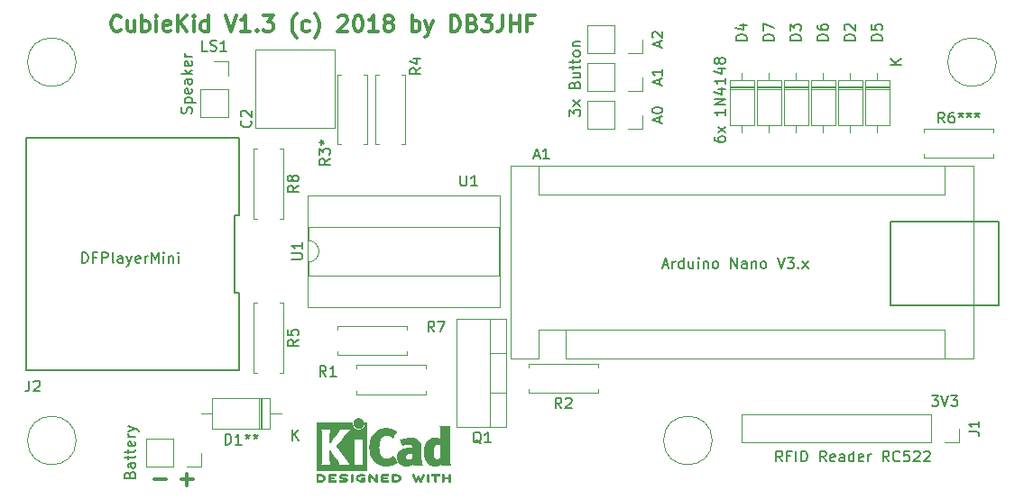
<source format=gbr>
G04 #@! TF.GenerationSoftware,KiCad,Pcbnew,(5.0.0)*
G04 #@! TF.CreationDate,2018-11-07T20:52:13+01:00*
G04 #@! TF.ProjectId,CubieKidBoard_V1,43756269654B6964426F6172645F5631,0.1*
G04 #@! TF.SameCoordinates,Original*
G04 #@! TF.FileFunction,Legend,Top*
G04 #@! TF.FilePolarity,Positive*
%FSLAX46Y46*%
G04 Gerber Fmt 4.6, Leading zero omitted, Abs format (unit mm)*
G04 Created by KiCad (PCBNEW (5.0.0)) date 11/07/18 20:52:13*
%MOMM*%
%LPD*%
G01*
G04 APERTURE LIST*
%ADD10C,0.200000*%
%ADD11C,0.300000*%
%ADD12C,0.150000*%
%ADD13C,0.120000*%
%ADD14C,0.010000*%
G04 APERTURE END LIST*
D10*
X182880000Y-60960000D02*
X182880000Y-53086000D01*
X193040000Y-60960000D02*
X182880000Y-60960000D01*
X193040000Y-53086000D02*
X193040000Y-60960000D01*
X182880000Y-53086000D02*
X193040000Y-53086000D01*
D11*
X110611428Y-35079714D02*
X110540000Y-35151142D01*
X110325714Y-35222571D01*
X110182857Y-35222571D01*
X109968571Y-35151142D01*
X109825714Y-35008285D01*
X109754285Y-34865428D01*
X109682857Y-34579714D01*
X109682857Y-34365428D01*
X109754285Y-34079714D01*
X109825714Y-33936857D01*
X109968571Y-33794000D01*
X110182857Y-33722571D01*
X110325714Y-33722571D01*
X110540000Y-33794000D01*
X110611428Y-33865428D01*
X111897142Y-34222571D02*
X111897142Y-35222571D01*
X111254285Y-34222571D02*
X111254285Y-35008285D01*
X111325714Y-35151142D01*
X111468571Y-35222571D01*
X111682857Y-35222571D01*
X111825714Y-35151142D01*
X111897142Y-35079714D01*
X112611428Y-35222571D02*
X112611428Y-33722571D01*
X112611428Y-34294000D02*
X112754285Y-34222571D01*
X113040000Y-34222571D01*
X113182857Y-34294000D01*
X113254285Y-34365428D01*
X113325714Y-34508285D01*
X113325714Y-34936857D01*
X113254285Y-35079714D01*
X113182857Y-35151142D01*
X113040000Y-35222571D01*
X112754285Y-35222571D01*
X112611428Y-35151142D01*
X113968571Y-35222571D02*
X113968571Y-34222571D01*
X113968571Y-33722571D02*
X113897142Y-33794000D01*
X113968571Y-33865428D01*
X114040000Y-33794000D01*
X113968571Y-33722571D01*
X113968571Y-33865428D01*
X115254285Y-35151142D02*
X115111428Y-35222571D01*
X114825714Y-35222571D01*
X114682857Y-35151142D01*
X114611428Y-35008285D01*
X114611428Y-34436857D01*
X114682857Y-34294000D01*
X114825714Y-34222571D01*
X115111428Y-34222571D01*
X115254285Y-34294000D01*
X115325714Y-34436857D01*
X115325714Y-34579714D01*
X114611428Y-34722571D01*
X115968571Y-35222571D02*
X115968571Y-33722571D01*
X116825714Y-35222571D02*
X116182857Y-34365428D01*
X116825714Y-33722571D02*
X115968571Y-34579714D01*
X117468571Y-35222571D02*
X117468571Y-34222571D01*
X117468571Y-33722571D02*
X117397142Y-33794000D01*
X117468571Y-33865428D01*
X117540000Y-33794000D01*
X117468571Y-33722571D01*
X117468571Y-33865428D01*
X118825714Y-35222571D02*
X118825714Y-33722571D01*
X118825714Y-35151142D02*
X118682857Y-35222571D01*
X118397142Y-35222571D01*
X118254285Y-35151142D01*
X118182857Y-35079714D01*
X118111428Y-34936857D01*
X118111428Y-34508285D01*
X118182857Y-34365428D01*
X118254285Y-34294000D01*
X118397142Y-34222571D01*
X118682857Y-34222571D01*
X118825714Y-34294000D01*
X120468571Y-33722571D02*
X120968571Y-35222571D01*
X121468571Y-33722571D01*
X122754285Y-35222571D02*
X121897142Y-35222571D01*
X122325714Y-35222571D02*
X122325714Y-33722571D01*
X122182857Y-33936857D01*
X122040000Y-34079714D01*
X121897142Y-34151142D01*
X123397142Y-35079714D02*
X123468571Y-35151142D01*
X123397142Y-35222571D01*
X123325714Y-35151142D01*
X123397142Y-35079714D01*
X123397142Y-35222571D01*
X123968571Y-33722571D02*
X124897142Y-33722571D01*
X124397142Y-34294000D01*
X124611428Y-34294000D01*
X124754285Y-34365428D01*
X124825714Y-34436857D01*
X124897142Y-34579714D01*
X124897142Y-34936857D01*
X124825714Y-35079714D01*
X124754285Y-35151142D01*
X124611428Y-35222571D01*
X124182857Y-35222571D01*
X124040000Y-35151142D01*
X123968571Y-35079714D01*
X127111428Y-35794000D02*
X127040000Y-35722571D01*
X126897142Y-35508285D01*
X126825714Y-35365428D01*
X126754285Y-35151142D01*
X126682857Y-34794000D01*
X126682857Y-34508285D01*
X126754285Y-34151142D01*
X126825714Y-33936857D01*
X126897142Y-33794000D01*
X127040000Y-33579714D01*
X127111428Y-33508285D01*
X128325714Y-35151142D02*
X128182857Y-35222571D01*
X127897142Y-35222571D01*
X127754285Y-35151142D01*
X127682857Y-35079714D01*
X127611428Y-34936857D01*
X127611428Y-34508285D01*
X127682857Y-34365428D01*
X127754285Y-34294000D01*
X127897142Y-34222571D01*
X128182857Y-34222571D01*
X128325714Y-34294000D01*
X128825714Y-35794000D02*
X128897142Y-35722571D01*
X129040000Y-35508285D01*
X129111428Y-35365428D01*
X129182857Y-35151142D01*
X129254285Y-34794000D01*
X129254285Y-34508285D01*
X129182857Y-34151142D01*
X129111428Y-33936857D01*
X129040000Y-33794000D01*
X128897142Y-33579714D01*
X128825714Y-33508285D01*
X131040000Y-33865428D02*
X131111428Y-33794000D01*
X131254285Y-33722571D01*
X131611428Y-33722571D01*
X131754285Y-33794000D01*
X131825714Y-33865428D01*
X131897142Y-34008285D01*
X131897142Y-34151142D01*
X131825714Y-34365428D01*
X130968571Y-35222571D01*
X131897142Y-35222571D01*
X132825714Y-33722571D02*
X132968571Y-33722571D01*
X133111428Y-33794000D01*
X133182857Y-33865428D01*
X133254285Y-34008285D01*
X133325714Y-34294000D01*
X133325714Y-34651142D01*
X133254285Y-34936857D01*
X133182857Y-35079714D01*
X133111428Y-35151142D01*
X132968571Y-35222571D01*
X132825714Y-35222571D01*
X132682857Y-35151142D01*
X132611428Y-35079714D01*
X132540000Y-34936857D01*
X132468571Y-34651142D01*
X132468571Y-34294000D01*
X132540000Y-34008285D01*
X132611428Y-33865428D01*
X132682857Y-33794000D01*
X132825714Y-33722571D01*
X134754285Y-35222571D02*
X133897142Y-35222571D01*
X134325714Y-35222571D02*
X134325714Y-33722571D01*
X134182857Y-33936857D01*
X134040000Y-34079714D01*
X133897142Y-34151142D01*
X135611428Y-34365428D02*
X135468571Y-34294000D01*
X135397142Y-34222571D01*
X135325714Y-34079714D01*
X135325714Y-34008285D01*
X135397142Y-33865428D01*
X135468571Y-33794000D01*
X135611428Y-33722571D01*
X135897142Y-33722571D01*
X136040000Y-33794000D01*
X136111428Y-33865428D01*
X136182857Y-34008285D01*
X136182857Y-34079714D01*
X136111428Y-34222571D01*
X136040000Y-34294000D01*
X135897142Y-34365428D01*
X135611428Y-34365428D01*
X135468571Y-34436857D01*
X135397142Y-34508285D01*
X135325714Y-34651142D01*
X135325714Y-34936857D01*
X135397142Y-35079714D01*
X135468571Y-35151142D01*
X135611428Y-35222571D01*
X135897142Y-35222571D01*
X136040000Y-35151142D01*
X136111428Y-35079714D01*
X136182857Y-34936857D01*
X136182857Y-34651142D01*
X136111428Y-34508285D01*
X136040000Y-34436857D01*
X135897142Y-34365428D01*
X137968571Y-35222571D02*
X137968571Y-33722571D01*
X137968571Y-34294000D02*
X138111428Y-34222571D01*
X138397142Y-34222571D01*
X138540000Y-34294000D01*
X138611428Y-34365428D01*
X138682857Y-34508285D01*
X138682857Y-34936857D01*
X138611428Y-35079714D01*
X138540000Y-35151142D01*
X138397142Y-35222571D01*
X138111428Y-35222571D01*
X137968571Y-35151142D01*
X139182857Y-34222571D02*
X139540000Y-35222571D01*
X139897142Y-34222571D02*
X139540000Y-35222571D01*
X139397142Y-35579714D01*
X139325714Y-35651142D01*
X139182857Y-35722571D01*
X141611428Y-35222571D02*
X141611428Y-33722571D01*
X141968571Y-33722571D01*
X142182857Y-33794000D01*
X142325714Y-33936857D01*
X142397142Y-34079714D01*
X142468571Y-34365428D01*
X142468571Y-34579714D01*
X142397142Y-34865428D01*
X142325714Y-35008285D01*
X142182857Y-35151142D01*
X141968571Y-35222571D01*
X141611428Y-35222571D01*
X143611428Y-34436857D02*
X143825714Y-34508285D01*
X143897142Y-34579714D01*
X143968571Y-34722571D01*
X143968571Y-34936857D01*
X143897142Y-35079714D01*
X143825714Y-35151142D01*
X143682857Y-35222571D01*
X143111428Y-35222571D01*
X143111428Y-33722571D01*
X143611428Y-33722571D01*
X143754285Y-33794000D01*
X143825714Y-33865428D01*
X143897142Y-34008285D01*
X143897142Y-34151142D01*
X143825714Y-34294000D01*
X143754285Y-34365428D01*
X143611428Y-34436857D01*
X143111428Y-34436857D01*
X144468571Y-33722571D02*
X145397142Y-33722571D01*
X144897142Y-34294000D01*
X145111428Y-34294000D01*
X145254285Y-34365428D01*
X145325714Y-34436857D01*
X145397142Y-34579714D01*
X145397142Y-34936857D01*
X145325714Y-35079714D01*
X145254285Y-35151142D01*
X145111428Y-35222571D01*
X144682857Y-35222571D01*
X144540000Y-35151142D01*
X144468571Y-35079714D01*
X146468571Y-33722571D02*
X146468571Y-34794000D01*
X146397142Y-35008285D01*
X146254285Y-35151142D01*
X146040000Y-35222571D01*
X145897142Y-35222571D01*
X147182857Y-35222571D02*
X147182857Y-33722571D01*
X147182857Y-34436857D02*
X148040000Y-34436857D01*
X148040000Y-35222571D02*
X148040000Y-33722571D01*
X149254285Y-34436857D02*
X148754285Y-34436857D01*
X148754285Y-35222571D02*
X148754285Y-33722571D01*
X149468571Y-33722571D01*
X116268571Y-77323142D02*
X117411428Y-77323142D01*
X116840000Y-77894571D02*
X116840000Y-76751714D01*
X113728571Y-77323142D02*
X114871428Y-77323142D01*
D12*
X186721904Y-69429380D02*
X187340952Y-69429380D01*
X187007619Y-69810333D01*
X187150476Y-69810333D01*
X187245714Y-69857952D01*
X187293333Y-69905571D01*
X187340952Y-70000809D01*
X187340952Y-70238904D01*
X187293333Y-70334142D01*
X187245714Y-70381761D01*
X187150476Y-70429380D01*
X186864761Y-70429380D01*
X186769523Y-70381761D01*
X186721904Y-70334142D01*
X187626666Y-69429380D02*
X187960000Y-70429380D01*
X188293333Y-69429380D01*
X188531428Y-69429380D02*
X189150476Y-69429380D01*
X188817142Y-69810333D01*
X188960000Y-69810333D01*
X189055238Y-69857952D01*
X189102857Y-69905571D01*
X189150476Y-70000809D01*
X189150476Y-70238904D01*
X189102857Y-70334142D01*
X189055238Y-70381761D01*
X188960000Y-70429380D01*
X188674285Y-70429380D01*
X188579047Y-70381761D01*
X188531428Y-70334142D01*
D13*
G04 #@! TO.C,A1*
X152400000Y-63246000D02*
X149860000Y-63246000D01*
X149860000Y-63246000D02*
X149860000Y-65916000D01*
X152400000Y-65916000D02*
X190630000Y-65916000D01*
X147190000Y-65916000D02*
X149860000Y-65916000D01*
X149860000Y-50546000D02*
X149860000Y-47876000D01*
X149860000Y-50546000D02*
X187960000Y-50546000D01*
X187960000Y-50546000D02*
X187960000Y-47876000D01*
X152400000Y-63246000D02*
X152400000Y-65916000D01*
X152400000Y-63246000D02*
X187960000Y-63246000D01*
X187960000Y-63246000D02*
X187960000Y-65916000D01*
X190630000Y-65916000D02*
X190630000Y-47876000D01*
X190630000Y-47876000D02*
X147190000Y-47876000D01*
X147190000Y-47876000D02*
X147190000Y-65916000D01*
G04 #@! TO.C,C2*
X130720000Y-44320000D02*
X123280000Y-44320000D01*
X130720000Y-36880000D02*
X123280000Y-36880000D01*
X123280000Y-36880000D02*
X123280000Y-44320000D01*
X130720000Y-36880000D02*
X130720000Y-44320000D01*
G04 #@! TO.C,D7*
X172570000Y-39790000D02*
X170330000Y-39790000D01*
X170330000Y-39790000D02*
X170330000Y-44030000D01*
X170330000Y-44030000D02*
X172570000Y-44030000D01*
X172570000Y-44030000D02*
X172570000Y-39790000D01*
X171450000Y-39140000D02*
X171450000Y-39790000D01*
X171450000Y-44680000D02*
X171450000Y-44030000D01*
X172570000Y-40510000D02*
X170330000Y-40510000D01*
X172570000Y-40630000D02*
X170330000Y-40630000D01*
X172570000Y-40390000D02*
X170330000Y-40390000D01*
G04 #@! TO.C,Q1*
X146780000Y-62190000D02*
X146780000Y-72430000D01*
X142139000Y-62190000D02*
X142139000Y-72430000D01*
X146780000Y-62190000D02*
X142139000Y-62190000D01*
X146780000Y-72430000D02*
X142139000Y-72430000D01*
X145270000Y-62190000D02*
X145270000Y-72430000D01*
X146780000Y-65460000D02*
X145270000Y-65460000D01*
X146780000Y-69161000D02*
X145270000Y-69161000D01*
G04 #@! TO.C,U1*
X128210000Y-54880000D02*
G75*
G02X128210000Y-56880000I0J-1000000D01*
G01*
X128210000Y-56880000D02*
X128210000Y-58130000D01*
X128210000Y-58130000D02*
X146110000Y-58130000D01*
X146110000Y-58130000D02*
X146110000Y-53630000D01*
X146110000Y-53630000D02*
X128210000Y-53630000D01*
X128210000Y-53630000D02*
X128210000Y-54880000D01*
X128150000Y-61130000D02*
X146170000Y-61130000D01*
X146170000Y-61130000D02*
X146170000Y-50630000D01*
X146170000Y-50630000D02*
X128150000Y-50630000D01*
X128150000Y-50630000D02*
X128150000Y-61130000D01*
G04 #@! TO.C,D4*
X170030000Y-39790000D02*
X167790000Y-39790000D01*
X167790000Y-39790000D02*
X167790000Y-44030000D01*
X167790000Y-44030000D02*
X170030000Y-44030000D01*
X170030000Y-44030000D02*
X170030000Y-39790000D01*
X168910000Y-39140000D02*
X168910000Y-39790000D01*
X168910000Y-44680000D02*
X168910000Y-44030000D01*
X170030000Y-40510000D02*
X167790000Y-40510000D01*
X170030000Y-40630000D02*
X167790000Y-40630000D01*
X170030000Y-40390000D02*
X167790000Y-40390000D01*
G04 #@! TO.C,D3*
X175110000Y-40390000D02*
X172870000Y-40390000D01*
X175110000Y-40630000D02*
X172870000Y-40630000D01*
X175110000Y-40510000D02*
X172870000Y-40510000D01*
X173990000Y-44680000D02*
X173990000Y-44030000D01*
X173990000Y-39140000D02*
X173990000Y-39790000D01*
X175110000Y-44030000D02*
X175110000Y-39790000D01*
X172870000Y-44030000D02*
X175110000Y-44030000D01*
X172870000Y-39790000D02*
X172870000Y-44030000D01*
X175110000Y-39790000D02*
X172870000Y-39790000D01*
G04 #@! TO.C,D1\002A\002A*
X124640000Y-72590000D02*
X124640000Y-69650000D01*
X124640000Y-69650000D02*
X119200000Y-69650000D01*
X119200000Y-69650000D02*
X119200000Y-72590000D01*
X119200000Y-72590000D02*
X124640000Y-72590000D01*
X125660000Y-71120000D02*
X124640000Y-71120000D01*
X118180000Y-71120000D02*
X119200000Y-71120000D01*
X123740000Y-72590000D02*
X123740000Y-69650000D01*
X123620000Y-72590000D02*
X123620000Y-69650000D01*
X123860000Y-72590000D02*
X123860000Y-69650000D01*
G04 #@! TO.C,D2*
X180190000Y-39790000D02*
X177950000Y-39790000D01*
X177950000Y-39790000D02*
X177950000Y-44030000D01*
X177950000Y-44030000D02*
X180190000Y-44030000D01*
X180190000Y-44030000D02*
X180190000Y-39790000D01*
X179070000Y-39140000D02*
X179070000Y-39790000D01*
X179070000Y-44680000D02*
X179070000Y-44030000D01*
X180190000Y-40510000D02*
X177950000Y-40510000D01*
X180190000Y-40630000D02*
X177950000Y-40630000D01*
X180190000Y-40390000D02*
X177950000Y-40390000D01*
G04 #@! TO.C,LS1*
X119380000Y-38040000D02*
X120710000Y-38040000D01*
X120710000Y-38040000D02*
X120710000Y-39370000D01*
X120710000Y-40640000D02*
X120710000Y-43240000D01*
X118050000Y-43240000D02*
X120710000Y-43240000D01*
X118050000Y-40640000D02*
X118050000Y-43240000D01*
X118050000Y-40640000D02*
X120710000Y-40640000D01*
G04 #@! TO.C,R1*
X139287000Y-69315000D02*
X139287000Y-68985000D01*
X132747000Y-69315000D02*
X139287000Y-69315000D01*
X132747000Y-68985000D02*
X132747000Y-69315000D01*
X139287000Y-66575000D02*
X139287000Y-66905000D01*
X132747000Y-66575000D02*
X139287000Y-66575000D01*
X132747000Y-66905000D02*
X132747000Y-66575000D01*
G04 #@! TO.C,R2*
X155416000Y-68858000D02*
X155416000Y-69188000D01*
X155416000Y-69188000D02*
X148876000Y-69188000D01*
X148876000Y-69188000D02*
X148876000Y-68858000D01*
X155416000Y-66778000D02*
X155416000Y-66448000D01*
X155416000Y-66448000D02*
X148876000Y-66448000D01*
X148876000Y-66448000D02*
X148876000Y-66778000D01*
G04 #@! TO.C,R3\002A*
X133374000Y-39275000D02*
X133704000Y-39275000D01*
X133704000Y-39275000D02*
X133704000Y-45815000D01*
X133704000Y-45815000D02*
X133374000Y-45815000D01*
X131294000Y-39275000D02*
X130964000Y-39275000D01*
X130964000Y-39275000D02*
X130964000Y-45815000D01*
X130964000Y-45815000D02*
X131294000Y-45815000D01*
G04 #@! TO.C,R4*
X137260000Y-39275000D02*
X136930000Y-39275000D01*
X137260000Y-45815000D02*
X137260000Y-39275000D01*
X136930000Y-45815000D02*
X137260000Y-45815000D01*
X134520000Y-39275000D02*
X134850000Y-39275000D01*
X134520000Y-45815000D02*
X134520000Y-39275000D01*
X134850000Y-45815000D02*
X134520000Y-45815000D01*
G04 #@! TO.C,R5*
X125500000Y-60738000D02*
X125830000Y-60738000D01*
X125830000Y-60738000D02*
X125830000Y-67278000D01*
X125830000Y-67278000D02*
X125500000Y-67278000D01*
X123420000Y-60738000D02*
X123090000Y-60738000D01*
X123090000Y-60738000D02*
X123090000Y-67278000D01*
X123090000Y-67278000D02*
X123420000Y-67278000D01*
G04 #@! TO.C,R6\002A\002A\002A*
X185960000Y-44680000D02*
X185960000Y-44350000D01*
X185960000Y-44350000D02*
X192500000Y-44350000D01*
X192500000Y-44350000D02*
X192500000Y-44680000D01*
X185960000Y-46760000D02*
X185960000Y-47090000D01*
X185960000Y-47090000D02*
X192500000Y-47090000D01*
X192500000Y-47090000D02*
X192500000Y-46760000D01*
G04 #@! TO.C,D5*
X182730000Y-39790000D02*
X180490000Y-39790000D01*
X180490000Y-39790000D02*
X180490000Y-44030000D01*
X180490000Y-44030000D02*
X182730000Y-44030000D01*
X182730000Y-44030000D02*
X182730000Y-39790000D01*
X181610000Y-39140000D02*
X181610000Y-39790000D01*
X181610000Y-44680000D02*
X181610000Y-44030000D01*
X182730000Y-40510000D02*
X180490000Y-40510000D01*
X182730000Y-40630000D02*
X180490000Y-40630000D01*
X182730000Y-40390000D02*
X180490000Y-40390000D01*
G04 #@! TO.C,D6*
X177650000Y-40390000D02*
X175410000Y-40390000D01*
X177650000Y-40630000D02*
X175410000Y-40630000D01*
X177650000Y-40510000D02*
X175410000Y-40510000D01*
X176530000Y-44680000D02*
X176530000Y-44030000D01*
X176530000Y-39140000D02*
X176530000Y-39790000D01*
X177650000Y-44030000D02*
X177650000Y-39790000D01*
X175410000Y-44030000D02*
X177650000Y-44030000D01*
X175410000Y-39790000D02*
X175410000Y-44030000D01*
X177650000Y-39790000D02*
X175410000Y-39790000D01*
G04 #@! TO.C,J1*
X186690000Y-71187000D02*
X186690000Y-73847000D01*
X186690000Y-71187000D02*
X168850000Y-71187000D01*
X168850000Y-71187000D02*
X168850000Y-73847000D01*
X186690000Y-73847000D02*
X168850000Y-73847000D01*
X189290000Y-73847000D02*
X187960000Y-73847000D01*
X189290000Y-72517000D02*
X189290000Y-73847000D01*
D12*
G04 #@! TO.C,J2*
X121750000Y-45244000D02*
X101770000Y-45244000D01*
X101770000Y-45244000D02*
X101770000Y-67024000D01*
X101770000Y-67024000D02*
X121750000Y-67024000D01*
X121750000Y-67024000D02*
X121750000Y-59764000D01*
X121750000Y-59764000D02*
X121300000Y-59764000D01*
X121300000Y-59764000D02*
X121300000Y-52504001D01*
X121300000Y-52504001D02*
X121750000Y-52504001D01*
X121750000Y-52504001D02*
X121750000Y-45244000D01*
D13*
G04 #@! TO.C,R7*
X130969000Y-62892000D02*
X130969000Y-63222000D01*
X137509000Y-62892000D02*
X130969000Y-62892000D01*
X137509000Y-63222000D02*
X137509000Y-62892000D01*
X130969000Y-65632000D02*
X130969000Y-65302000D01*
X137509000Y-65632000D02*
X130969000Y-65632000D01*
X137509000Y-65302000D02*
X137509000Y-65632000D01*
G04 #@! TO.C,R8*
X125500000Y-46260000D02*
X125830000Y-46260000D01*
X125830000Y-46260000D02*
X125830000Y-52800000D01*
X125830000Y-52800000D02*
X125500000Y-52800000D01*
X123420000Y-46260000D02*
X123090000Y-46260000D01*
X123090000Y-46260000D02*
X123090000Y-52800000D01*
X123090000Y-52800000D02*
X123420000Y-52800000D01*
G04 #@! TO.C,*
X115570000Y-73473000D02*
X115570000Y-76133000D01*
X115570000Y-73473000D02*
X112970000Y-73473000D01*
X112970000Y-73473000D02*
X112970000Y-76133000D01*
X115570000Y-76133000D02*
X112970000Y-76133000D01*
X118170000Y-76133000D02*
X116840000Y-76133000D01*
X118170000Y-74803000D02*
X118170000Y-76133000D01*
G04 #@! TO.C,A0*
X156972000Y-41723000D02*
X156972000Y-44383000D01*
X156972000Y-41723000D02*
X154372000Y-41723000D01*
X154372000Y-41723000D02*
X154372000Y-44383000D01*
X156972000Y-44383000D02*
X154372000Y-44383000D01*
X159572000Y-44383000D02*
X158242000Y-44383000D01*
X159572000Y-43053000D02*
X159572000Y-44383000D01*
G04 #@! TO.C,A1*
X159572000Y-39497000D02*
X159572000Y-40827000D01*
X159572000Y-40827000D02*
X158242000Y-40827000D01*
X156972000Y-40827000D02*
X154372000Y-40827000D01*
X154372000Y-38167000D02*
X154372000Y-40827000D01*
X156972000Y-38167000D02*
X154372000Y-38167000D01*
X156972000Y-38167000D02*
X156972000Y-40827000D01*
G04 #@! TO.C,A2*
X159572000Y-35941000D02*
X159572000Y-37271000D01*
X159572000Y-37271000D02*
X158242000Y-37271000D01*
X156972000Y-37271000D02*
X154372000Y-37271000D01*
X154372000Y-34611000D02*
X154372000Y-37271000D01*
X156972000Y-34611000D02*
X154372000Y-34611000D01*
X156972000Y-34611000D02*
X156972000Y-37271000D01*
G04 #@! TO.C,*
X192786000Y-38100000D02*
G75*
G03X192786000Y-38100000I-2286000J0D01*
G01*
X166116000Y-73660000D02*
G75*
G03X166116000Y-73660000I-2286000J0D01*
G01*
X106426000Y-38100000D02*
G75*
G03X106426000Y-38100000I-2286000J0D01*
G01*
X106426000Y-73660000D02*
G75*
G03X106426000Y-73660000I-2286000J0D01*
G01*
D14*
G04 #@! TO.C,REF\002A\002A*
G36*
X132981957Y-71575571D02*
X133078232Y-71599809D01*
X133164816Y-71642641D01*
X133239627Y-71702419D01*
X133300582Y-71777494D01*
X133345601Y-71866220D01*
X133371864Y-71962530D01*
X133377714Y-72059795D01*
X133362860Y-72153654D01*
X133329160Y-72241511D01*
X133278472Y-72320770D01*
X133212655Y-72388836D01*
X133133566Y-72443112D01*
X133043066Y-72481002D01*
X132991800Y-72493426D01*
X132947302Y-72500947D01*
X132913001Y-72503919D01*
X132880040Y-72502094D01*
X132839566Y-72495225D01*
X132806469Y-72488250D01*
X132713053Y-72456741D01*
X132629381Y-72405617D01*
X132557335Y-72336429D01*
X132498800Y-72250728D01*
X132484852Y-72223489D01*
X132468414Y-72187122D01*
X132458106Y-72156582D01*
X132452540Y-72124450D01*
X132450331Y-72083307D01*
X132450052Y-72037222D01*
X132454139Y-71952865D01*
X132467554Y-71883586D01*
X132492744Y-71822961D01*
X132532154Y-71764567D01*
X132570702Y-71720302D01*
X132642594Y-71654484D01*
X132717687Y-71609053D01*
X132800438Y-71581850D01*
X132878072Y-71571576D01*
X132981957Y-71575571D01*
X132981957Y-71575571D01*
G37*
X132981957Y-71575571D02*
X133078232Y-71599809D01*
X133164816Y-71642641D01*
X133239627Y-71702419D01*
X133300582Y-71777494D01*
X133345601Y-71866220D01*
X133371864Y-71962530D01*
X133377714Y-72059795D01*
X133362860Y-72153654D01*
X133329160Y-72241511D01*
X133278472Y-72320770D01*
X133212655Y-72388836D01*
X133133566Y-72443112D01*
X133043066Y-72481002D01*
X132991800Y-72493426D01*
X132947302Y-72500947D01*
X132913001Y-72503919D01*
X132880040Y-72502094D01*
X132839566Y-72495225D01*
X132806469Y-72488250D01*
X132713053Y-72456741D01*
X132629381Y-72405617D01*
X132557335Y-72336429D01*
X132498800Y-72250728D01*
X132484852Y-72223489D01*
X132468414Y-72187122D01*
X132458106Y-72156582D01*
X132452540Y-72124450D01*
X132450331Y-72083307D01*
X132450052Y-72037222D01*
X132454139Y-71952865D01*
X132467554Y-71883586D01*
X132492744Y-71822961D01*
X132532154Y-71764567D01*
X132570702Y-71720302D01*
X132642594Y-71654484D01*
X132717687Y-71609053D01*
X132800438Y-71581850D01*
X132878072Y-71571576D01*
X132981957Y-71575571D01*
G36*
X141441507Y-74021245D02*
X141441526Y-74255662D01*
X141441552Y-74468603D01*
X141441625Y-74661168D01*
X141441782Y-74834459D01*
X141442064Y-74989576D01*
X141442509Y-75127620D01*
X141443156Y-75249692D01*
X141444045Y-75356894D01*
X141445213Y-75450326D01*
X141446701Y-75531090D01*
X141448546Y-75600286D01*
X141450789Y-75659015D01*
X141453469Y-75708379D01*
X141456623Y-75749478D01*
X141460292Y-75783413D01*
X141464513Y-75811286D01*
X141469327Y-75834198D01*
X141474773Y-75853249D01*
X141480888Y-75869540D01*
X141487712Y-75884173D01*
X141495285Y-75898249D01*
X141503645Y-75912868D01*
X141508839Y-75921974D01*
X141543104Y-75982689D01*
X140684955Y-75982689D01*
X140684955Y-75886733D01*
X140684224Y-75843370D01*
X140682272Y-75810205D01*
X140679463Y-75792424D01*
X140678221Y-75790778D01*
X140666799Y-75797662D01*
X140644084Y-75815505D01*
X140621385Y-75834879D01*
X140566800Y-75875614D01*
X140497321Y-75916617D01*
X140420270Y-75954123D01*
X140342965Y-75984364D01*
X140312113Y-75994012D01*
X140243616Y-76008578D01*
X140160764Y-76018539D01*
X140071371Y-76023583D01*
X139983248Y-76023396D01*
X139904207Y-76017666D01*
X139866511Y-76011858D01*
X139728414Y-75973797D01*
X139601113Y-75916073D01*
X139485292Y-75839211D01*
X139381637Y-75743739D01*
X139290833Y-75630179D01*
X139224031Y-75519381D01*
X139169164Y-75402625D01*
X139127163Y-75283276D01*
X139097167Y-75157283D01*
X139078311Y-75020594D01*
X139069732Y-74869158D01*
X139069006Y-74791711D01*
X139071100Y-74734934D01*
X139900217Y-74734934D01*
X139900424Y-74828002D01*
X139903337Y-74915692D01*
X139909000Y-74992772D01*
X139917455Y-75054009D01*
X139920038Y-75066350D01*
X139951840Y-75173633D01*
X139993498Y-75260658D01*
X140045363Y-75327642D01*
X140107781Y-75374805D01*
X140181100Y-75402365D01*
X140265669Y-75410541D01*
X140361835Y-75399551D01*
X140425311Y-75383829D01*
X140474454Y-75365639D01*
X140528583Y-75339791D01*
X140569244Y-75316089D01*
X140639800Y-75269721D01*
X140639800Y-74119530D01*
X140572392Y-74075962D01*
X140493867Y-74035040D01*
X140409681Y-74008389D01*
X140324557Y-73996465D01*
X140243216Y-73999722D01*
X140170380Y-74018615D01*
X140138426Y-74034184D01*
X140080501Y-74077181D01*
X140031544Y-74133953D01*
X139990390Y-74206575D01*
X139955874Y-74297121D01*
X139926833Y-74407666D01*
X139925552Y-74413533D01*
X139915381Y-74475788D01*
X139907739Y-74553594D01*
X139902670Y-74641720D01*
X139900217Y-74734934D01*
X139071100Y-74734934D01*
X139076857Y-74578895D01*
X139098802Y-74383059D01*
X139134786Y-74204332D01*
X139184759Y-74042845D01*
X139248668Y-73898726D01*
X139326462Y-73772106D01*
X139418089Y-73663115D01*
X139523497Y-73571883D01*
X139568662Y-73540932D01*
X139669611Y-73484785D01*
X139772901Y-73445174D01*
X139882989Y-73421014D01*
X140004330Y-73411219D01*
X140096836Y-73412265D01*
X140226490Y-73423231D01*
X140339084Y-73445046D01*
X140437875Y-73478714D01*
X140526121Y-73525236D01*
X140574986Y-73559448D01*
X140604353Y-73581362D01*
X140626043Y-73596333D01*
X140634253Y-73600733D01*
X140635868Y-73589904D01*
X140637159Y-73559251D01*
X140638138Y-73511526D01*
X140638817Y-73449479D01*
X140639210Y-73375862D01*
X140639330Y-73293427D01*
X140639188Y-73204925D01*
X140638797Y-73113107D01*
X140638171Y-73020724D01*
X140637320Y-72930528D01*
X140636260Y-72845271D01*
X140635001Y-72767703D01*
X140633556Y-72700576D01*
X140631938Y-72646641D01*
X140630161Y-72608650D01*
X140629669Y-72601667D01*
X140622092Y-72531251D01*
X140610531Y-72476102D01*
X140592792Y-72428981D01*
X140566682Y-72382647D01*
X140560415Y-72373067D01*
X140535983Y-72336378D01*
X141441311Y-72336378D01*
X141441507Y-74021245D01*
X141441507Y-74021245D01*
G37*
X141441507Y-74021245D02*
X141441526Y-74255662D01*
X141441552Y-74468603D01*
X141441625Y-74661168D01*
X141441782Y-74834459D01*
X141442064Y-74989576D01*
X141442509Y-75127620D01*
X141443156Y-75249692D01*
X141444045Y-75356894D01*
X141445213Y-75450326D01*
X141446701Y-75531090D01*
X141448546Y-75600286D01*
X141450789Y-75659015D01*
X141453469Y-75708379D01*
X141456623Y-75749478D01*
X141460292Y-75783413D01*
X141464513Y-75811286D01*
X141469327Y-75834198D01*
X141474773Y-75853249D01*
X141480888Y-75869540D01*
X141487712Y-75884173D01*
X141495285Y-75898249D01*
X141503645Y-75912868D01*
X141508839Y-75921974D01*
X141543104Y-75982689D01*
X140684955Y-75982689D01*
X140684955Y-75886733D01*
X140684224Y-75843370D01*
X140682272Y-75810205D01*
X140679463Y-75792424D01*
X140678221Y-75790778D01*
X140666799Y-75797662D01*
X140644084Y-75815505D01*
X140621385Y-75834879D01*
X140566800Y-75875614D01*
X140497321Y-75916617D01*
X140420270Y-75954123D01*
X140342965Y-75984364D01*
X140312113Y-75994012D01*
X140243616Y-76008578D01*
X140160764Y-76018539D01*
X140071371Y-76023583D01*
X139983248Y-76023396D01*
X139904207Y-76017666D01*
X139866511Y-76011858D01*
X139728414Y-75973797D01*
X139601113Y-75916073D01*
X139485292Y-75839211D01*
X139381637Y-75743739D01*
X139290833Y-75630179D01*
X139224031Y-75519381D01*
X139169164Y-75402625D01*
X139127163Y-75283276D01*
X139097167Y-75157283D01*
X139078311Y-75020594D01*
X139069732Y-74869158D01*
X139069006Y-74791711D01*
X139071100Y-74734934D01*
X139900217Y-74734934D01*
X139900424Y-74828002D01*
X139903337Y-74915692D01*
X139909000Y-74992772D01*
X139917455Y-75054009D01*
X139920038Y-75066350D01*
X139951840Y-75173633D01*
X139993498Y-75260658D01*
X140045363Y-75327642D01*
X140107781Y-75374805D01*
X140181100Y-75402365D01*
X140265669Y-75410541D01*
X140361835Y-75399551D01*
X140425311Y-75383829D01*
X140474454Y-75365639D01*
X140528583Y-75339791D01*
X140569244Y-75316089D01*
X140639800Y-75269721D01*
X140639800Y-74119530D01*
X140572392Y-74075962D01*
X140493867Y-74035040D01*
X140409681Y-74008389D01*
X140324557Y-73996465D01*
X140243216Y-73999722D01*
X140170380Y-74018615D01*
X140138426Y-74034184D01*
X140080501Y-74077181D01*
X140031544Y-74133953D01*
X139990390Y-74206575D01*
X139955874Y-74297121D01*
X139926833Y-74407666D01*
X139925552Y-74413533D01*
X139915381Y-74475788D01*
X139907739Y-74553594D01*
X139902670Y-74641720D01*
X139900217Y-74734934D01*
X139071100Y-74734934D01*
X139076857Y-74578895D01*
X139098802Y-74383059D01*
X139134786Y-74204332D01*
X139184759Y-74042845D01*
X139248668Y-73898726D01*
X139326462Y-73772106D01*
X139418089Y-73663115D01*
X139523497Y-73571883D01*
X139568662Y-73540932D01*
X139669611Y-73484785D01*
X139772901Y-73445174D01*
X139882989Y-73421014D01*
X140004330Y-73411219D01*
X140096836Y-73412265D01*
X140226490Y-73423231D01*
X140339084Y-73445046D01*
X140437875Y-73478714D01*
X140526121Y-73525236D01*
X140574986Y-73559448D01*
X140604353Y-73581362D01*
X140626043Y-73596333D01*
X140634253Y-73600733D01*
X140635868Y-73589904D01*
X140637159Y-73559251D01*
X140638138Y-73511526D01*
X140638817Y-73449479D01*
X140639210Y-73375862D01*
X140639330Y-73293427D01*
X140639188Y-73204925D01*
X140638797Y-73113107D01*
X140638171Y-73020724D01*
X140637320Y-72930528D01*
X140636260Y-72845271D01*
X140635001Y-72767703D01*
X140633556Y-72700576D01*
X140631938Y-72646641D01*
X140630161Y-72608650D01*
X140629669Y-72601667D01*
X140622092Y-72531251D01*
X140610531Y-72476102D01*
X140592792Y-72428981D01*
X140566682Y-72382647D01*
X140560415Y-72373067D01*
X140535983Y-72336378D01*
X141441311Y-72336378D01*
X141441507Y-74021245D01*
G36*
X137928574Y-73415552D02*
X138080492Y-73435567D01*
X138215756Y-73469202D01*
X138335239Y-73516725D01*
X138439815Y-73578405D01*
X138517424Y-73641965D01*
X138586265Y-73716099D01*
X138640006Y-73795871D01*
X138682910Y-73888091D01*
X138698384Y-73931161D01*
X138711244Y-73970142D01*
X138722446Y-74006289D01*
X138732120Y-74041434D01*
X138740396Y-74077410D01*
X138747403Y-74116050D01*
X138753272Y-74159185D01*
X138758131Y-74208649D01*
X138762110Y-74266273D01*
X138765340Y-74333891D01*
X138767949Y-74413334D01*
X138770067Y-74506436D01*
X138771824Y-74615027D01*
X138773349Y-74740942D01*
X138774772Y-74886012D01*
X138776025Y-75028778D01*
X138777351Y-75184968D01*
X138778556Y-75320239D01*
X138779766Y-75436246D01*
X138781106Y-75534645D01*
X138782700Y-75617093D01*
X138784675Y-75685246D01*
X138787156Y-75740760D01*
X138790269Y-75785292D01*
X138794138Y-75820498D01*
X138798889Y-75848034D01*
X138804648Y-75869556D01*
X138811539Y-75886722D01*
X138819689Y-75901186D01*
X138829223Y-75914606D01*
X138840266Y-75928638D01*
X138844566Y-75934071D01*
X138860386Y-75956910D01*
X138867422Y-75972463D01*
X138867444Y-75972922D01*
X138856567Y-75975121D01*
X138825582Y-75977147D01*
X138776957Y-75978942D01*
X138713163Y-75980451D01*
X138636669Y-75981616D01*
X138549944Y-75982380D01*
X138455457Y-75982686D01*
X138444550Y-75982689D01*
X138021657Y-75982689D01*
X138018395Y-75886622D01*
X138015133Y-75790556D01*
X137953044Y-75841543D01*
X137855714Y-75909057D01*
X137745813Y-75963749D01*
X137659349Y-75993978D01*
X137590278Y-76008666D01*
X137506925Y-76018659D01*
X137417159Y-76023646D01*
X137328845Y-76023313D01*
X137249851Y-76017351D01*
X137213622Y-76011638D01*
X137073603Y-75973776D01*
X136947178Y-75918932D01*
X136835260Y-75847924D01*
X136738762Y-75761568D01*
X136658600Y-75660679D01*
X136595687Y-75546076D01*
X136551312Y-75419984D01*
X136538978Y-75363401D01*
X136531368Y-75301202D01*
X136527739Y-75226363D01*
X136527245Y-75192467D01*
X136527310Y-75189282D01*
X137287248Y-75189282D01*
X137296541Y-75264333D01*
X137324728Y-75328160D01*
X137373197Y-75383798D01*
X137378254Y-75388211D01*
X137426548Y-75423037D01*
X137478257Y-75445620D01*
X137538989Y-75457540D01*
X137614352Y-75460383D01*
X137632459Y-75459978D01*
X137686278Y-75457325D01*
X137726308Y-75451909D01*
X137761324Y-75441745D01*
X137800103Y-75424850D01*
X137810745Y-75419672D01*
X137871396Y-75383844D01*
X137918215Y-75341212D01*
X137930952Y-75325973D01*
X137975622Y-75269462D01*
X137975622Y-75073586D01*
X137975086Y-74994939D01*
X137973396Y-74936988D01*
X137970428Y-74897875D01*
X137966057Y-74875741D01*
X137961972Y-74869274D01*
X137946047Y-74866111D01*
X137912264Y-74863488D01*
X137865340Y-74861655D01*
X137809993Y-74860857D01*
X137801106Y-74860842D01*
X137680330Y-74866096D01*
X137577660Y-74882263D01*
X137491106Y-74909961D01*
X137418681Y-74949808D01*
X137363751Y-74996758D01*
X137319204Y-75054645D01*
X137294480Y-75117693D01*
X137287248Y-75189282D01*
X136527310Y-75189282D01*
X136529178Y-75098712D01*
X136537522Y-75019812D01*
X136553768Y-74948590D01*
X136579405Y-74877864D01*
X136603401Y-74825493D01*
X136662020Y-74730196D01*
X136740117Y-74642170D01*
X136835315Y-74563017D01*
X136945238Y-74494340D01*
X137067510Y-74437741D01*
X137199755Y-74394821D01*
X137264422Y-74379882D01*
X137400604Y-74357777D01*
X137549049Y-74343194D01*
X137700505Y-74336813D01*
X137827064Y-74338445D01*
X137988950Y-74345224D01*
X137981530Y-74286245D01*
X137962238Y-74187092D01*
X137931104Y-74106372D01*
X137887269Y-74043466D01*
X137829871Y-73997756D01*
X137758048Y-73968622D01*
X137670941Y-73955447D01*
X137567686Y-73957611D01*
X137529711Y-73961612D01*
X137388520Y-73986780D01*
X137251707Y-74027814D01*
X137157178Y-74065815D01*
X137112018Y-74085190D01*
X137073585Y-74100760D01*
X137047234Y-74110405D01*
X137039546Y-74112452D01*
X137029802Y-74103374D01*
X137013083Y-74074405D01*
X136989232Y-74025217D01*
X136958093Y-73955484D01*
X136919507Y-73864879D01*
X136912910Y-73849089D01*
X136882853Y-73776772D01*
X136855874Y-73711425D01*
X136833136Y-73655906D01*
X136815806Y-73613072D01*
X136805048Y-73585781D01*
X136801941Y-73576942D01*
X136811940Y-73572187D01*
X136838217Y-73566910D01*
X136866489Y-73563231D01*
X136896646Y-73558474D01*
X136944433Y-73549028D01*
X137005612Y-73535820D01*
X137075946Y-73519776D01*
X137151194Y-73501820D01*
X137179755Y-73494797D01*
X137284816Y-73469209D01*
X137372480Y-73449147D01*
X137447068Y-73433969D01*
X137512903Y-73423035D01*
X137574307Y-73415704D01*
X137635602Y-73411335D01*
X137701110Y-73409287D01*
X137759128Y-73408889D01*
X137928574Y-73415552D01*
X137928574Y-73415552D01*
G37*
X137928574Y-73415552D02*
X138080492Y-73435567D01*
X138215756Y-73469202D01*
X138335239Y-73516725D01*
X138439815Y-73578405D01*
X138517424Y-73641965D01*
X138586265Y-73716099D01*
X138640006Y-73795871D01*
X138682910Y-73888091D01*
X138698384Y-73931161D01*
X138711244Y-73970142D01*
X138722446Y-74006289D01*
X138732120Y-74041434D01*
X138740396Y-74077410D01*
X138747403Y-74116050D01*
X138753272Y-74159185D01*
X138758131Y-74208649D01*
X138762110Y-74266273D01*
X138765340Y-74333891D01*
X138767949Y-74413334D01*
X138770067Y-74506436D01*
X138771824Y-74615027D01*
X138773349Y-74740942D01*
X138774772Y-74886012D01*
X138776025Y-75028778D01*
X138777351Y-75184968D01*
X138778556Y-75320239D01*
X138779766Y-75436246D01*
X138781106Y-75534645D01*
X138782700Y-75617093D01*
X138784675Y-75685246D01*
X138787156Y-75740760D01*
X138790269Y-75785292D01*
X138794138Y-75820498D01*
X138798889Y-75848034D01*
X138804648Y-75869556D01*
X138811539Y-75886722D01*
X138819689Y-75901186D01*
X138829223Y-75914606D01*
X138840266Y-75928638D01*
X138844566Y-75934071D01*
X138860386Y-75956910D01*
X138867422Y-75972463D01*
X138867444Y-75972922D01*
X138856567Y-75975121D01*
X138825582Y-75977147D01*
X138776957Y-75978942D01*
X138713163Y-75980451D01*
X138636669Y-75981616D01*
X138549944Y-75982380D01*
X138455457Y-75982686D01*
X138444550Y-75982689D01*
X138021657Y-75982689D01*
X138018395Y-75886622D01*
X138015133Y-75790556D01*
X137953044Y-75841543D01*
X137855714Y-75909057D01*
X137745813Y-75963749D01*
X137659349Y-75993978D01*
X137590278Y-76008666D01*
X137506925Y-76018659D01*
X137417159Y-76023646D01*
X137328845Y-76023313D01*
X137249851Y-76017351D01*
X137213622Y-76011638D01*
X137073603Y-75973776D01*
X136947178Y-75918932D01*
X136835260Y-75847924D01*
X136738762Y-75761568D01*
X136658600Y-75660679D01*
X136595687Y-75546076D01*
X136551312Y-75419984D01*
X136538978Y-75363401D01*
X136531368Y-75301202D01*
X136527739Y-75226363D01*
X136527245Y-75192467D01*
X136527310Y-75189282D01*
X137287248Y-75189282D01*
X137296541Y-75264333D01*
X137324728Y-75328160D01*
X137373197Y-75383798D01*
X137378254Y-75388211D01*
X137426548Y-75423037D01*
X137478257Y-75445620D01*
X137538989Y-75457540D01*
X137614352Y-75460383D01*
X137632459Y-75459978D01*
X137686278Y-75457325D01*
X137726308Y-75451909D01*
X137761324Y-75441745D01*
X137800103Y-75424850D01*
X137810745Y-75419672D01*
X137871396Y-75383844D01*
X137918215Y-75341212D01*
X137930952Y-75325973D01*
X137975622Y-75269462D01*
X137975622Y-75073586D01*
X137975086Y-74994939D01*
X137973396Y-74936988D01*
X137970428Y-74897875D01*
X137966057Y-74875741D01*
X137961972Y-74869274D01*
X137946047Y-74866111D01*
X137912264Y-74863488D01*
X137865340Y-74861655D01*
X137809993Y-74860857D01*
X137801106Y-74860842D01*
X137680330Y-74866096D01*
X137577660Y-74882263D01*
X137491106Y-74909961D01*
X137418681Y-74949808D01*
X137363751Y-74996758D01*
X137319204Y-75054645D01*
X137294480Y-75117693D01*
X137287248Y-75189282D01*
X136527310Y-75189282D01*
X136529178Y-75098712D01*
X136537522Y-75019812D01*
X136553768Y-74948590D01*
X136579405Y-74877864D01*
X136603401Y-74825493D01*
X136662020Y-74730196D01*
X136740117Y-74642170D01*
X136835315Y-74563017D01*
X136945238Y-74494340D01*
X137067510Y-74437741D01*
X137199755Y-74394821D01*
X137264422Y-74379882D01*
X137400604Y-74357777D01*
X137549049Y-74343194D01*
X137700505Y-74336813D01*
X137827064Y-74338445D01*
X137988950Y-74345224D01*
X137981530Y-74286245D01*
X137962238Y-74187092D01*
X137931104Y-74106372D01*
X137887269Y-74043466D01*
X137829871Y-73997756D01*
X137758048Y-73968622D01*
X137670941Y-73955447D01*
X137567686Y-73957611D01*
X137529711Y-73961612D01*
X137388520Y-73986780D01*
X137251707Y-74027814D01*
X137157178Y-74065815D01*
X137112018Y-74085190D01*
X137073585Y-74100760D01*
X137047234Y-74110405D01*
X137039546Y-74112452D01*
X137029802Y-74103374D01*
X137013083Y-74074405D01*
X136989232Y-74025217D01*
X136958093Y-73955484D01*
X136919507Y-73864879D01*
X136912910Y-73849089D01*
X136882853Y-73776772D01*
X136855874Y-73711425D01*
X136833136Y-73655906D01*
X136815806Y-73613072D01*
X136805048Y-73585781D01*
X136801941Y-73576942D01*
X136811940Y-73572187D01*
X136838217Y-73566910D01*
X136866489Y-73563231D01*
X136896646Y-73558474D01*
X136944433Y-73549028D01*
X137005612Y-73535820D01*
X137075946Y-73519776D01*
X137151194Y-73501820D01*
X137179755Y-73494797D01*
X137284816Y-73469209D01*
X137372480Y-73449147D01*
X137447068Y-73433969D01*
X137512903Y-73423035D01*
X137574307Y-73415704D01*
X137635602Y-73411335D01*
X137701110Y-73409287D01*
X137759128Y-73408889D01*
X137928574Y-73415552D01*
G36*
X135583429Y-72498071D02*
X135743570Y-72519245D01*
X135907510Y-72559385D01*
X136077313Y-72618889D01*
X136255043Y-72698154D01*
X136266310Y-72703699D01*
X136324005Y-72731725D01*
X136375552Y-72755802D01*
X136417191Y-72774249D01*
X136445162Y-72785386D01*
X136454733Y-72787933D01*
X136473950Y-72792941D01*
X136478561Y-72797147D01*
X136473458Y-72807580D01*
X136457418Y-72833868D01*
X136432288Y-72873257D01*
X136399914Y-72922991D01*
X136362143Y-72980315D01*
X136320822Y-73042476D01*
X136277798Y-73106718D01*
X136234917Y-73170285D01*
X136194026Y-73230425D01*
X136156971Y-73284380D01*
X136125600Y-73329397D01*
X136101759Y-73362721D01*
X136087294Y-73381597D01*
X136085309Y-73383787D01*
X136075191Y-73379138D01*
X136052850Y-73361962D01*
X136022280Y-73335440D01*
X136006536Y-73320964D01*
X135910047Y-73245682D01*
X135803336Y-73190241D01*
X135687832Y-73155141D01*
X135564962Y-73140880D01*
X135495561Y-73142051D01*
X135374423Y-73159212D01*
X135265205Y-73195094D01*
X135167582Y-73249959D01*
X135081228Y-73324070D01*
X135005815Y-73417688D01*
X134941018Y-73531076D01*
X134903601Y-73617667D01*
X134859748Y-73753366D01*
X134827428Y-73900850D01*
X134806557Y-74056314D01*
X134797051Y-74215956D01*
X134798827Y-74375973D01*
X134811803Y-74532561D01*
X134835894Y-74681918D01*
X134871018Y-74820240D01*
X134917092Y-74943724D01*
X134933373Y-74977978D01*
X135001620Y-75092064D01*
X135082079Y-75188557D01*
X135173570Y-75266670D01*
X135274911Y-75325617D01*
X135384920Y-75364612D01*
X135502415Y-75382868D01*
X135543883Y-75384211D01*
X135665441Y-75373290D01*
X135785878Y-75340474D01*
X135903666Y-75286439D01*
X136017277Y-75211865D01*
X136108685Y-75133539D01*
X136155215Y-75089008D01*
X136336483Y-75386271D01*
X136381580Y-75460433D01*
X136422819Y-75528646D01*
X136458735Y-75588459D01*
X136487866Y-75637420D01*
X136508750Y-75673079D01*
X136519924Y-75692984D01*
X136521375Y-75696079D01*
X136513146Y-75705718D01*
X136487567Y-75722999D01*
X136447873Y-75746283D01*
X136397297Y-75773934D01*
X136339074Y-75804315D01*
X136276437Y-75835790D01*
X136212621Y-75866722D01*
X136150860Y-75895473D01*
X136094388Y-75920408D01*
X136046438Y-75939889D01*
X136022986Y-75948318D01*
X135889221Y-75986133D01*
X135751327Y-76011136D01*
X135603622Y-76024140D01*
X135476833Y-76026468D01*
X135408878Y-76025373D01*
X135343277Y-76023275D01*
X135285847Y-76020434D01*
X135242403Y-76017106D01*
X135228298Y-76015422D01*
X135089284Y-75986587D01*
X134947757Y-75941468D01*
X134810275Y-75882750D01*
X134683394Y-75813120D01*
X134605889Y-75760441D01*
X134478481Y-75652239D01*
X134360178Y-75525671D01*
X134253172Y-75383866D01*
X134159652Y-75229951D01*
X134081810Y-75067053D01*
X134037956Y-74949756D01*
X133987708Y-74766128D01*
X133954209Y-74571581D01*
X133937449Y-74370325D01*
X133937416Y-74166568D01*
X133954101Y-73964521D01*
X133987493Y-73768392D01*
X134037580Y-73582391D01*
X134041397Y-73570803D01*
X134104281Y-73408750D01*
X134181028Y-73260832D01*
X134274242Y-73122865D01*
X134386527Y-72990661D01*
X134430392Y-72945399D01*
X134566534Y-72821457D01*
X134706491Y-72718915D01*
X134852411Y-72636656D01*
X135006442Y-72573564D01*
X135170732Y-72528523D01*
X135266289Y-72511033D01*
X135425023Y-72495466D01*
X135583429Y-72498071D01*
X135583429Y-72498071D01*
G37*
X135583429Y-72498071D02*
X135743570Y-72519245D01*
X135907510Y-72559385D01*
X136077313Y-72618889D01*
X136255043Y-72698154D01*
X136266310Y-72703699D01*
X136324005Y-72731725D01*
X136375552Y-72755802D01*
X136417191Y-72774249D01*
X136445162Y-72785386D01*
X136454733Y-72787933D01*
X136473950Y-72792941D01*
X136478561Y-72797147D01*
X136473458Y-72807580D01*
X136457418Y-72833868D01*
X136432288Y-72873257D01*
X136399914Y-72922991D01*
X136362143Y-72980315D01*
X136320822Y-73042476D01*
X136277798Y-73106718D01*
X136234917Y-73170285D01*
X136194026Y-73230425D01*
X136156971Y-73284380D01*
X136125600Y-73329397D01*
X136101759Y-73362721D01*
X136087294Y-73381597D01*
X136085309Y-73383787D01*
X136075191Y-73379138D01*
X136052850Y-73361962D01*
X136022280Y-73335440D01*
X136006536Y-73320964D01*
X135910047Y-73245682D01*
X135803336Y-73190241D01*
X135687832Y-73155141D01*
X135564962Y-73140880D01*
X135495561Y-73142051D01*
X135374423Y-73159212D01*
X135265205Y-73195094D01*
X135167582Y-73249959D01*
X135081228Y-73324070D01*
X135005815Y-73417688D01*
X134941018Y-73531076D01*
X134903601Y-73617667D01*
X134859748Y-73753366D01*
X134827428Y-73900850D01*
X134806557Y-74056314D01*
X134797051Y-74215956D01*
X134798827Y-74375973D01*
X134811803Y-74532561D01*
X134835894Y-74681918D01*
X134871018Y-74820240D01*
X134917092Y-74943724D01*
X134933373Y-74977978D01*
X135001620Y-75092064D01*
X135082079Y-75188557D01*
X135173570Y-75266670D01*
X135274911Y-75325617D01*
X135384920Y-75364612D01*
X135502415Y-75382868D01*
X135543883Y-75384211D01*
X135665441Y-75373290D01*
X135785878Y-75340474D01*
X135903666Y-75286439D01*
X136017277Y-75211865D01*
X136108685Y-75133539D01*
X136155215Y-75089008D01*
X136336483Y-75386271D01*
X136381580Y-75460433D01*
X136422819Y-75528646D01*
X136458735Y-75588459D01*
X136487866Y-75637420D01*
X136508750Y-75673079D01*
X136519924Y-75692984D01*
X136521375Y-75696079D01*
X136513146Y-75705718D01*
X136487567Y-75722999D01*
X136447873Y-75746283D01*
X136397297Y-75773934D01*
X136339074Y-75804315D01*
X136276437Y-75835790D01*
X136212621Y-75866722D01*
X136150860Y-75895473D01*
X136094388Y-75920408D01*
X136046438Y-75939889D01*
X136022986Y-75948318D01*
X135889221Y-75986133D01*
X135751327Y-76011136D01*
X135603622Y-76024140D01*
X135476833Y-76026468D01*
X135408878Y-76025373D01*
X135343277Y-76023275D01*
X135285847Y-76020434D01*
X135242403Y-76017106D01*
X135228298Y-76015422D01*
X135089284Y-75986587D01*
X134947757Y-75941468D01*
X134810275Y-75882750D01*
X134683394Y-75813120D01*
X134605889Y-75760441D01*
X134478481Y-75652239D01*
X134360178Y-75525671D01*
X134253172Y-75383866D01*
X134159652Y-75229951D01*
X134081810Y-75067053D01*
X134037956Y-74949756D01*
X133987708Y-74766128D01*
X133954209Y-74571581D01*
X133937449Y-74370325D01*
X133937416Y-74166568D01*
X133954101Y-73964521D01*
X133987493Y-73768392D01*
X134037580Y-73582391D01*
X134041397Y-73570803D01*
X134104281Y-73408750D01*
X134181028Y-73260832D01*
X134274242Y-73122865D01*
X134386527Y-72990661D01*
X134430392Y-72945399D01*
X134566534Y-72821457D01*
X134706491Y-72718915D01*
X134852411Y-72636656D01*
X135006442Y-72573564D01*
X135170732Y-72528523D01*
X135266289Y-72511033D01*
X135425023Y-72495466D01*
X135583429Y-72498071D01*
G36*
X132308600Y-72038054D02*
X132319465Y-72151993D01*
X132351082Y-72259616D01*
X132401985Y-72358615D01*
X132470707Y-72446684D01*
X132555781Y-72521516D01*
X132652768Y-72579384D01*
X132759036Y-72619005D01*
X132866050Y-72637573D01*
X132971700Y-72636434D01*
X133073875Y-72616930D01*
X133170466Y-72580406D01*
X133259362Y-72528205D01*
X133338454Y-72461673D01*
X133405631Y-72382152D01*
X133458783Y-72290987D01*
X133495801Y-72189523D01*
X133514573Y-72079102D01*
X133516511Y-72029206D01*
X133516511Y-71941267D01*
X133568440Y-71941267D01*
X133604747Y-71944111D01*
X133631645Y-71955911D01*
X133658751Y-71979649D01*
X133697133Y-72018031D01*
X133697133Y-74209602D01*
X133697124Y-74471739D01*
X133697092Y-74712241D01*
X133697028Y-74932048D01*
X133696924Y-75132101D01*
X133696773Y-75313344D01*
X133696566Y-75476716D01*
X133696294Y-75623160D01*
X133695950Y-75753617D01*
X133695526Y-75869029D01*
X133695013Y-75970338D01*
X133694403Y-76058484D01*
X133693688Y-76134410D01*
X133692860Y-76199057D01*
X133691911Y-76253367D01*
X133690833Y-76298280D01*
X133689617Y-76334740D01*
X133688255Y-76363687D01*
X133686739Y-76386063D01*
X133685062Y-76402809D01*
X133683214Y-76414868D01*
X133681187Y-76423180D01*
X133678975Y-76428687D01*
X133677892Y-76430537D01*
X133673729Y-76437549D01*
X133670195Y-76443996D01*
X133666365Y-76449900D01*
X133661318Y-76455286D01*
X133654129Y-76460178D01*
X133643877Y-76464598D01*
X133629636Y-76468572D01*
X133610486Y-76472121D01*
X133585501Y-76475270D01*
X133553760Y-76478042D01*
X133514338Y-76480461D01*
X133466314Y-76482551D01*
X133408763Y-76484335D01*
X133340763Y-76485837D01*
X133261390Y-76487080D01*
X133169721Y-76488089D01*
X133064834Y-76488885D01*
X132945804Y-76489494D01*
X132811710Y-76489939D01*
X132661627Y-76490243D01*
X132494633Y-76490430D01*
X132309804Y-76490524D01*
X132106217Y-76490548D01*
X131882950Y-76490525D01*
X131639078Y-76490480D01*
X131373679Y-76490437D01*
X131335296Y-76490432D01*
X131068318Y-76490389D01*
X130822998Y-76490318D01*
X130598417Y-76490213D01*
X130393655Y-76490066D01*
X130207794Y-76489869D01*
X130039912Y-76489616D01*
X129889092Y-76489300D01*
X129754413Y-76488913D01*
X129634956Y-76488447D01*
X129529801Y-76487897D01*
X129438029Y-76487253D01*
X129358721Y-76486511D01*
X129290957Y-76485661D01*
X129233818Y-76484697D01*
X129186383Y-76483611D01*
X129147734Y-76482397D01*
X129116951Y-76481047D01*
X129093115Y-76479555D01*
X129075306Y-76477911D01*
X129062605Y-76476111D01*
X129054092Y-76474145D01*
X129049734Y-76472477D01*
X129041272Y-76468906D01*
X129033503Y-76466270D01*
X129026398Y-76463634D01*
X129019927Y-76460062D01*
X129014061Y-76454621D01*
X129008771Y-76446375D01*
X129004026Y-76434390D01*
X128999798Y-76417731D01*
X128996057Y-76395463D01*
X128992773Y-76366652D01*
X128989917Y-76330363D01*
X128987460Y-76285661D01*
X128985371Y-76231611D01*
X128983622Y-76167279D01*
X128982183Y-76091730D01*
X128981024Y-76004030D01*
X128980117Y-75903243D01*
X128979431Y-75788434D01*
X128978937Y-75658670D01*
X128978605Y-75513015D01*
X128978407Y-75350535D01*
X128978313Y-75170295D01*
X128978292Y-74971360D01*
X128978315Y-74752796D01*
X128978354Y-74513668D01*
X128978378Y-74253040D01*
X128978378Y-74210889D01*
X128978364Y-73947992D01*
X128978339Y-73706732D01*
X128978329Y-73486165D01*
X128978358Y-73285352D01*
X128978452Y-73103349D01*
X128978638Y-72939216D01*
X128978941Y-72792011D01*
X128979386Y-72660792D01*
X128979966Y-72550867D01*
X129282803Y-72550867D01*
X129322593Y-72608711D01*
X129333764Y-72624479D01*
X129343834Y-72638441D01*
X129352862Y-72651784D01*
X129360903Y-72665693D01*
X129368014Y-72681356D01*
X129374253Y-72699958D01*
X129379675Y-72722686D01*
X129384338Y-72750727D01*
X129388299Y-72785267D01*
X129391615Y-72827492D01*
X129394341Y-72878589D01*
X129396536Y-72939744D01*
X129398255Y-73012144D01*
X129399556Y-73096975D01*
X129400495Y-73195422D01*
X129401130Y-73308674D01*
X129401516Y-73437916D01*
X129401712Y-73584334D01*
X129401773Y-73749116D01*
X129401757Y-73933447D01*
X129401720Y-74138513D01*
X129401711Y-74261133D01*
X129401735Y-74478082D01*
X129401769Y-74673642D01*
X129401757Y-74848999D01*
X129401642Y-75005341D01*
X129401370Y-75143857D01*
X129400882Y-75265734D01*
X129400124Y-75372160D01*
X129399038Y-75464322D01*
X129397569Y-75543409D01*
X129395660Y-75610608D01*
X129393256Y-75667107D01*
X129390299Y-75714093D01*
X129386734Y-75752755D01*
X129382505Y-75784280D01*
X129377554Y-75809855D01*
X129371827Y-75830670D01*
X129365267Y-75847911D01*
X129357817Y-75862765D01*
X129349421Y-75876422D01*
X129340024Y-75890069D01*
X129329568Y-75904893D01*
X129323477Y-75913783D01*
X129284704Y-75971400D01*
X129816268Y-75971400D01*
X129939517Y-75971365D01*
X130042013Y-75971215D01*
X130125580Y-75970878D01*
X130192044Y-75970286D01*
X130243229Y-75969367D01*
X130280959Y-75968051D01*
X130307060Y-75966269D01*
X130323356Y-75963951D01*
X130331672Y-75961026D01*
X130333832Y-75957424D01*
X130331661Y-75953075D01*
X130330465Y-75951645D01*
X130305315Y-75914573D01*
X130279417Y-75861772D01*
X130255808Y-75799770D01*
X130247539Y-75773357D01*
X130242922Y-75755416D01*
X130239021Y-75734355D01*
X130235752Y-75708089D01*
X130233034Y-75674532D01*
X130230785Y-75631599D01*
X130228923Y-75577204D01*
X130227364Y-75509262D01*
X130226028Y-75425688D01*
X130224831Y-75324395D01*
X130223692Y-75203300D01*
X130223315Y-75158600D01*
X130222298Y-75033449D01*
X130221540Y-74929082D01*
X130221097Y-74843707D01*
X130221030Y-74775533D01*
X130221395Y-74722765D01*
X130222252Y-74683614D01*
X130223659Y-74656285D01*
X130225675Y-74638986D01*
X130228357Y-74629926D01*
X130231764Y-74627312D01*
X130235956Y-74629351D01*
X130240429Y-74633667D01*
X130250784Y-74646602D01*
X130272842Y-74675676D01*
X130305043Y-74718759D01*
X130345826Y-74773718D01*
X130393630Y-74838423D01*
X130446895Y-74910742D01*
X130504060Y-74988544D01*
X130563563Y-75069698D01*
X130623845Y-75152072D01*
X130683345Y-75233536D01*
X130740502Y-75311957D01*
X130793755Y-75385204D01*
X130841543Y-75451147D01*
X130882307Y-75507654D01*
X130914484Y-75552593D01*
X130936515Y-75583834D01*
X130941083Y-75590466D01*
X130964004Y-75627369D01*
X130990812Y-75675359D01*
X131016211Y-75724897D01*
X131019432Y-75731577D01*
X131041110Y-75779772D01*
X131053696Y-75817334D01*
X131059426Y-75853160D01*
X131060544Y-75895200D01*
X131059910Y-75971400D01*
X132214349Y-75971400D01*
X132123185Y-75877669D01*
X132076388Y-75827775D01*
X132026101Y-75771295D01*
X131980056Y-75717026D01*
X131959631Y-75691673D01*
X131929193Y-75652128D01*
X131889138Y-75598916D01*
X131840639Y-75533667D01*
X131784865Y-75458011D01*
X131722989Y-75373577D01*
X131656181Y-75281994D01*
X131585613Y-75184892D01*
X131512455Y-75083901D01*
X131437879Y-74980650D01*
X131363056Y-74876768D01*
X131289157Y-74773885D01*
X131217354Y-74673631D01*
X131148816Y-74577636D01*
X131084716Y-74487527D01*
X131026225Y-74404936D01*
X130974514Y-74331492D01*
X130930753Y-74268824D01*
X130896115Y-74218561D01*
X130871770Y-74182334D01*
X130858889Y-74161771D01*
X130857131Y-74157668D01*
X130865090Y-74146342D01*
X130885885Y-74119162D01*
X130918153Y-74077829D01*
X130960530Y-74024044D01*
X131011653Y-73959506D01*
X131070159Y-73885918D01*
X131134686Y-73804978D01*
X131203869Y-73718388D01*
X131276347Y-73627848D01*
X131350754Y-73535060D01*
X131410483Y-73460702D01*
X132421489Y-73460702D01*
X132427398Y-73473659D01*
X132441728Y-73495908D01*
X132442775Y-73497391D01*
X132461562Y-73527544D01*
X132481209Y-73564375D01*
X132485108Y-73572511D01*
X132488644Y-73580940D01*
X132491770Y-73591059D01*
X132494514Y-73604260D01*
X132496908Y-73621938D01*
X132498981Y-73645484D01*
X132500765Y-73676293D01*
X132502288Y-73715757D01*
X132503581Y-73765269D01*
X132504674Y-73826223D01*
X132505597Y-73900011D01*
X132506381Y-73988028D01*
X132507055Y-74091665D01*
X132507650Y-74212316D01*
X132508195Y-74351374D01*
X132508721Y-74510232D01*
X132509255Y-74689089D01*
X132509794Y-74874207D01*
X132510228Y-75038145D01*
X132510491Y-75182303D01*
X132510516Y-75308079D01*
X132510235Y-75416871D01*
X132509581Y-75510077D01*
X132508486Y-75589097D01*
X132506882Y-75655328D01*
X132504703Y-75710170D01*
X132501881Y-75755021D01*
X132498349Y-75791278D01*
X132494039Y-75820341D01*
X132488883Y-75843609D01*
X132482815Y-75862479D01*
X132475767Y-75878351D01*
X132467671Y-75892622D01*
X132458460Y-75906691D01*
X132449960Y-75919158D01*
X132432824Y-75945452D01*
X132422678Y-75963037D01*
X132421489Y-75966257D01*
X132432396Y-75967334D01*
X132463589Y-75968335D01*
X132512777Y-75969235D01*
X132577667Y-75970010D01*
X132655970Y-75970637D01*
X132745393Y-75971091D01*
X132843644Y-75971349D01*
X132912555Y-75971400D01*
X133017548Y-75971180D01*
X133114390Y-75970548D01*
X133200893Y-75969549D01*
X133274868Y-75968227D01*
X133334126Y-75966626D01*
X133376480Y-75964791D01*
X133399740Y-75962765D01*
X133403622Y-75961493D01*
X133395924Y-75946591D01*
X133387926Y-75938560D01*
X133374754Y-75921434D01*
X133357515Y-75891183D01*
X133345593Y-75866622D01*
X133318955Y-75807711D01*
X133315880Y-74630845D01*
X133312805Y-73453978D01*
X132867147Y-73453978D01*
X132769330Y-73454142D01*
X132678936Y-73454611D01*
X132598370Y-73455347D01*
X132530038Y-73456316D01*
X132476344Y-73457480D01*
X132439695Y-73458803D01*
X132422496Y-73460249D01*
X132421489Y-73460702D01*
X131410483Y-73460702D01*
X131425730Y-73441722D01*
X131499910Y-73349537D01*
X131571931Y-73260204D01*
X131640431Y-73175424D01*
X131704045Y-73096898D01*
X131761412Y-73026326D01*
X131811167Y-72965409D01*
X131851948Y-72915847D01*
X131869112Y-72895178D01*
X131955404Y-72794516D01*
X132032003Y-72711259D01*
X132100817Y-72643438D01*
X132163752Y-72589089D01*
X132173133Y-72581722D01*
X132212644Y-72551117D01*
X131080884Y-72550867D01*
X131086173Y-72598844D01*
X131082870Y-72656188D01*
X131061339Y-72724463D01*
X131021365Y-72804212D01*
X130976057Y-72876495D01*
X130959839Y-72899140D01*
X130931786Y-72936696D01*
X130893570Y-72987021D01*
X130846863Y-73047973D01*
X130793339Y-73117411D01*
X130734669Y-73193194D01*
X130672525Y-73273180D01*
X130608579Y-73355228D01*
X130544505Y-73437196D01*
X130481973Y-73516943D01*
X130422657Y-73592327D01*
X130368229Y-73661207D01*
X130320361Y-73721442D01*
X130280725Y-73770889D01*
X130250994Y-73807408D01*
X130232839Y-73828858D01*
X130229780Y-73832156D01*
X130226921Y-73824149D01*
X130224707Y-73793855D01*
X130223143Y-73741556D01*
X130222233Y-73667531D01*
X130221980Y-73572063D01*
X130222387Y-73455434D01*
X130223296Y-73335445D01*
X130224618Y-73203333D01*
X130226143Y-73091594D01*
X130228119Y-72998025D01*
X130230794Y-72920419D01*
X130234418Y-72856574D01*
X130239239Y-72804283D01*
X130245506Y-72761344D01*
X130253468Y-72725551D01*
X130263373Y-72694700D01*
X130275469Y-72666586D01*
X130290007Y-72639005D01*
X130304689Y-72613966D01*
X130342686Y-72550867D01*
X129282803Y-72550867D01*
X128979966Y-72550867D01*
X128979999Y-72544617D01*
X128980805Y-72442544D01*
X128981830Y-72353633D01*
X128983100Y-72276941D01*
X128984640Y-72211527D01*
X128986476Y-72156449D01*
X128988633Y-72110765D01*
X128991137Y-72073534D01*
X128994013Y-72043813D01*
X128997287Y-72020662D01*
X129000985Y-72003139D01*
X129005131Y-71990301D01*
X129009753Y-71981208D01*
X129014874Y-71974918D01*
X129020522Y-71970488D01*
X129026721Y-71966978D01*
X129033496Y-71963445D01*
X129039492Y-71959876D01*
X129044725Y-71957300D01*
X129052901Y-71954972D01*
X129065114Y-71952878D01*
X129082459Y-71951007D01*
X129106031Y-71949347D01*
X129136923Y-71947884D01*
X129176232Y-71946608D01*
X129225050Y-71945504D01*
X129284473Y-71944561D01*
X129355596Y-71943767D01*
X129439512Y-71943109D01*
X129537317Y-71942575D01*
X129650106Y-71942153D01*
X129778971Y-71941829D01*
X129925009Y-71941592D01*
X130089314Y-71941430D01*
X130272980Y-71941330D01*
X130477103Y-71941280D01*
X130688247Y-71941267D01*
X132308600Y-71941267D01*
X132308600Y-72038054D01*
X132308600Y-72038054D01*
G37*
X132308600Y-72038054D02*
X132319465Y-72151993D01*
X132351082Y-72259616D01*
X132401985Y-72358615D01*
X132470707Y-72446684D01*
X132555781Y-72521516D01*
X132652768Y-72579384D01*
X132759036Y-72619005D01*
X132866050Y-72637573D01*
X132971700Y-72636434D01*
X133073875Y-72616930D01*
X133170466Y-72580406D01*
X133259362Y-72528205D01*
X133338454Y-72461673D01*
X133405631Y-72382152D01*
X133458783Y-72290987D01*
X133495801Y-72189523D01*
X133514573Y-72079102D01*
X133516511Y-72029206D01*
X133516511Y-71941267D01*
X133568440Y-71941267D01*
X133604747Y-71944111D01*
X133631645Y-71955911D01*
X133658751Y-71979649D01*
X133697133Y-72018031D01*
X133697133Y-74209602D01*
X133697124Y-74471739D01*
X133697092Y-74712241D01*
X133697028Y-74932048D01*
X133696924Y-75132101D01*
X133696773Y-75313344D01*
X133696566Y-75476716D01*
X133696294Y-75623160D01*
X133695950Y-75753617D01*
X133695526Y-75869029D01*
X133695013Y-75970338D01*
X133694403Y-76058484D01*
X133693688Y-76134410D01*
X133692860Y-76199057D01*
X133691911Y-76253367D01*
X133690833Y-76298280D01*
X133689617Y-76334740D01*
X133688255Y-76363687D01*
X133686739Y-76386063D01*
X133685062Y-76402809D01*
X133683214Y-76414868D01*
X133681187Y-76423180D01*
X133678975Y-76428687D01*
X133677892Y-76430537D01*
X133673729Y-76437549D01*
X133670195Y-76443996D01*
X133666365Y-76449900D01*
X133661318Y-76455286D01*
X133654129Y-76460178D01*
X133643877Y-76464598D01*
X133629636Y-76468572D01*
X133610486Y-76472121D01*
X133585501Y-76475270D01*
X133553760Y-76478042D01*
X133514338Y-76480461D01*
X133466314Y-76482551D01*
X133408763Y-76484335D01*
X133340763Y-76485837D01*
X133261390Y-76487080D01*
X133169721Y-76488089D01*
X133064834Y-76488885D01*
X132945804Y-76489494D01*
X132811710Y-76489939D01*
X132661627Y-76490243D01*
X132494633Y-76490430D01*
X132309804Y-76490524D01*
X132106217Y-76490548D01*
X131882950Y-76490525D01*
X131639078Y-76490480D01*
X131373679Y-76490437D01*
X131335296Y-76490432D01*
X131068318Y-76490389D01*
X130822998Y-76490318D01*
X130598417Y-76490213D01*
X130393655Y-76490066D01*
X130207794Y-76489869D01*
X130039912Y-76489616D01*
X129889092Y-76489300D01*
X129754413Y-76488913D01*
X129634956Y-76488447D01*
X129529801Y-76487897D01*
X129438029Y-76487253D01*
X129358721Y-76486511D01*
X129290957Y-76485661D01*
X129233818Y-76484697D01*
X129186383Y-76483611D01*
X129147734Y-76482397D01*
X129116951Y-76481047D01*
X129093115Y-76479555D01*
X129075306Y-76477911D01*
X129062605Y-76476111D01*
X129054092Y-76474145D01*
X129049734Y-76472477D01*
X129041272Y-76468906D01*
X129033503Y-76466270D01*
X129026398Y-76463634D01*
X129019927Y-76460062D01*
X129014061Y-76454621D01*
X129008771Y-76446375D01*
X129004026Y-76434390D01*
X128999798Y-76417731D01*
X128996057Y-76395463D01*
X128992773Y-76366652D01*
X128989917Y-76330363D01*
X128987460Y-76285661D01*
X128985371Y-76231611D01*
X128983622Y-76167279D01*
X128982183Y-76091730D01*
X128981024Y-76004030D01*
X128980117Y-75903243D01*
X128979431Y-75788434D01*
X128978937Y-75658670D01*
X128978605Y-75513015D01*
X128978407Y-75350535D01*
X128978313Y-75170295D01*
X128978292Y-74971360D01*
X128978315Y-74752796D01*
X128978354Y-74513668D01*
X128978378Y-74253040D01*
X128978378Y-74210889D01*
X128978364Y-73947992D01*
X128978339Y-73706732D01*
X128978329Y-73486165D01*
X128978358Y-73285352D01*
X128978452Y-73103349D01*
X128978638Y-72939216D01*
X128978941Y-72792011D01*
X128979386Y-72660792D01*
X128979966Y-72550867D01*
X129282803Y-72550867D01*
X129322593Y-72608711D01*
X129333764Y-72624479D01*
X129343834Y-72638441D01*
X129352862Y-72651784D01*
X129360903Y-72665693D01*
X129368014Y-72681356D01*
X129374253Y-72699958D01*
X129379675Y-72722686D01*
X129384338Y-72750727D01*
X129388299Y-72785267D01*
X129391615Y-72827492D01*
X129394341Y-72878589D01*
X129396536Y-72939744D01*
X129398255Y-73012144D01*
X129399556Y-73096975D01*
X129400495Y-73195422D01*
X129401130Y-73308674D01*
X129401516Y-73437916D01*
X129401712Y-73584334D01*
X129401773Y-73749116D01*
X129401757Y-73933447D01*
X129401720Y-74138513D01*
X129401711Y-74261133D01*
X129401735Y-74478082D01*
X129401769Y-74673642D01*
X129401757Y-74848999D01*
X129401642Y-75005341D01*
X129401370Y-75143857D01*
X129400882Y-75265734D01*
X129400124Y-75372160D01*
X129399038Y-75464322D01*
X129397569Y-75543409D01*
X129395660Y-75610608D01*
X129393256Y-75667107D01*
X129390299Y-75714093D01*
X129386734Y-75752755D01*
X129382505Y-75784280D01*
X129377554Y-75809855D01*
X129371827Y-75830670D01*
X129365267Y-75847911D01*
X129357817Y-75862765D01*
X129349421Y-75876422D01*
X129340024Y-75890069D01*
X129329568Y-75904893D01*
X129323477Y-75913783D01*
X129284704Y-75971400D01*
X129816268Y-75971400D01*
X129939517Y-75971365D01*
X130042013Y-75971215D01*
X130125580Y-75970878D01*
X130192044Y-75970286D01*
X130243229Y-75969367D01*
X130280959Y-75968051D01*
X130307060Y-75966269D01*
X130323356Y-75963951D01*
X130331672Y-75961026D01*
X130333832Y-75957424D01*
X130331661Y-75953075D01*
X130330465Y-75951645D01*
X130305315Y-75914573D01*
X130279417Y-75861772D01*
X130255808Y-75799770D01*
X130247539Y-75773357D01*
X130242922Y-75755416D01*
X130239021Y-75734355D01*
X130235752Y-75708089D01*
X130233034Y-75674532D01*
X130230785Y-75631599D01*
X130228923Y-75577204D01*
X130227364Y-75509262D01*
X130226028Y-75425688D01*
X130224831Y-75324395D01*
X130223692Y-75203300D01*
X130223315Y-75158600D01*
X130222298Y-75033449D01*
X130221540Y-74929082D01*
X130221097Y-74843707D01*
X130221030Y-74775533D01*
X130221395Y-74722765D01*
X130222252Y-74683614D01*
X130223659Y-74656285D01*
X130225675Y-74638986D01*
X130228357Y-74629926D01*
X130231764Y-74627312D01*
X130235956Y-74629351D01*
X130240429Y-74633667D01*
X130250784Y-74646602D01*
X130272842Y-74675676D01*
X130305043Y-74718759D01*
X130345826Y-74773718D01*
X130393630Y-74838423D01*
X130446895Y-74910742D01*
X130504060Y-74988544D01*
X130563563Y-75069698D01*
X130623845Y-75152072D01*
X130683345Y-75233536D01*
X130740502Y-75311957D01*
X130793755Y-75385204D01*
X130841543Y-75451147D01*
X130882307Y-75507654D01*
X130914484Y-75552593D01*
X130936515Y-75583834D01*
X130941083Y-75590466D01*
X130964004Y-75627369D01*
X130990812Y-75675359D01*
X131016211Y-75724897D01*
X131019432Y-75731577D01*
X131041110Y-75779772D01*
X131053696Y-75817334D01*
X131059426Y-75853160D01*
X131060544Y-75895200D01*
X131059910Y-75971400D01*
X132214349Y-75971400D01*
X132123185Y-75877669D01*
X132076388Y-75827775D01*
X132026101Y-75771295D01*
X131980056Y-75717026D01*
X131959631Y-75691673D01*
X131929193Y-75652128D01*
X131889138Y-75598916D01*
X131840639Y-75533667D01*
X131784865Y-75458011D01*
X131722989Y-75373577D01*
X131656181Y-75281994D01*
X131585613Y-75184892D01*
X131512455Y-75083901D01*
X131437879Y-74980650D01*
X131363056Y-74876768D01*
X131289157Y-74773885D01*
X131217354Y-74673631D01*
X131148816Y-74577636D01*
X131084716Y-74487527D01*
X131026225Y-74404936D01*
X130974514Y-74331492D01*
X130930753Y-74268824D01*
X130896115Y-74218561D01*
X130871770Y-74182334D01*
X130858889Y-74161771D01*
X130857131Y-74157668D01*
X130865090Y-74146342D01*
X130885885Y-74119162D01*
X130918153Y-74077829D01*
X130960530Y-74024044D01*
X131011653Y-73959506D01*
X131070159Y-73885918D01*
X131134686Y-73804978D01*
X131203869Y-73718388D01*
X131276347Y-73627848D01*
X131350754Y-73535060D01*
X131410483Y-73460702D01*
X132421489Y-73460702D01*
X132427398Y-73473659D01*
X132441728Y-73495908D01*
X132442775Y-73497391D01*
X132461562Y-73527544D01*
X132481209Y-73564375D01*
X132485108Y-73572511D01*
X132488644Y-73580940D01*
X132491770Y-73591059D01*
X132494514Y-73604260D01*
X132496908Y-73621938D01*
X132498981Y-73645484D01*
X132500765Y-73676293D01*
X132502288Y-73715757D01*
X132503581Y-73765269D01*
X132504674Y-73826223D01*
X132505597Y-73900011D01*
X132506381Y-73988028D01*
X132507055Y-74091665D01*
X132507650Y-74212316D01*
X132508195Y-74351374D01*
X132508721Y-74510232D01*
X132509255Y-74689089D01*
X132509794Y-74874207D01*
X132510228Y-75038145D01*
X132510491Y-75182303D01*
X132510516Y-75308079D01*
X132510235Y-75416871D01*
X132509581Y-75510077D01*
X132508486Y-75589097D01*
X132506882Y-75655328D01*
X132504703Y-75710170D01*
X132501881Y-75755021D01*
X132498349Y-75791278D01*
X132494039Y-75820341D01*
X132488883Y-75843609D01*
X132482815Y-75862479D01*
X132475767Y-75878351D01*
X132467671Y-75892622D01*
X132458460Y-75906691D01*
X132449960Y-75919158D01*
X132432824Y-75945452D01*
X132422678Y-75963037D01*
X132421489Y-75966257D01*
X132432396Y-75967334D01*
X132463589Y-75968335D01*
X132512777Y-75969235D01*
X132577667Y-75970010D01*
X132655970Y-75970637D01*
X132745393Y-75971091D01*
X132843644Y-75971349D01*
X132912555Y-75971400D01*
X133017548Y-75971180D01*
X133114390Y-75970548D01*
X133200893Y-75969549D01*
X133274868Y-75968227D01*
X133334126Y-75966626D01*
X133376480Y-75964791D01*
X133399740Y-75962765D01*
X133403622Y-75961493D01*
X133395924Y-75946591D01*
X133387926Y-75938560D01*
X133374754Y-75921434D01*
X133357515Y-75891183D01*
X133345593Y-75866622D01*
X133318955Y-75807711D01*
X133315880Y-74630845D01*
X133312805Y-73453978D01*
X132867147Y-73453978D01*
X132769330Y-73454142D01*
X132678936Y-73454611D01*
X132598370Y-73455347D01*
X132530038Y-73456316D01*
X132476344Y-73457480D01*
X132439695Y-73458803D01*
X132422496Y-73460249D01*
X132421489Y-73460702D01*
X131410483Y-73460702D01*
X131425730Y-73441722D01*
X131499910Y-73349537D01*
X131571931Y-73260204D01*
X131640431Y-73175424D01*
X131704045Y-73096898D01*
X131761412Y-73026326D01*
X131811167Y-72965409D01*
X131851948Y-72915847D01*
X131869112Y-72895178D01*
X131955404Y-72794516D01*
X132032003Y-72711259D01*
X132100817Y-72643438D01*
X132163752Y-72589089D01*
X132173133Y-72581722D01*
X132212644Y-72551117D01*
X131080884Y-72550867D01*
X131086173Y-72598844D01*
X131082870Y-72656188D01*
X131061339Y-72724463D01*
X131021365Y-72804212D01*
X130976057Y-72876495D01*
X130959839Y-72899140D01*
X130931786Y-72936696D01*
X130893570Y-72987021D01*
X130846863Y-73047973D01*
X130793339Y-73117411D01*
X130734669Y-73193194D01*
X130672525Y-73273180D01*
X130608579Y-73355228D01*
X130544505Y-73437196D01*
X130481973Y-73516943D01*
X130422657Y-73592327D01*
X130368229Y-73661207D01*
X130320361Y-73721442D01*
X130280725Y-73770889D01*
X130250994Y-73807408D01*
X130232839Y-73828858D01*
X130229780Y-73832156D01*
X130226921Y-73824149D01*
X130224707Y-73793855D01*
X130223143Y-73741556D01*
X130222233Y-73667531D01*
X130221980Y-73572063D01*
X130222387Y-73455434D01*
X130223296Y-73335445D01*
X130224618Y-73203333D01*
X130226143Y-73091594D01*
X130228119Y-72998025D01*
X130230794Y-72920419D01*
X130234418Y-72856574D01*
X130239239Y-72804283D01*
X130245506Y-72761344D01*
X130253468Y-72725551D01*
X130263373Y-72694700D01*
X130275469Y-72666586D01*
X130290007Y-72639005D01*
X130304689Y-72613966D01*
X130342686Y-72550867D01*
X129282803Y-72550867D01*
X128979966Y-72550867D01*
X128979999Y-72544617D01*
X128980805Y-72442544D01*
X128981830Y-72353633D01*
X128983100Y-72276941D01*
X128984640Y-72211527D01*
X128986476Y-72156449D01*
X128988633Y-72110765D01*
X128991137Y-72073534D01*
X128994013Y-72043813D01*
X128997287Y-72020662D01*
X129000985Y-72003139D01*
X129005131Y-71990301D01*
X129009753Y-71981208D01*
X129014874Y-71974918D01*
X129020522Y-71970488D01*
X129026721Y-71966978D01*
X129033496Y-71963445D01*
X129039492Y-71959876D01*
X129044725Y-71957300D01*
X129052901Y-71954972D01*
X129065114Y-71952878D01*
X129082459Y-71951007D01*
X129106031Y-71949347D01*
X129136923Y-71947884D01*
X129176232Y-71946608D01*
X129225050Y-71945504D01*
X129284473Y-71944561D01*
X129355596Y-71943767D01*
X129439512Y-71943109D01*
X129537317Y-71942575D01*
X129650106Y-71942153D01*
X129778971Y-71941829D01*
X129925009Y-71941592D01*
X130089314Y-71941430D01*
X130272980Y-71941330D01*
X130477103Y-71941280D01*
X130688247Y-71941267D01*
X132308600Y-71941267D01*
X132308600Y-72038054D01*
G36*
X141483823Y-76823533D02*
X141515202Y-76845776D01*
X141542911Y-76873485D01*
X141542911Y-77182920D01*
X141542838Y-77274799D01*
X141542495Y-77346840D01*
X141541692Y-77401780D01*
X141540241Y-77442360D01*
X141537952Y-77471317D01*
X141534636Y-77491391D01*
X141530105Y-77505321D01*
X141524169Y-77515845D01*
X141519514Y-77522100D01*
X141488783Y-77546673D01*
X141453496Y-77549341D01*
X141421245Y-77534271D01*
X141410588Y-77525374D01*
X141403464Y-77513557D01*
X141399167Y-77494526D01*
X141396991Y-77463992D01*
X141396228Y-77417662D01*
X141396155Y-77381871D01*
X141396155Y-77247045D01*
X140899444Y-77247045D01*
X140899444Y-77369700D01*
X140898931Y-77425787D01*
X140896876Y-77464333D01*
X140892508Y-77490361D01*
X140885056Y-77508897D01*
X140876047Y-77522100D01*
X140845144Y-77546604D01*
X140810196Y-77549506D01*
X140776738Y-77532089D01*
X140767604Y-77522959D01*
X140761152Y-77510855D01*
X140756897Y-77492001D01*
X140754352Y-77462620D01*
X140753029Y-77418937D01*
X140752443Y-77357175D01*
X140752375Y-77343000D01*
X140751891Y-77226631D01*
X140751641Y-77130727D01*
X140751723Y-77053177D01*
X140752231Y-76991869D01*
X140753262Y-76944690D01*
X140754913Y-76909530D01*
X140757279Y-76884276D01*
X140760457Y-76866817D01*
X140764544Y-76855041D01*
X140769634Y-76846835D01*
X140775266Y-76840645D01*
X140807128Y-76820844D01*
X140840357Y-76823533D01*
X140871735Y-76845776D01*
X140884433Y-76860126D01*
X140892526Y-76875978D01*
X140897042Y-76898554D01*
X140899006Y-76933078D01*
X140899444Y-76984776D01*
X140899444Y-77100289D01*
X141396155Y-77100289D01*
X141396155Y-76981756D01*
X141396662Y-76927148D01*
X141398698Y-76890275D01*
X141403035Y-76866307D01*
X141410447Y-76850415D01*
X141418733Y-76840645D01*
X141450594Y-76820844D01*
X141483823Y-76823533D01*
X141483823Y-76823533D01*
G37*
X141483823Y-76823533D02*
X141515202Y-76845776D01*
X141542911Y-76873485D01*
X141542911Y-77182920D01*
X141542838Y-77274799D01*
X141542495Y-77346840D01*
X141541692Y-77401780D01*
X141540241Y-77442360D01*
X141537952Y-77471317D01*
X141534636Y-77491391D01*
X141530105Y-77505321D01*
X141524169Y-77515845D01*
X141519514Y-77522100D01*
X141488783Y-77546673D01*
X141453496Y-77549341D01*
X141421245Y-77534271D01*
X141410588Y-77525374D01*
X141403464Y-77513557D01*
X141399167Y-77494526D01*
X141396991Y-77463992D01*
X141396228Y-77417662D01*
X141396155Y-77381871D01*
X141396155Y-77247045D01*
X140899444Y-77247045D01*
X140899444Y-77369700D01*
X140898931Y-77425787D01*
X140896876Y-77464333D01*
X140892508Y-77490361D01*
X140885056Y-77508897D01*
X140876047Y-77522100D01*
X140845144Y-77546604D01*
X140810196Y-77549506D01*
X140776738Y-77532089D01*
X140767604Y-77522959D01*
X140761152Y-77510855D01*
X140756897Y-77492001D01*
X140754352Y-77462620D01*
X140753029Y-77418937D01*
X140752443Y-77357175D01*
X140752375Y-77343000D01*
X140751891Y-77226631D01*
X140751641Y-77130727D01*
X140751723Y-77053177D01*
X140752231Y-76991869D01*
X140753262Y-76944690D01*
X140754913Y-76909530D01*
X140757279Y-76884276D01*
X140760457Y-76866817D01*
X140764544Y-76855041D01*
X140769634Y-76846835D01*
X140775266Y-76840645D01*
X140807128Y-76820844D01*
X140840357Y-76823533D01*
X140871735Y-76845776D01*
X140884433Y-76860126D01*
X140892526Y-76875978D01*
X140897042Y-76898554D01*
X140899006Y-76933078D01*
X140899444Y-76984776D01*
X140899444Y-77100289D01*
X141396155Y-77100289D01*
X141396155Y-76981756D01*
X141396662Y-76927148D01*
X141398698Y-76890275D01*
X141403035Y-76866307D01*
X141410447Y-76850415D01*
X141418733Y-76840645D01*
X141450594Y-76820844D01*
X141483823Y-76823533D01*
G36*
X140218065Y-76818163D02*
X140296772Y-76818542D01*
X140357863Y-76819333D01*
X140403817Y-76820670D01*
X140437114Y-76822683D01*
X140460236Y-76825506D01*
X140475662Y-76829269D01*
X140485871Y-76834105D01*
X140490813Y-76837822D01*
X140516457Y-76870358D01*
X140519559Y-76904138D01*
X140503711Y-76934826D01*
X140493348Y-76947089D01*
X140482196Y-76955450D01*
X140466035Y-76960657D01*
X140440642Y-76963457D01*
X140401798Y-76964596D01*
X140345280Y-76964821D01*
X140334180Y-76964822D01*
X140188244Y-76964822D01*
X140188244Y-77235756D01*
X140188148Y-77321154D01*
X140187711Y-77386864D01*
X140186712Y-77435774D01*
X140184928Y-77470773D01*
X140182137Y-77494749D01*
X140178117Y-77510593D01*
X140172645Y-77521191D01*
X140165666Y-77529267D01*
X140132734Y-77549112D01*
X140098354Y-77547548D01*
X140067176Y-77524906D01*
X140064886Y-77522100D01*
X140057429Y-77511492D01*
X140051747Y-77499081D01*
X140047601Y-77481850D01*
X140044750Y-77456784D01*
X140042954Y-77420867D01*
X140041972Y-77371083D01*
X140041564Y-77304417D01*
X140041489Y-77228589D01*
X140041489Y-76964822D01*
X139902127Y-76964822D01*
X139842322Y-76964418D01*
X139800918Y-76962840D01*
X139773748Y-76959547D01*
X139756646Y-76953992D01*
X139745443Y-76945631D01*
X139744083Y-76944178D01*
X139727725Y-76910939D01*
X139729172Y-76873362D01*
X139747978Y-76840645D01*
X139755250Y-76834298D01*
X139764627Y-76829266D01*
X139778609Y-76825396D01*
X139799696Y-76822537D01*
X139830389Y-76820535D01*
X139873189Y-76819239D01*
X139930595Y-76818498D01*
X140005110Y-76818158D01*
X140099233Y-76818068D01*
X140119260Y-76818067D01*
X140218065Y-76818163D01*
X140218065Y-76818163D01*
G37*
X140218065Y-76818163D02*
X140296772Y-76818542D01*
X140357863Y-76819333D01*
X140403817Y-76820670D01*
X140437114Y-76822683D01*
X140460236Y-76825506D01*
X140475662Y-76829269D01*
X140485871Y-76834105D01*
X140490813Y-76837822D01*
X140516457Y-76870358D01*
X140519559Y-76904138D01*
X140503711Y-76934826D01*
X140493348Y-76947089D01*
X140482196Y-76955450D01*
X140466035Y-76960657D01*
X140440642Y-76963457D01*
X140401798Y-76964596D01*
X140345280Y-76964821D01*
X140334180Y-76964822D01*
X140188244Y-76964822D01*
X140188244Y-77235756D01*
X140188148Y-77321154D01*
X140187711Y-77386864D01*
X140186712Y-77435774D01*
X140184928Y-77470773D01*
X140182137Y-77494749D01*
X140178117Y-77510593D01*
X140172645Y-77521191D01*
X140165666Y-77529267D01*
X140132734Y-77549112D01*
X140098354Y-77547548D01*
X140067176Y-77524906D01*
X140064886Y-77522100D01*
X140057429Y-77511492D01*
X140051747Y-77499081D01*
X140047601Y-77481850D01*
X140044750Y-77456784D01*
X140042954Y-77420867D01*
X140041972Y-77371083D01*
X140041564Y-77304417D01*
X140041489Y-77228589D01*
X140041489Y-76964822D01*
X139902127Y-76964822D01*
X139842322Y-76964418D01*
X139800918Y-76962840D01*
X139773748Y-76959547D01*
X139756646Y-76953992D01*
X139745443Y-76945631D01*
X139744083Y-76944178D01*
X139727725Y-76910939D01*
X139729172Y-76873362D01*
X139747978Y-76840645D01*
X139755250Y-76834298D01*
X139764627Y-76829266D01*
X139778609Y-76825396D01*
X139799696Y-76822537D01*
X139830389Y-76820535D01*
X139873189Y-76819239D01*
X139930595Y-76818498D01*
X140005110Y-76818158D01*
X140099233Y-76818068D01*
X140119260Y-76818067D01*
X140218065Y-76818163D01*
G36*
X139443614Y-76824877D02*
X139467327Y-76839647D01*
X139493978Y-76861227D01*
X139493978Y-77182773D01*
X139493893Y-77276830D01*
X139493529Y-77350932D01*
X139492724Y-77407704D01*
X139491313Y-77449768D01*
X139489133Y-77479748D01*
X139486021Y-77500267D01*
X139481814Y-77513949D01*
X139476348Y-77523416D01*
X139472472Y-77528082D01*
X139441034Y-77548575D01*
X139405233Y-77547739D01*
X139373873Y-77530264D01*
X139347222Y-77508684D01*
X139347222Y-76861227D01*
X139373873Y-76839647D01*
X139399594Y-76823949D01*
X139420600Y-76818067D01*
X139443614Y-76824877D01*
X139443614Y-76824877D01*
G37*
X139443614Y-76824877D02*
X139467327Y-76839647D01*
X139493978Y-76861227D01*
X139493978Y-77182773D01*
X139493893Y-77276830D01*
X139493529Y-77350932D01*
X139492724Y-77407704D01*
X139491313Y-77449768D01*
X139489133Y-77479748D01*
X139486021Y-77500267D01*
X139481814Y-77513949D01*
X139476348Y-77523416D01*
X139472472Y-77528082D01*
X139441034Y-77548575D01*
X139405233Y-77547739D01*
X139373873Y-77530264D01*
X139347222Y-77508684D01*
X139347222Y-76861227D01*
X139373873Y-76839647D01*
X139399594Y-76823949D01*
X139420600Y-76818067D01*
X139443614Y-76824877D01*
G36*
X138999665Y-76820034D02*
X139019255Y-76827035D01*
X139020010Y-76827377D01*
X139046613Y-76847678D01*
X139061270Y-76868561D01*
X139064138Y-76878352D01*
X139063996Y-76891361D01*
X139059961Y-76909895D01*
X139051146Y-76936257D01*
X139036669Y-76972752D01*
X139015645Y-77021687D01*
X138987188Y-77085365D01*
X138950415Y-77166093D01*
X138930175Y-77210216D01*
X138893625Y-77288985D01*
X138859315Y-77361423D01*
X138828552Y-77424880D01*
X138802648Y-77476708D01*
X138782910Y-77514259D01*
X138770650Y-77534884D01*
X138768224Y-77537733D01*
X138737183Y-77550302D01*
X138702121Y-77548619D01*
X138674000Y-77533332D01*
X138672854Y-77532089D01*
X138661668Y-77515154D01*
X138642904Y-77482170D01*
X138618875Y-77437380D01*
X138591897Y-77385032D01*
X138582201Y-77365742D01*
X138509014Y-77219150D01*
X138429240Y-77378393D01*
X138400767Y-77433415D01*
X138374350Y-77481132D01*
X138352148Y-77517893D01*
X138336319Y-77540044D01*
X138330954Y-77544741D01*
X138289257Y-77551102D01*
X138254849Y-77537733D01*
X138244728Y-77523446D01*
X138227214Y-77491692D01*
X138203735Y-77445597D01*
X138175720Y-77388285D01*
X138144599Y-77322880D01*
X138111799Y-77252507D01*
X138078750Y-77180291D01*
X138046881Y-77109355D01*
X138017619Y-77042825D01*
X137992395Y-76983826D01*
X137972636Y-76935481D01*
X137959772Y-76900915D01*
X137955231Y-76883253D01*
X137955277Y-76882613D01*
X137966326Y-76860388D01*
X137988410Y-76837753D01*
X137989710Y-76836768D01*
X138016853Y-76821425D01*
X138041958Y-76821574D01*
X138051368Y-76824466D01*
X138062834Y-76830718D01*
X138075010Y-76843014D01*
X138089357Y-76863908D01*
X138107336Y-76895949D01*
X138130407Y-76941688D01*
X138160030Y-77003677D01*
X138186745Y-77060898D01*
X138217480Y-77127226D01*
X138245021Y-77186874D01*
X138267938Y-77236725D01*
X138284798Y-77273664D01*
X138294173Y-77294573D01*
X138295540Y-77297845D01*
X138301689Y-77292497D01*
X138315822Y-77270109D01*
X138336057Y-77233946D01*
X138360515Y-77187277D01*
X138370248Y-77168022D01*
X138403217Y-77103004D01*
X138428643Y-77055654D01*
X138448612Y-77023219D01*
X138465210Y-77002946D01*
X138480524Y-76992082D01*
X138496640Y-76987875D01*
X138507143Y-76987400D01*
X138525670Y-76989042D01*
X138541904Y-76995831D01*
X138558035Y-77010566D01*
X138576251Y-77036044D01*
X138598739Y-77075061D01*
X138627689Y-77130414D01*
X138643662Y-77161903D01*
X138669570Y-77212087D01*
X138692167Y-77253704D01*
X138709458Y-77283242D01*
X138719450Y-77297189D01*
X138720809Y-77297770D01*
X138727261Y-77286793D01*
X138741708Y-77258290D01*
X138762703Y-77215244D01*
X138788797Y-77160638D01*
X138818546Y-77097454D01*
X138833180Y-77066071D01*
X138871250Y-76985078D01*
X138901905Y-76922756D01*
X138926737Y-76877071D01*
X138947337Y-76845989D01*
X138965298Y-76827478D01*
X138982210Y-76819504D01*
X138999665Y-76820034D01*
X138999665Y-76820034D01*
G37*
X138999665Y-76820034D02*
X139019255Y-76827035D01*
X139020010Y-76827377D01*
X139046613Y-76847678D01*
X139061270Y-76868561D01*
X139064138Y-76878352D01*
X139063996Y-76891361D01*
X139059961Y-76909895D01*
X139051146Y-76936257D01*
X139036669Y-76972752D01*
X139015645Y-77021687D01*
X138987188Y-77085365D01*
X138950415Y-77166093D01*
X138930175Y-77210216D01*
X138893625Y-77288985D01*
X138859315Y-77361423D01*
X138828552Y-77424880D01*
X138802648Y-77476708D01*
X138782910Y-77514259D01*
X138770650Y-77534884D01*
X138768224Y-77537733D01*
X138737183Y-77550302D01*
X138702121Y-77548619D01*
X138674000Y-77533332D01*
X138672854Y-77532089D01*
X138661668Y-77515154D01*
X138642904Y-77482170D01*
X138618875Y-77437380D01*
X138591897Y-77385032D01*
X138582201Y-77365742D01*
X138509014Y-77219150D01*
X138429240Y-77378393D01*
X138400767Y-77433415D01*
X138374350Y-77481132D01*
X138352148Y-77517893D01*
X138336319Y-77540044D01*
X138330954Y-77544741D01*
X138289257Y-77551102D01*
X138254849Y-77537733D01*
X138244728Y-77523446D01*
X138227214Y-77491692D01*
X138203735Y-77445597D01*
X138175720Y-77388285D01*
X138144599Y-77322880D01*
X138111799Y-77252507D01*
X138078750Y-77180291D01*
X138046881Y-77109355D01*
X138017619Y-77042825D01*
X137992395Y-76983826D01*
X137972636Y-76935481D01*
X137959772Y-76900915D01*
X137955231Y-76883253D01*
X137955277Y-76882613D01*
X137966326Y-76860388D01*
X137988410Y-76837753D01*
X137989710Y-76836768D01*
X138016853Y-76821425D01*
X138041958Y-76821574D01*
X138051368Y-76824466D01*
X138062834Y-76830718D01*
X138075010Y-76843014D01*
X138089357Y-76863908D01*
X138107336Y-76895949D01*
X138130407Y-76941688D01*
X138160030Y-77003677D01*
X138186745Y-77060898D01*
X138217480Y-77127226D01*
X138245021Y-77186874D01*
X138267938Y-77236725D01*
X138284798Y-77273664D01*
X138294173Y-77294573D01*
X138295540Y-77297845D01*
X138301689Y-77292497D01*
X138315822Y-77270109D01*
X138336057Y-77233946D01*
X138360515Y-77187277D01*
X138370248Y-77168022D01*
X138403217Y-77103004D01*
X138428643Y-77055654D01*
X138448612Y-77023219D01*
X138465210Y-77002946D01*
X138480524Y-76992082D01*
X138496640Y-76987875D01*
X138507143Y-76987400D01*
X138525670Y-76989042D01*
X138541904Y-76995831D01*
X138558035Y-77010566D01*
X138576251Y-77036044D01*
X138598739Y-77075061D01*
X138627689Y-77130414D01*
X138643662Y-77161903D01*
X138669570Y-77212087D01*
X138692167Y-77253704D01*
X138709458Y-77283242D01*
X138719450Y-77297189D01*
X138720809Y-77297770D01*
X138727261Y-77286793D01*
X138741708Y-77258290D01*
X138762703Y-77215244D01*
X138788797Y-77160638D01*
X138818546Y-77097454D01*
X138833180Y-77066071D01*
X138871250Y-76985078D01*
X138901905Y-76922756D01*
X138926737Y-76877071D01*
X138947337Y-76845989D01*
X138965298Y-76827478D01*
X138982210Y-76819504D01*
X138999665Y-76820034D01*
G36*
X136273309Y-76818275D02*
X136402288Y-76822636D01*
X136511991Y-76835861D01*
X136604226Y-76858741D01*
X136680802Y-76892070D01*
X136743527Y-76936638D01*
X136794212Y-76993236D01*
X136834663Y-77062658D01*
X136835459Y-77064351D01*
X136859601Y-77126483D01*
X136868203Y-77181509D01*
X136861231Y-77236887D01*
X136838654Y-77300073D01*
X136834372Y-77309689D01*
X136805172Y-77365966D01*
X136772356Y-77409451D01*
X136730002Y-77446417D01*
X136672190Y-77483135D01*
X136668831Y-77485052D01*
X136618504Y-77509227D01*
X136561621Y-77527282D01*
X136494527Y-77539839D01*
X136413565Y-77547522D01*
X136315082Y-77550953D01*
X136280286Y-77551251D01*
X136114594Y-77551845D01*
X136091197Y-77522100D01*
X136084257Y-77512319D01*
X136078842Y-77500897D01*
X136074765Y-77485095D01*
X136071837Y-77462175D01*
X136069867Y-77429396D01*
X136069225Y-77405089D01*
X136225844Y-77405089D01*
X136319726Y-77405089D01*
X136374664Y-77403483D01*
X136431060Y-77399255D01*
X136477345Y-77393292D01*
X136480139Y-77392790D01*
X136562348Y-77370736D01*
X136626114Y-77337600D01*
X136673452Y-77291847D01*
X136706382Y-77231939D01*
X136712108Y-77216061D01*
X136717721Y-77191333D01*
X136715291Y-77166902D01*
X136703467Y-77134400D01*
X136696340Y-77118434D01*
X136673000Y-77076006D01*
X136644880Y-77046240D01*
X136613940Y-77025511D01*
X136551966Y-76998537D01*
X136472651Y-76978998D01*
X136380253Y-76967746D01*
X136313333Y-76965270D01*
X136225844Y-76964822D01*
X136225844Y-77405089D01*
X136069225Y-77405089D01*
X136068668Y-77384021D01*
X136068050Y-77323311D01*
X136067825Y-77244526D01*
X136067800Y-77182920D01*
X136067800Y-76873485D01*
X136095509Y-76845776D01*
X136107806Y-76834544D01*
X136121103Y-76826853D01*
X136139672Y-76822040D01*
X136167786Y-76819446D01*
X136209717Y-76818410D01*
X136269737Y-76818270D01*
X136273309Y-76818275D01*
X136273309Y-76818275D01*
G37*
X136273309Y-76818275D02*
X136402288Y-76822636D01*
X136511991Y-76835861D01*
X136604226Y-76858741D01*
X136680802Y-76892070D01*
X136743527Y-76936638D01*
X136794212Y-76993236D01*
X136834663Y-77062658D01*
X136835459Y-77064351D01*
X136859601Y-77126483D01*
X136868203Y-77181509D01*
X136861231Y-77236887D01*
X136838654Y-77300073D01*
X136834372Y-77309689D01*
X136805172Y-77365966D01*
X136772356Y-77409451D01*
X136730002Y-77446417D01*
X136672190Y-77483135D01*
X136668831Y-77485052D01*
X136618504Y-77509227D01*
X136561621Y-77527282D01*
X136494527Y-77539839D01*
X136413565Y-77547522D01*
X136315082Y-77550953D01*
X136280286Y-77551251D01*
X136114594Y-77551845D01*
X136091197Y-77522100D01*
X136084257Y-77512319D01*
X136078842Y-77500897D01*
X136074765Y-77485095D01*
X136071837Y-77462175D01*
X136069867Y-77429396D01*
X136069225Y-77405089D01*
X136225844Y-77405089D01*
X136319726Y-77405089D01*
X136374664Y-77403483D01*
X136431060Y-77399255D01*
X136477345Y-77393292D01*
X136480139Y-77392790D01*
X136562348Y-77370736D01*
X136626114Y-77337600D01*
X136673452Y-77291847D01*
X136706382Y-77231939D01*
X136712108Y-77216061D01*
X136717721Y-77191333D01*
X136715291Y-77166902D01*
X136703467Y-77134400D01*
X136696340Y-77118434D01*
X136673000Y-77076006D01*
X136644880Y-77046240D01*
X136613940Y-77025511D01*
X136551966Y-76998537D01*
X136472651Y-76978998D01*
X136380253Y-76967746D01*
X136313333Y-76965270D01*
X136225844Y-76964822D01*
X136225844Y-77405089D01*
X136069225Y-77405089D01*
X136068668Y-77384021D01*
X136068050Y-77323311D01*
X136067825Y-77244526D01*
X136067800Y-77182920D01*
X136067800Y-76873485D01*
X136095509Y-76845776D01*
X136107806Y-76834544D01*
X136121103Y-76826853D01*
X136139672Y-76822040D01*
X136167786Y-76819446D01*
X136209717Y-76818410D01*
X136269737Y-76818270D01*
X136273309Y-76818275D01*
G36*
X135485343Y-76818260D02*
X135561701Y-76819174D01*
X135620217Y-76821311D01*
X135663255Y-76825175D01*
X135693183Y-76831267D01*
X135712368Y-76840090D01*
X135723176Y-76852146D01*
X135727973Y-76867939D01*
X135729127Y-76887970D01*
X135729133Y-76890335D01*
X135728131Y-76912992D01*
X135723396Y-76930503D01*
X135712333Y-76943574D01*
X135692348Y-76952913D01*
X135660846Y-76959227D01*
X135615232Y-76963222D01*
X135552913Y-76965606D01*
X135471293Y-76967086D01*
X135446277Y-76967414D01*
X135204200Y-76970467D01*
X135200814Y-77035378D01*
X135197429Y-77100289D01*
X135365576Y-77100289D01*
X135431266Y-77100531D01*
X135478172Y-77101556D01*
X135510083Y-77103811D01*
X135530791Y-77107742D01*
X135544084Y-77113798D01*
X135553755Y-77122424D01*
X135553817Y-77122493D01*
X135571356Y-77156112D01*
X135570722Y-77192448D01*
X135552314Y-77223423D01*
X135548671Y-77226607D01*
X135535741Y-77234812D01*
X135518024Y-77240521D01*
X135491570Y-77244162D01*
X135452432Y-77246167D01*
X135396662Y-77246964D01*
X135360994Y-77247045D01*
X135198555Y-77247045D01*
X135198555Y-77405089D01*
X135445161Y-77405089D01*
X135526580Y-77405231D01*
X135588410Y-77405814D01*
X135633637Y-77407068D01*
X135665248Y-77409227D01*
X135686231Y-77412523D01*
X135699573Y-77417189D01*
X135708261Y-77423457D01*
X135710450Y-77425733D01*
X135726614Y-77457280D01*
X135727797Y-77493168D01*
X135714536Y-77524285D01*
X135704043Y-77534271D01*
X135693129Y-77539769D01*
X135676217Y-77544022D01*
X135650633Y-77547180D01*
X135613701Y-77549392D01*
X135562746Y-77550806D01*
X135495094Y-77551572D01*
X135408069Y-77551838D01*
X135388394Y-77551845D01*
X135299911Y-77551787D01*
X135231227Y-77551467D01*
X135179564Y-77550667D01*
X135142145Y-77549167D01*
X135116190Y-77546749D01*
X135098922Y-77543194D01*
X135087562Y-77538282D01*
X135079332Y-77531795D01*
X135074817Y-77527138D01*
X135068021Y-77518889D01*
X135062712Y-77508669D01*
X135058706Y-77493800D01*
X135055821Y-77471602D01*
X135053874Y-77439393D01*
X135052681Y-77394496D01*
X135052061Y-77334228D01*
X135051829Y-77255911D01*
X135051800Y-77189994D01*
X135051871Y-77097628D01*
X135052208Y-77025117D01*
X135052998Y-76969737D01*
X135054426Y-76928765D01*
X135056679Y-76899478D01*
X135059943Y-76879153D01*
X135064404Y-76865066D01*
X135070248Y-76854495D01*
X135075197Y-76847811D01*
X135098594Y-76818067D01*
X135388774Y-76818067D01*
X135485343Y-76818260D01*
X135485343Y-76818260D01*
G37*
X135485343Y-76818260D02*
X135561701Y-76819174D01*
X135620217Y-76821311D01*
X135663255Y-76825175D01*
X135693183Y-76831267D01*
X135712368Y-76840090D01*
X135723176Y-76852146D01*
X135727973Y-76867939D01*
X135729127Y-76887970D01*
X135729133Y-76890335D01*
X135728131Y-76912992D01*
X135723396Y-76930503D01*
X135712333Y-76943574D01*
X135692348Y-76952913D01*
X135660846Y-76959227D01*
X135615232Y-76963222D01*
X135552913Y-76965606D01*
X135471293Y-76967086D01*
X135446277Y-76967414D01*
X135204200Y-76970467D01*
X135200814Y-77035378D01*
X135197429Y-77100289D01*
X135365576Y-77100289D01*
X135431266Y-77100531D01*
X135478172Y-77101556D01*
X135510083Y-77103811D01*
X135530791Y-77107742D01*
X135544084Y-77113798D01*
X135553755Y-77122424D01*
X135553817Y-77122493D01*
X135571356Y-77156112D01*
X135570722Y-77192448D01*
X135552314Y-77223423D01*
X135548671Y-77226607D01*
X135535741Y-77234812D01*
X135518024Y-77240521D01*
X135491570Y-77244162D01*
X135452432Y-77246167D01*
X135396662Y-77246964D01*
X135360994Y-77247045D01*
X135198555Y-77247045D01*
X135198555Y-77405089D01*
X135445161Y-77405089D01*
X135526580Y-77405231D01*
X135588410Y-77405814D01*
X135633637Y-77407068D01*
X135665248Y-77409227D01*
X135686231Y-77412523D01*
X135699573Y-77417189D01*
X135708261Y-77423457D01*
X135710450Y-77425733D01*
X135726614Y-77457280D01*
X135727797Y-77493168D01*
X135714536Y-77524285D01*
X135704043Y-77534271D01*
X135693129Y-77539769D01*
X135676217Y-77544022D01*
X135650633Y-77547180D01*
X135613701Y-77549392D01*
X135562746Y-77550806D01*
X135495094Y-77551572D01*
X135408069Y-77551838D01*
X135388394Y-77551845D01*
X135299911Y-77551787D01*
X135231227Y-77551467D01*
X135179564Y-77550667D01*
X135142145Y-77549167D01*
X135116190Y-77546749D01*
X135098922Y-77543194D01*
X135087562Y-77538282D01*
X135079332Y-77531795D01*
X135074817Y-77527138D01*
X135068021Y-77518889D01*
X135062712Y-77508669D01*
X135058706Y-77493800D01*
X135055821Y-77471602D01*
X135053874Y-77439393D01*
X135052681Y-77394496D01*
X135052061Y-77334228D01*
X135051829Y-77255911D01*
X135051800Y-77189994D01*
X135051871Y-77097628D01*
X135052208Y-77025117D01*
X135052998Y-76969737D01*
X135054426Y-76928765D01*
X135056679Y-76899478D01*
X135059943Y-76879153D01*
X135064404Y-76865066D01*
X135070248Y-76854495D01*
X135075197Y-76847811D01*
X135098594Y-76818067D01*
X135388774Y-76818067D01*
X135485343Y-76818260D01*
G36*
X133954886Y-76822448D02*
X133978452Y-76836273D01*
X134009265Y-76858881D01*
X134048922Y-76891338D01*
X134099020Y-76934708D01*
X134161157Y-76990058D01*
X134236928Y-77058451D01*
X134323666Y-77137084D01*
X134504289Y-77300878D01*
X134509933Y-77081029D01*
X134511971Y-77005351D01*
X134513937Y-76948994D01*
X134516266Y-76908706D01*
X134519394Y-76881235D01*
X134523755Y-76863329D01*
X134529784Y-76851737D01*
X134537916Y-76843208D01*
X134542228Y-76839623D01*
X134576759Y-76820670D01*
X134609617Y-76823441D01*
X134635682Y-76839633D01*
X134662333Y-76861199D01*
X134665648Y-77176151D01*
X134666565Y-77268779D01*
X134667032Y-77341544D01*
X134666887Y-77397161D01*
X134665968Y-77438342D01*
X134664113Y-77467803D01*
X134661161Y-77488255D01*
X134656950Y-77502413D01*
X134651318Y-77512991D01*
X134645073Y-77521474D01*
X134631561Y-77537207D01*
X134618117Y-77547636D01*
X134602876Y-77551639D01*
X134583974Y-77548094D01*
X134559545Y-77535879D01*
X134527727Y-77513871D01*
X134486652Y-77480949D01*
X134434458Y-77435991D01*
X134369278Y-77377875D01*
X134295444Y-77311099D01*
X134030155Y-77070458D01*
X134024511Y-77289589D01*
X134022469Y-77365128D01*
X134020498Y-77421354D01*
X134018161Y-77461524D01*
X134015019Y-77488896D01*
X134010636Y-77506728D01*
X134004576Y-77518279D01*
X133996400Y-77526807D01*
X133992216Y-77530282D01*
X133955235Y-77549372D01*
X133920292Y-77546493D01*
X133889864Y-77522100D01*
X133882903Y-77512286D01*
X133877477Y-77500826D01*
X133873397Y-77484968D01*
X133870471Y-77461963D01*
X133868508Y-77429062D01*
X133867317Y-77383516D01*
X133866708Y-77322573D01*
X133866489Y-77243486D01*
X133866466Y-77184956D01*
X133866540Y-77093407D01*
X133866887Y-77021687D01*
X133867699Y-76967045D01*
X133869167Y-76926732D01*
X133871481Y-76897998D01*
X133874833Y-76878093D01*
X133879412Y-76864268D01*
X133885411Y-76853772D01*
X133889864Y-76847811D01*
X133901150Y-76833691D01*
X133911699Y-76823029D01*
X133923107Y-76816892D01*
X133936970Y-76816343D01*
X133954886Y-76822448D01*
X133954886Y-76822448D01*
G37*
X133954886Y-76822448D02*
X133978452Y-76836273D01*
X134009265Y-76858881D01*
X134048922Y-76891338D01*
X134099020Y-76934708D01*
X134161157Y-76990058D01*
X134236928Y-77058451D01*
X134323666Y-77137084D01*
X134504289Y-77300878D01*
X134509933Y-77081029D01*
X134511971Y-77005351D01*
X134513937Y-76948994D01*
X134516266Y-76908706D01*
X134519394Y-76881235D01*
X134523755Y-76863329D01*
X134529784Y-76851737D01*
X134537916Y-76843208D01*
X134542228Y-76839623D01*
X134576759Y-76820670D01*
X134609617Y-76823441D01*
X134635682Y-76839633D01*
X134662333Y-76861199D01*
X134665648Y-77176151D01*
X134666565Y-77268779D01*
X134667032Y-77341544D01*
X134666887Y-77397161D01*
X134665968Y-77438342D01*
X134664113Y-77467803D01*
X134661161Y-77488255D01*
X134656950Y-77502413D01*
X134651318Y-77512991D01*
X134645073Y-77521474D01*
X134631561Y-77537207D01*
X134618117Y-77547636D01*
X134602876Y-77551639D01*
X134583974Y-77548094D01*
X134559545Y-77535879D01*
X134527727Y-77513871D01*
X134486652Y-77480949D01*
X134434458Y-77435991D01*
X134369278Y-77377875D01*
X134295444Y-77311099D01*
X134030155Y-77070458D01*
X134024511Y-77289589D01*
X134022469Y-77365128D01*
X134020498Y-77421354D01*
X134018161Y-77461524D01*
X134015019Y-77488896D01*
X134010636Y-77506728D01*
X134004576Y-77518279D01*
X133996400Y-77526807D01*
X133992216Y-77530282D01*
X133955235Y-77549372D01*
X133920292Y-77546493D01*
X133889864Y-77522100D01*
X133882903Y-77512286D01*
X133877477Y-77500826D01*
X133873397Y-77484968D01*
X133870471Y-77461963D01*
X133868508Y-77429062D01*
X133867317Y-77383516D01*
X133866708Y-77322573D01*
X133866489Y-77243486D01*
X133866466Y-77184956D01*
X133866540Y-77093407D01*
X133866887Y-77021687D01*
X133867699Y-76967045D01*
X133869167Y-76926732D01*
X133871481Y-76897998D01*
X133874833Y-76878093D01*
X133879412Y-76864268D01*
X133885411Y-76853772D01*
X133889864Y-76847811D01*
X133901150Y-76833691D01*
X133911699Y-76823029D01*
X133923107Y-76816892D01*
X133936970Y-76816343D01*
X133954886Y-76822448D01*
G36*
X133304919Y-76823599D02*
X133373435Y-76835095D01*
X133426057Y-76852967D01*
X133460292Y-76876499D01*
X133469621Y-76889924D01*
X133479107Y-76921148D01*
X133472723Y-76949395D01*
X133452570Y-76976182D01*
X133421255Y-76988713D01*
X133375817Y-76987696D01*
X133340674Y-76980906D01*
X133262581Y-76967971D01*
X133182774Y-76966742D01*
X133093445Y-76977241D01*
X133068771Y-76981690D01*
X132985709Y-77005108D01*
X132920727Y-77039945D01*
X132874539Y-77085604D01*
X132847855Y-77141494D01*
X132842337Y-77170388D01*
X132845949Y-77229012D01*
X132869271Y-77280879D01*
X132910176Y-77324978D01*
X132966541Y-77360299D01*
X133036240Y-77385829D01*
X133117148Y-77400559D01*
X133207140Y-77403478D01*
X133304090Y-77393575D01*
X133309564Y-77392641D01*
X133348125Y-77385459D01*
X133369506Y-77378521D01*
X133378773Y-77368227D01*
X133380994Y-77350976D01*
X133381044Y-77341841D01*
X133381044Y-77303489D01*
X133312569Y-77303489D01*
X133252100Y-77299347D01*
X133210835Y-77286147D01*
X133186825Y-77262730D01*
X133178123Y-77227936D01*
X133178017Y-77223394D01*
X133183108Y-77193654D01*
X133200567Y-77172419D01*
X133233061Y-77158366D01*
X133283257Y-77150173D01*
X133331877Y-77147161D01*
X133402544Y-77145433D01*
X133453802Y-77148070D01*
X133488761Y-77157800D01*
X133510530Y-77177353D01*
X133522220Y-77209456D01*
X133526940Y-77256838D01*
X133527800Y-77319071D01*
X133526391Y-77388535D01*
X133522152Y-77435786D01*
X133515064Y-77461012D01*
X133513689Y-77462988D01*
X133474772Y-77494508D01*
X133417714Y-77519470D01*
X133346131Y-77537340D01*
X133263642Y-77547586D01*
X133173861Y-77549673D01*
X133080408Y-77543068D01*
X133025444Y-77534956D01*
X132939234Y-77510554D01*
X132859108Y-77470662D01*
X132792023Y-77418887D01*
X132781827Y-77408539D01*
X132748698Y-77365035D01*
X132718806Y-77311118D01*
X132695643Y-77254592D01*
X132682702Y-77203259D01*
X132681142Y-77183544D01*
X132687782Y-77142419D01*
X132705432Y-77091252D01*
X132730703Y-77037394D01*
X132760211Y-76988195D01*
X132786281Y-76955334D01*
X132847235Y-76906452D01*
X132926031Y-76867545D01*
X133019843Y-76839494D01*
X133125850Y-76823179D01*
X133223000Y-76819192D01*
X133304919Y-76823599D01*
X133304919Y-76823599D01*
G37*
X133304919Y-76823599D02*
X133373435Y-76835095D01*
X133426057Y-76852967D01*
X133460292Y-76876499D01*
X133469621Y-76889924D01*
X133479107Y-76921148D01*
X133472723Y-76949395D01*
X133452570Y-76976182D01*
X133421255Y-76988713D01*
X133375817Y-76987696D01*
X133340674Y-76980906D01*
X133262581Y-76967971D01*
X133182774Y-76966742D01*
X133093445Y-76977241D01*
X133068771Y-76981690D01*
X132985709Y-77005108D01*
X132920727Y-77039945D01*
X132874539Y-77085604D01*
X132847855Y-77141494D01*
X132842337Y-77170388D01*
X132845949Y-77229012D01*
X132869271Y-77280879D01*
X132910176Y-77324978D01*
X132966541Y-77360299D01*
X133036240Y-77385829D01*
X133117148Y-77400559D01*
X133207140Y-77403478D01*
X133304090Y-77393575D01*
X133309564Y-77392641D01*
X133348125Y-77385459D01*
X133369506Y-77378521D01*
X133378773Y-77368227D01*
X133380994Y-77350976D01*
X133381044Y-77341841D01*
X133381044Y-77303489D01*
X133312569Y-77303489D01*
X133252100Y-77299347D01*
X133210835Y-77286147D01*
X133186825Y-77262730D01*
X133178123Y-77227936D01*
X133178017Y-77223394D01*
X133183108Y-77193654D01*
X133200567Y-77172419D01*
X133233061Y-77158366D01*
X133283257Y-77150173D01*
X133331877Y-77147161D01*
X133402544Y-77145433D01*
X133453802Y-77148070D01*
X133488761Y-77157800D01*
X133510530Y-77177353D01*
X133522220Y-77209456D01*
X133526940Y-77256838D01*
X133527800Y-77319071D01*
X133526391Y-77388535D01*
X133522152Y-77435786D01*
X133515064Y-77461012D01*
X133513689Y-77462988D01*
X133474772Y-77494508D01*
X133417714Y-77519470D01*
X133346131Y-77537340D01*
X133263642Y-77547586D01*
X133173861Y-77549673D01*
X133080408Y-77543068D01*
X133025444Y-77534956D01*
X132939234Y-77510554D01*
X132859108Y-77470662D01*
X132792023Y-77418887D01*
X132781827Y-77408539D01*
X132748698Y-77365035D01*
X132718806Y-77311118D01*
X132695643Y-77254592D01*
X132682702Y-77203259D01*
X132681142Y-77183544D01*
X132687782Y-77142419D01*
X132705432Y-77091252D01*
X132730703Y-77037394D01*
X132760211Y-76988195D01*
X132786281Y-76955334D01*
X132847235Y-76906452D01*
X132926031Y-76867545D01*
X133019843Y-76839494D01*
X133125850Y-76823179D01*
X133223000Y-76819192D01*
X133304919Y-76823599D01*
G36*
X132331178Y-76840645D02*
X132337758Y-76848218D01*
X132342921Y-76857987D01*
X132346836Y-76872571D01*
X132349676Y-76894585D01*
X132351613Y-76926648D01*
X132352817Y-76971375D01*
X132353461Y-77031385D01*
X132353716Y-77109294D01*
X132353755Y-77184956D01*
X132353686Y-77278802D01*
X132353362Y-77352689D01*
X132352614Y-77409232D01*
X132351268Y-77451049D01*
X132349154Y-77480757D01*
X132346100Y-77500973D01*
X132341934Y-77514314D01*
X132336484Y-77523398D01*
X132331178Y-77529267D01*
X132298174Y-77548947D01*
X132263009Y-77547181D01*
X132231545Y-77525717D01*
X132224316Y-77517337D01*
X132218666Y-77507614D01*
X132214401Y-77493861D01*
X132211327Y-77473389D01*
X132209248Y-77443512D01*
X132207970Y-77401541D01*
X132207299Y-77344789D01*
X132207041Y-77270567D01*
X132207000Y-77186537D01*
X132207000Y-76873485D01*
X132234709Y-76845776D01*
X132268863Y-76822463D01*
X132301994Y-76821623D01*
X132331178Y-76840645D01*
X132331178Y-76840645D01*
G37*
X132331178Y-76840645D02*
X132337758Y-76848218D01*
X132342921Y-76857987D01*
X132346836Y-76872571D01*
X132349676Y-76894585D01*
X132351613Y-76926648D01*
X132352817Y-76971375D01*
X132353461Y-77031385D01*
X132353716Y-77109294D01*
X132353755Y-77184956D01*
X132353686Y-77278802D01*
X132353362Y-77352689D01*
X132352614Y-77409232D01*
X132351268Y-77451049D01*
X132349154Y-77480757D01*
X132346100Y-77500973D01*
X132341934Y-77514314D01*
X132336484Y-77523398D01*
X132331178Y-77529267D01*
X132298174Y-77548947D01*
X132263009Y-77547181D01*
X132231545Y-77525717D01*
X132224316Y-77517337D01*
X132218666Y-77507614D01*
X132214401Y-77493861D01*
X132211327Y-77473389D01*
X132209248Y-77443512D01*
X132207970Y-77401541D01*
X132207299Y-77344789D01*
X132207041Y-77270567D01*
X132207000Y-77186537D01*
X132207000Y-76873485D01*
X132234709Y-76845776D01*
X132268863Y-76822463D01*
X132301994Y-76821623D01*
X132331178Y-76840645D01*
G36*
X131563297Y-76819351D02*
X131638112Y-76824581D01*
X131707694Y-76832750D01*
X131767998Y-76843550D01*
X131814980Y-76856673D01*
X131844594Y-76871813D01*
X131849140Y-76876269D01*
X131864946Y-76910850D01*
X131860153Y-76946351D01*
X131835636Y-76976725D01*
X131834466Y-76977596D01*
X131820046Y-76986954D01*
X131804992Y-76991876D01*
X131783995Y-76992473D01*
X131751743Y-76988861D01*
X131702927Y-76981154D01*
X131699000Y-76980505D01*
X131626261Y-76971569D01*
X131547783Y-76967161D01*
X131469073Y-76967119D01*
X131395639Y-76971279D01*
X131332989Y-76979479D01*
X131286630Y-76991557D01*
X131283584Y-76992771D01*
X131249952Y-77011615D01*
X131238136Y-77030685D01*
X131247386Y-77049439D01*
X131276953Y-77067337D01*
X131326089Y-77083837D01*
X131394043Y-77098396D01*
X131439355Y-77105406D01*
X131533544Y-77118889D01*
X131608456Y-77131214D01*
X131667283Y-77143449D01*
X131713215Y-77156661D01*
X131749445Y-77171917D01*
X131779162Y-77190285D01*
X131805558Y-77212831D01*
X131826770Y-77234971D01*
X131851935Y-77265819D01*
X131864319Y-77292345D01*
X131868192Y-77325026D01*
X131868333Y-77336995D01*
X131865424Y-77376712D01*
X131853798Y-77406259D01*
X131833677Y-77432486D01*
X131792784Y-77472576D01*
X131747183Y-77503149D01*
X131693487Y-77525203D01*
X131628308Y-77539735D01*
X131548256Y-77547741D01*
X131449943Y-77550218D01*
X131433711Y-77550177D01*
X131368151Y-77548818D01*
X131303134Y-77545730D01*
X131245748Y-77541356D01*
X131203078Y-77536140D01*
X131199628Y-77535541D01*
X131157204Y-77525491D01*
X131121220Y-77512796D01*
X131100850Y-77501190D01*
X131081893Y-77470572D01*
X131080573Y-77434918D01*
X131096915Y-77403144D01*
X131100571Y-77399551D01*
X131115685Y-77388876D01*
X131134585Y-77384276D01*
X131163838Y-77385059D01*
X131199349Y-77389127D01*
X131239030Y-77392762D01*
X131294655Y-77395828D01*
X131359594Y-77398053D01*
X131427215Y-77399164D01*
X131445000Y-77399237D01*
X131512872Y-77398964D01*
X131562546Y-77397646D01*
X131598390Y-77394827D01*
X131624776Y-77390050D01*
X131646074Y-77382857D01*
X131658874Y-77376867D01*
X131687000Y-77360233D01*
X131704932Y-77345168D01*
X131707553Y-77340897D01*
X131702024Y-77323263D01*
X131675740Y-77306192D01*
X131630522Y-77290458D01*
X131568192Y-77276838D01*
X131549829Y-77273804D01*
X131453910Y-77258738D01*
X131377359Y-77246146D01*
X131317220Y-77235111D01*
X131270540Y-77224720D01*
X131234363Y-77214056D01*
X131205735Y-77202205D01*
X131181702Y-77188251D01*
X131159308Y-77171281D01*
X131135598Y-77150378D01*
X131127620Y-77143049D01*
X131099647Y-77115699D01*
X131084840Y-77094029D01*
X131079048Y-77069232D01*
X131078111Y-77037983D01*
X131088425Y-76976705D01*
X131119248Y-76924640D01*
X131170405Y-76881958D01*
X131241717Y-76848825D01*
X131292600Y-76833964D01*
X131347900Y-76824366D01*
X131414147Y-76818936D01*
X131487294Y-76817367D01*
X131563297Y-76819351D01*
X131563297Y-76819351D01*
G37*
X131563297Y-76819351D02*
X131638112Y-76824581D01*
X131707694Y-76832750D01*
X131767998Y-76843550D01*
X131814980Y-76856673D01*
X131844594Y-76871813D01*
X131849140Y-76876269D01*
X131864946Y-76910850D01*
X131860153Y-76946351D01*
X131835636Y-76976725D01*
X131834466Y-76977596D01*
X131820046Y-76986954D01*
X131804992Y-76991876D01*
X131783995Y-76992473D01*
X131751743Y-76988861D01*
X131702927Y-76981154D01*
X131699000Y-76980505D01*
X131626261Y-76971569D01*
X131547783Y-76967161D01*
X131469073Y-76967119D01*
X131395639Y-76971279D01*
X131332989Y-76979479D01*
X131286630Y-76991557D01*
X131283584Y-76992771D01*
X131249952Y-77011615D01*
X131238136Y-77030685D01*
X131247386Y-77049439D01*
X131276953Y-77067337D01*
X131326089Y-77083837D01*
X131394043Y-77098396D01*
X131439355Y-77105406D01*
X131533544Y-77118889D01*
X131608456Y-77131214D01*
X131667283Y-77143449D01*
X131713215Y-77156661D01*
X131749445Y-77171917D01*
X131779162Y-77190285D01*
X131805558Y-77212831D01*
X131826770Y-77234971D01*
X131851935Y-77265819D01*
X131864319Y-77292345D01*
X131868192Y-77325026D01*
X131868333Y-77336995D01*
X131865424Y-77376712D01*
X131853798Y-77406259D01*
X131833677Y-77432486D01*
X131792784Y-77472576D01*
X131747183Y-77503149D01*
X131693487Y-77525203D01*
X131628308Y-77539735D01*
X131548256Y-77547741D01*
X131449943Y-77550218D01*
X131433711Y-77550177D01*
X131368151Y-77548818D01*
X131303134Y-77545730D01*
X131245748Y-77541356D01*
X131203078Y-77536140D01*
X131199628Y-77535541D01*
X131157204Y-77525491D01*
X131121220Y-77512796D01*
X131100850Y-77501190D01*
X131081893Y-77470572D01*
X131080573Y-77434918D01*
X131096915Y-77403144D01*
X131100571Y-77399551D01*
X131115685Y-77388876D01*
X131134585Y-77384276D01*
X131163838Y-77385059D01*
X131199349Y-77389127D01*
X131239030Y-77392762D01*
X131294655Y-77395828D01*
X131359594Y-77398053D01*
X131427215Y-77399164D01*
X131445000Y-77399237D01*
X131512872Y-77398964D01*
X131562546Y-77397646D01*
X131598390Y-77394827D01*
X131624776Y-77390050D01*
X131646074Y-77382857D01*
X131658874Y-77376867D01*
X131687000Y-77360233D01*
X131704932Y-77345168D01*
X131707553Y-77340897D01*
X131702024Y-77323263D01*
X131675740Y-77306192D01*
X131630522Y-77290458D01*
X131568192Y-77276838D01*
X131549829Y-77273804D01*
X131453910Y-77258738D01*
X131377359Y-77246146D01*
X131317220Y-77235111D01*
X131270540Y-77224720D01*
X131234363Y-77214056D01*
X131205735Y-77202205D01*
X131181702Y-77188251D01*
X131159308Y-77171281D01*
X131135598Y-77150378D01*
X131127620Y-77143049D01*
X131099647Y-77115699D01*
X131084840Y-77094029D01*
X131079048Y-77069232D01*
X131078111Y-77037983D01*
X131088425Y-76976705D01*
X131119248Y-76924640D01*
X131170405Y-76881958D01*
X131241717Y-76848825D01*
X131292600Y-76833964D01*
X131347900Y-76824366D01*
X131414147Y-76818936D01*
X131487294Y-76817367D01*
X131563297Y-76819351D01*
G36*
X130542206Y-76818146D02*
X130611614Y-76818518D01*
X130664003Y-76819385D01*
X130702153Y-76820946D01*
X130728841Y-76823403D01*
X130746847Y-76826957D01*
X130758951Y-76831810D01*
X130767931Y-76838161D01*
X130771182Y-76841084D01*
X130790957Y-76872142D01*
X130794518Y-76907828D01*
X130781509Y-76939510D01*
X130775494Y-76945913D01*
X130765765Y-76952121D01*
X130750099Y-76956910D01*
X130725592Y-76960514D01*
X130689339Y-76963164D01*
X130638435Y-76965095D01*
X130569974Y-76966539D01*
X130507383Y-76967418D01*
X130259666Y-76970467D01*
X130256281Y-77035378D01*
X130252895Y-77100289D01*
X130421042Y-77100289D01*
X130494041Y-77100919D01*
X130547483Y-77103553D01*
X130584372Y-77109309D01*
X130607712Y-77119304D01*
X130620506Y-77134656D01*
X130625758Y-77156482D01*
X130626555Y-77176738D01*
X130624077Y-77201592D01*
X130614723Y-77219906D01*
X130595617Y-77232637D01*
X130563882Y-77240741D01*
X130516641Y-77245176D01*
X130451017Y-77246899D01*
X130415199Y-77247045D01*
X130254022Y-77247045D01*
X130254022Y-77405089D01*
X130502378Y-77405089D01*
X130583787Y-77405202D01*
X130645658Y-77405712D01*
X130691032Y-77406870D01*
X130722946Y-77408930D01*
X130744441Y-77412146D01*
X130758557Y-77416772D01*
X130768332Y-77423059D01*
X130773311Y-77427667D01*
X130790390Y-77454560D01*
X130795889Y-77478467D01*
X130788037Y-77507667D01*
X130773311Y-77529267D01*
X130765454Y-77536066D01*
X130755312Y-77541346D01*
X130740156Y-77545298D01*
X130717259Y-77548113D01*
X130683891Y-77549982D01*
X130637325Y-77551098D01*
X130574833Y-77551651D01*
X130493686Y-77551833D01*
X130451578Y-77551845D01*
X130361402Y-77551765D01*
X130291076Y-77551398D01*
X130237871Y-77550552D01*
X130199060Y-77549036D01*
X130171913Y-77546659D01*
X130153702Y-77543229D01*
X130141700Y-77538554D01*
X130133178Y-77532444D01*
X130129844Y-77529267D01*
X130123245Y-77521670D01*
X130118073Y-77511870D01*
X130114154Y-77497239D01*
X130111316Y-77475152D01*
X130109385Y-77442982D01*
X130108188Y-77398103D01*
X130107552Y-77337889D01*
X130107303Y-77259713D01*
X130107266Y-77186923D01*
X130107300Y-77093707D01*
X130107535Y-77020431D01*
X130108170Y-76964458D01*
X130109406Y-76923151D01*
X130111444Y-76893872D01*
X130114483Y-76873984D01*
X130118723Y-76860850D01*
X130124365Y-76851832D01*
X130131609Y-76844293D01*
X130133394Y-76842612D01*
X130142055Y-76835172D01*
X130152118Y-76829409D01*
X130166375Y-76825112D01*
X130187617Y-76822064D01*
X130218636Y-76820051D01*
X130262223Y-76818860D01*
X130321169Y-76818275D01*
X130398266Y-76818083D01*
X130452999Y-76818067D01*
X130542206Y-76818146D01*
X130542206Y-76818146D01*
G37*
X130542206Y-76818146D02*
X130611614Y-76818518D01*
X130664003Y-76819385D01*
X130702153Y-76820946D01*
X130728841Y-76823403D01*
X130746847Y-76826957D01*
X130758951Y-76831810D01*
X130767931Y-76838161D01*
X130771182Y-76841084D01*
X130790957Y-76872142D01*
X130794518Y-76907828D01*
X130781509Y-76939510D01*
X130775494Y-76945913D01*
X130765765Y-76952121D01*
X130750099Y-76956910D01*
X130725592Y-76960514D01*
X130689339Y-76963164D01*
X130638435Y-76965095D01*
X130569974Y-76966539D01*
X130507383Y-76967418D01*
X130259666Y-76970467D01*
X130256281Y-77035378D01*
X130252895Y-77100289D01*
X130421042Y-77100289D01*
X130494041Y-77100919D01*
X130547483Y-77103553D01*
X130584372Y-77109309D01*
X130607712Y-77119304D01*
X130620506Y-77134656D01*
X130625758Y-77156482D01*
X130626555Y-77176738D01*
X130624077Y-77201592D01*
X130614723Y-77219906D01*
X130595617Y-77232637D01*
X130563882Y-77240741D01*
X130516641Y-77245176D01*
X130451017Y-77246899D01*
X130415199Y-77247045D01*
X130254022Y-77247045D01*
X130254022Y-77405089D01*
X130502378Y-77405089D01*
X130583787Y-77405202D01*
X130645658Y-77405712D01*
X130691032Y-77406870D01*
X130722946Y-77408930D01*
X130744441Y-77412146D01*
X130758557Y-77416772D01*
X130768332Y-77423059D01*
X130773311Y-77427667D01*
X130790390Y-77454560D01*
X130795889Y-77478467D01*
X130788037Y-77507667D01*
X130773311Y-77529267D01*
X130765454Y-77536066D01*
X130755312Y-77541346D01*
X130740156Y-77545298D01*
X130717259Y-77548113D01*
X130683891Y-77549982D01*
X130637325Y-77551098D01*
X130574833Y-77551651D01*
X130493686Y-77551833D01*
X130451578Y-77551845D01*
X130361402Y-77551765D01*
X130291076Y-77551398D01*
X130237871Y-77550552D01*
X130199060Y-77549036D01*
X130171913Y-77546659D01*
X130153702Y-77543229D01*
X130141700Y-77538554D01*
X130133178Y-77532444D01*
X130129844Y-77529267D01*
X130123245Y-77521670D01*
X130118073Y-77511870D01*
X130114154Y-77497239D01*
X130111316Y-77475152D01*
X130109385Y-77442982D01*
X130108188Y-77398103D01*
X130107552Y-77337889D01*
X130107303Y-77259713D01*
X130107266Y-77186923D01*
X130107300Y-77093707D01*
X130107535Y-77020431D01*
X130108170Y-76964458D01*
X130109406Y-76923151D01*
X130111444Y-76893872D01*
X130114483Y-76873984D01*
X130118723Y-76860850D01*
X130124365Y-76851832D01*
X130131609Y-76844293D01*
X130133394Y-76842612D01*
X130142055Y-76835172D01*
X130152118Y-76829409D01*
X130166375Y-76825112D01*
X130187617Y-76822064D01*
X130218636Y-76820051D01*
X130262223Y-76818860D01*
X130321169Y-76818275D01*
X130398266Y-76818083D01*
X130452999Y-76818067D01*
X130542206Y-76818146D01*
G36*
X129133629Y-76818066D02*
X129173111Y-76818467D01*
X129288800Y-76821259D01*
X129385689Y-76829550D01*
X129467081Y-76844232D01*
X129536277Y-76866193D01*
X129596580Y-76896322D01*
X129651292Y-76935510D01*
X129670833Y-76952532D01*
X129703250Y-76992363D01*
X129732480Y-77046413D01*
X129755009Y-77106323D01*
X129767321Y-77163739D01*
X129768600Y-77184956D01*
X129760583Y-77243769D01*
X129739101Y-77308013D01*
X129708001Y-77368821D01*
X129671134Y-77417330D01*
X129665146Y-77423182D01*
X129614421Y-77464321D01*
X129558875Y-77496435D01*
X129495304Y-77520365D01*
X129420506Y-77536953D01*
X129331278Y-77547041D01*
X129224418Y-77551469D01*
X129175472Y-77551845D01*
X129113238Y-77551545D01*
X129069472Y-77550292D01*
X129040069Y-77547554D01*
X129020921Y-77542801D01*
X129007923Y-77535501D01*
X129000955Y-77529267D01*
X128994374Y-77521694D01*
X128989212Y-77511924D01*
X128985297Y-77497340D01*
X128982457Y-77475326D01*
X128980520Y-77443264D01*
X128979316Y-77398536D01*
X128978672Y-77338526D01*
X128978417Y-77260617D01*
X128978378Y-77184956D01*
X128978130Y-77084041D01*
X128978183Y-77003427D01*
X128979143Y-76964822D01*
X129125133Y-76964822D01*
X129125133Y-77405089D01*
X129218266Y-77405004D01*
X129274307Y-77403396D01*
X129333001Y-77399256D01*
X129381972Y-77393464D01*
X129383462Y-77393226D01*
X129462608Y-77374090D01*
X129523998Y-77344287D01*
X129570695Y-77301878D01*
X129600365Y-77255961D01*
X129618647Y-77205026D01*
X129617229Y-77157200D01*
X129596012Y-77105933D01*
X129554511Y-77052899D01*
X129497002Y-77013600D01*
X129422250Y-76987331D01*
X129372292Y-76978035D01*
X129315584Y-76971507D01*
X129255481Y-76966782D01*
X129204361Y-76964817D01*
X129201333Y-76964808D01*
X129125133Y-76964822D01*
X128979143Y-76964822D01*
X128979740Y-76940851D01*
X128984002Y-76894055D01*
X128992170Y-76860778D01*
X129005444Y-76838759D01*
X129025026Y-76825739D01*
X129052117Y-76819457D01*
X129087918Y-76817653D01*
X129133629Y-76818066D01*
X129133629Y-76818066D01*
G37*
X129133629Y-76818066D02*
X129173111Y-76818467D01*
X129288800Y-76821259D01*
X129385689Y-76829550D01*
X129467081Y-76844232D01*
X129536277Y-76866193D01*
X129596580Y-76896322D01*
X129651292Y-76935510D01*
X129670833Y-76952532D01*
X129703250Y-76992363D01*
X129732480Y-77046413D01*
X129755009Y-77106323D01*
X129767321Y-77163739D01*
X129768600Y-77184956D01*
X129760583Y-77243769D01*
X129739101Y-77308013D01*
X129708001Y-77368821D01*
X129671134Y-77417330D01*
X129665146Y-77423182D01*
X129614421Y-77464321D01*
X129558875Y-77496435D01*
X129495304Y-77520365D01*
X129420506Y-77536953D01*
X129331278Y-77547041D01*
X129224418Y-77551469D01*
X129175472Y-77551845D01*
X129113238Y-77551545D01*
X129069472Y-77550292D01*
X129040069Y-77547554D01*
X129020921Y-77542801D01*
X129007923Y-77535501D01*
X129000955Y-77529267D01*
X128994374Y-77521694D01*
X128989212Y-77511924D01*
X128985297Y-77497340D01*
X128982457Y-77475326D01*
X128980520Y-77443264D01*
X128979316Y-77398536D01*
X128978672Y-77338526D01*
X128978417Y-77260617D01*
X128978378Y-77184956D01*
X128978130Y-77084041D01*
X128978183Y-77003427D01*
X128979143Y-76964822D01*
X129125133Y-76964822D01*
X129125133Y-77405089D01*
X129218266Y-77405004D01*
X129274307Y-77403396D01*
X129333001Y-77399256D01*
X129381972Y-77393464D01*
X129383462Y-77393226D01*
X129462608Y-77374090D01*
X129523998Y-77344287D01*
X129570695Y-77301878D01*
X129600365Y-77255961D01*
X129618647Y-77205026D01*
X129617229Y-77157200D01*
X129596012Y-77105933D01*
X129554511Y-77052899D01*
X129497002Y-77013600D01*
X129422250Y-76987331D01*
X129372292Y-76978035D01*
X129315584Y-76971507D01*
X129255481Y-76966782D01*
X129204361Y-76964817D01*
X129201333Y-76964808D01*
X129125133Y-76964822D01*
X128979143Y-76964822D01*
X128979740Y-76940851D01*
X128984002Y-76894055D01*
X128992170Y-76860778D01*
X129005444Y-76838759D01*
X129025026Y-76825739D01*
X129052117Y-76819457D01*
X129087918Y-76817653D01*
X129133629Y-76818066D01*
G04 #@! TD*
G04 #@! TO.C,A1*
D12*
X149399714Y-46902666D02*
X149875904Y-46902666D01*
X149304476Y-47188380D02*
X149637809Y-46188380D01*
X149971142Y-47188380D01*
X150828285Y-47188380D02*
X150256857Y-47188380D01*
X150542571Y-47188380D02*
X150542571Y-46188380D01*
X150447333Y-46331238D01*
X150352095Y-46426476D01*
X150256857Y-46474095D01*
X161489285Y-57189666D02*
X161965476Y-57189666D01*
X161394047Y-57475380D02*
X161727380Y-56475380D01*
X162060714Y-57475380D01*
X162394047Y-57475380D02*
X162394047Y-56808714D01*
X162394047Y-56999190D02*
X162441666Y-56903952D01*
X162489285Y-56856333D01*
X162584523Y-56808714D01*
X162679761Y-56808714D01*
X163441666Y-57475380D02*
X163441666Y-56475380D01*
X163441666Y-57427761D02*
X163346428Y-57475380D01*
X163155952Y-57475380D01*
X163060714Y-57427761D01*
X163013095Y-57380142D01*
X162965476Y-57284904D01*
X162965476Y-56999190D01*
X163013095Y-56903952D01*
X163060714Y-56856333D01*
X163155952Y-56808714D01*
X163346428Y-56808714D01*
X163441666Y-56856333D01*
X164346428Y-56808714D02*
X164346428Y-57475380D01*
X163917857Y-56808714D02*
X163917857Y-57332523D01*
X163965476Y-57427761D01*
X164060714Y-57475380D01*
X164203571Y-57475380D01*
X164298809Y-57427761D01*
X164346428Y-57380142D01*
X164822619Y-57475380D02*
X164822619Y-56808714D01*
X164822619Y-56475380D02*
X164775000Y-56523000D01*
X164822619Y-56570619D01*
X164870238Y-56523000D01*
X164822619Y-56475380D01*
X164822619Y-56570619D01*
X165298809Y-56808714D02*
X165298809Y-57475380D01*
X165298809Y-56903952D02*
X165346428Y-56856333D01*
X165441666Y-56808714D01*
X165584523Y-56808714D01*
X165679761Y-56856333D01*
X165727380Y-56951571D01*
X165727380Y-57475380D01*
X166346428Y-57475380D02*
X166251190Y-57427761D01*
X166203571Y-57380142D01*
X166155952Y-57284904D01*
X166155952Y-56999190D01*
X166203571Y-56903952D01*
X166251190Y-56856333D01*
X166346428Y-56808714D01*
X166489285Y-56808714D01*
X166584523Y-56856333D01*
X166632142Y-56903952D01*
X166679761Y-56999190D01*
X166679761Y-57284904D01*
X166632142Y-57380142D01*
X166584523Y-57427761D01*
X166489285Y-57475380D01*
X166346428Y-57475380D01*
X167870238Y-57475380D02*
X167870238Y-56475380D01*
X168441666Y-57475380D01*
X168441666Y-56475380D01*
X169346428Y-57475380D02*
X169346428Y-56951571D01*
X169298809Y-56856333D01*
X169203571Y-56808714D01*
X169013095Y-56808714D01*
X168917857Y-56856333D01*
X169346428Y-57427761D02*
X169251190Y-57475380D01*
X169013095Y-57475380D01*
X168917857Y-57427761D01*
X168870238Y-57332523D01*
X168870238Y-57237285D01*
X168917857Y-57142047D01*
X169013095Y-57094428D01*
X169251190Y-57094428D01*
X169346428Y-57046809D01*
X169822619Y-56808714D02*
X169822619Y-57475380D01*
X169822619Y-56903952D02*
X169870238Y-56856333D01*
X169965476Y-56808714D01*
X170108333Y-56808714D01*
X170203571Y-56856333D01*
X170251190Y-56951571D01*
X170251190Y-57475380D01*
X170870238Y-57475380D02*
X170775000Y-57427761D01*
X170727380Y-57380142D01*
X170679761Y-57284904D01*
X170679761Y-56999190D01*
X170727380Y-56903952D01*
X170775000Y-56856333D01*
X170870238Y-56808714D01*
X171013095Y-56808714D01*
X171108333Y-56856333D01*
X171155952Y-56903952D01*
X171203571Y-56999190D01*
X171203571Y-57284904D01*
X171155952Y-57380142D01*
X171108333Y-57427761D01*
X171013095Y-57475380D01*
X170870238Y-57475380D01*
X172251190Y-56475380D02*
X172584523Y-57475380D01*
X172917857Y-56475380D01*
X173155952Y-56475380D02*
X173775000Y-56475380D01*
X173441666Y-56856333D01*
X173584523Y-56856333D01*
X173679761Y-56903952D01*
X173727380Y-56951571D01*
X173775000Y-57046809D01*
X173775000Y-57284904D01*
X173727380Y-57380142D01*
X173679761Y-57427761D01*
X173584523Y-57475380D01*
X173298809Y-57475380D01*
X173203571Y-57427761D01*
X173155952Y-57380142D01*
X174203571Y-57380142D02*
X174251190Y-57427761D01*
X174203571Y-57475380D01*
X174155952Y-57427761D01*
X174203571Y-57380142D01*
X174203571Y-57475380D01*
X174584523Y-57475380D02*
X175108333Y-56808714D01*
X174584523Y-56808714D02*
X175108333Y-57475380D01*
G04 #@! TO.C,C2*
X122785142Y-43600666D02*
X122832761Y-43648285D01*
X122880380Y-43791142D01*
X122880380Y-43886380D01*
X122832761Y-44029238D01*
X122737523Y-44124476D01*
X122642285Y-44172095D01*
X122451809Y-44219714D01*
X122308952Y-44219714D01*
X122118476Y-44172095D01*
X122023238Y-44124476D01*
X121928000Y-44029238D01*
X121880380Y-43886380D01*
X121880380Y-43791142D01*
X121928000Y-43648285D01*
X121975619Y-43600666D01*
X121975619Y-43219714D02*
X121928000Y-43172095D01*
X121880380Y-43076857D01*
X121880380Y-42838761D01*
X121928000Y-42743523D01*
X121975619Y-42695904D01*
X122070857Y-42648285D01*
X122166095Y-42648285D01*
X122308952Y-42695904D01*
X122880380Y-43267333D01*
X122880380Y-42648285D01*
G04 #@! TO.C,D7*
X171902380Y-36044095D02*
X170902380Y-36044095D01*
X170902380Y-35806000D01*
X170950000Y-35663142D01*
X171045238Y-35567904D01*
X171140476Y-35520285D01*
X171330952Y-35472666D01*
X171473809Y-35472666D01*
X171664285Y-35520285D01*
X171759523Y-35567904D01*
X171854761Y-35663142D01*
X171902380Y-35806000D01*
X171902380Y-36044095D01*
X170902380Y-35139333D02*
X170902380Y-34472666D01*
X171902380Y-34901238D01*
G04 #@! TO.C,Q1*
X144430761Y-73953619D02*
X144335523Y-73906000D01*
X144240285Y-73810761D01*
X144097428Y-73667904D01*
X144002190Y-73620285D01*
X143906952Y-73620285D01*
X143954571Y-73858380D02*
X143859333Y-73810761D01*
X143764095Y-73715523D01*
X143716476Y-73525047D01*
X143716476Y-73191714D01*
X143764095Y-73001238D01*
X143859333Y-72906000D01*
X143954571Y-72858380D01*
X144145047Y-72858380D01*
X144240285Y-72906000D01*
X144335523Y-73001238D01*
X144383142Y-73191714D01*
X144383142Y-73525047D01*
X144335523Y-73715523D01*
X144240285Y-73810761D01*
X144145047Y-73858380D01*
X143954571Y-73858380D01*
X145335523Y-73858380D02*
X144764095Y-73858380D01*
X145049809Y-73858380D02*
X145049809Y-72858380D01*
X144954571Y-73001238D01*
X144859333Y-73096476D01*
X144764095Y-73144095D01*
G04 #@! TO.C,U1*
X126662380Y-56641904D02*
X127471904Y-56641904D01*
X127567142Y-56594285D01*
X127614761Y-56546666D01*
X127662380Y-56451428D01*
X127662380Y-56260952D01*
X127614761Y-56165714D01*
X127567142Y-56118095D01*
X127471904Y-56070476D01*
X126662380Y-56070476D01*
X127662380Y-55070476D02*
X127662380Y-55641904D01*
X127662380Y-55356190D02*
X126662380Y-55356190D01*
X126805238Y-55451428D01*
X126900476Y-55546666D01*
X126948095Y-55641904D01*
X142494095Y-48728380D02*
X142494095Y-49537904D01*
X142541714Y-49633142D01*
X142589333Y-49680761D01*
X142684571Y-49728380D01*
X142875047Y-49728380D01*
X142970285Y-49680761D01*
X143017904Y-49633142D01*
X143065523Y-49537904D01*
X143065523Y-48728380D01*
X144065523Y-49728380D02*
X143494095Y-49728380D01*
X143779809Y-49728380D02*
X143779809Y-48728380D01*
X143684571Y-48871238D01*
X143589333Y-48966476D01*
X143494095Y-49014095D01*
G04 #@! TO.C,D4*
X169362380Y-36044095D02*
X168362380Y-36044095D01*
X168362380Y-35806000D01*
X168410000Y-35663142D01*
X168505238Y-35567904D01*
X168600476Y-35520285D01*
X168790952Y-35472666D01*
X168933809Y-35472666D01*
X169124285Y-35520285D01*
X169219523Y-35567904D01*
X169314761Y-35663142D01*
X169362380Y-35806000D01*
X169362380Y-36044095D01*
X168695714Y-34615523D02*
X169362380Y-34615523D01*
X168314761Y-34853619D02*
X169029047Y-35091714D01*
X169029047Y-34472666D01*
X166330380Y-45156000D02*
X166330380Y-45346476D01*
X166378000Y-45441714D01*
X166425619Y-45489333D01*
X166568476Y-45584571D01*
X166758952Y-45632190D01*
X167139904Y-45632190D01*
X167235142Y-45584571D01*
X167282761Y-45536952D01*
X167330380Y-45441714D01*
X167330380Y-45251238D01*
X167282761Y-45156000D01*
X167235142Y-45108380D01*
X167139904Y-45060761D01*
X166901809Y-45060761D01*
X166806571Y-45108380D01*
X166758952Y-45156000D01*
X166711333Y-45251238D01*
X166711333Y-45441714D01*
X166758952Y-45536952D01*
X166806571Y-45584571D01*
X166901809Y-45632190D01*
X167330380Y-44727428D02*
X166663714Y-44203619D01*
X166663714Y-44727428D02*
X167330380Y-44203619D01*
X167330380Y-42536952D02*
X167330380Y-43108380D01*
X167330380Y-42822666D02*
X166330380Y-42822666D01*
X166473238Y-42917904D01*
X166568476Y-43013142D01*
X166616095Y-43108380D01*
X167330380Y-42108380D02*
X166330380Y-42108380D01*
X167330380Y-41536952D01*
X166330380Y-41536952D01*
X166663714Y-40632190D02*
X167330380Y-40632190D01*
X166282761Y-40870285D02*
X166997047Y-41108380D01*
X166997047Y-40489333D01*
X167330380Y-39584571D02*
X167330380Y-40156000D01*
X167330380Y-39870285D02*
X166330380Y-39870285D01*
X166473238Y-39965523D01*
X166568476Y-40060761D01*
X166616095Y-40156000D01*
X166663714Y-38727428D02*
X167330380Y-38727428D01*
X166282761Y-38965523D02*
X166997047Y-39203619D01*
X166997047Y-38584571D01*
X166758952Y-38060761D02*
X166711333Y-38156000D01*
X166663714Y-38203619D01*
X166568476Y-38251238D01*
X166520857Y-38251238D01*
X166425619Y-38203619D01*
X166378000Y-38156000D01*
X166330380Y-38060761D01*
X166330380Y-37870285D01*
X166378000Y-37775047D01*
X166425619Y-37727428D01*
X166520857Y-37679809D01*
X166568476Y-37679809D01*
X166663714Y-37727428D01*
X166711333Y-37775047D01*
X166758952Y-37870285D01*
X166758952Y-38060761D01*
X166806571Y-38156000D01*
X166854190Y-38203619D01*
X166949428Y-38251238D01*
X167139904Y-38251238D01*
X167235142Y-38203619D01*
X167282761Y-38156000D01*
X167330380Y-38060761D01*
X167330380Y-37870285D01*
X167282761Y-37775047D01*
X167235142Y-37727428D01*
X167139904Y-37679809D01*
X166949428Y-37679809D01*
X166854190Y-37727428D01*
X166806571Y-37775047D01*
X166758952Y-37870285D01*
G04 #@! TO.C,D3*
X174442380Y-36044095D02*
X173442380Y-36044095D01*
X173442380Y-35806000D01*
X173490000Y-35663142D01*
X173585238Y-35567904D01*
X173680476Y-35520285D01*
X173870952Y-35472666D01*
X174013809Y-35472666D01*
X174204285Y-35520285D01*
X174299523Y-35567904D01*
X174394761Y-35663142D01*
X174442380Y-35806000D01*
X174442380Y-36044095D01*
X173442380Y-35139333D02*
X173442380Y-34520285D01*
X173823333Y-34853619D01*
X173823333Y-34710761D01*
X173870952Y-34615523D01*
X173918571Y-34567904D01*
X174013809Y-34520285D01*
X174251904Y-34520285D01*
X174347142Y-34567904D01*
X174394761Y-34615523D01*
X174442380Y-34710761D01*
X174442380Y-34996476D01*
X174394761Y-35091714D01*
X174347142Y-35139333D01*
G04 #@! TO.C,D1\002A\002A*
X120420000Y-74042380D02*
X120420000Y-73042380D01*
X120658095Y-73042380D01*
X120800952Y-73090000D01*
X120896190Y-73185238D01*
X120943809Y-73280476D01*
X120991428Y-73470952D01*
X120991428Y-73613809D01*
X120943809Y-73804285D01*
X120896190Y-73899523D01*
X120800952Y-73994761D01*
X120658095Y-74042380D01*
X120420000Y-74042380D01*
X121943809Y-74042380D02*
X121372380Y-74042380D01*
X121658095Y-74042380D02*
X121658095Y-73042380D01*
X121562857Y-73185238D01*
X121467619Y-73280476D01*
X121372380Y-73328095D01*
X122515238Y-73042380D02*
X122515238Y-73280476D01*
X122277142Y-73185238D02*
X122515238Y-73280476D01*
X122753333Y-73185238D01*
X122372380Y-73470952D02*
X122515238Y-73280476D01*
X122658095Y-73470952D01*
X123277142Y-73042380D02*
X123277142Y-73280476D01*
X123039047Y-73185238D02*
X123277142Y-73280476D01*
X123515238Y-73185238D01*
X123134285Y-73470952D02*
X123277142Y-73280476D01*
X123420000Y-73470952D01*
X126738095Y-73672380D02*
X126738095Y-72672380D01*
X127309523Y-73672380D02*
X126880952Y-73100952D01*
X127309523Y-72672380D02*
X126738095Y-73243809D01*
G04 #@! TO.C,D2*
X179522380Y-36044095D02*
X178522380Y-36044095D01*
X178522380Y-35806000D01*
X178570000Y-35663142D01*
X178665238Y-35567904D01*
X178760476Y-35520285D01*
X178950952Y-35472666D01*
X179093809Y-35472666D01*
X179284285Y-35520285D01*
X179379523Y-35567904D01*
X179474761Y-35663142D01*
X179522380Y-35806000D01*
X179522380Y-36044095D01*
X178617619Y-35091714D02*
X178570000Y-35044095D01*
X178522380Y-34948857D01*
X178522380Y-34710761D01*
X178570000Y-34615523D01*
X178617619Y-34567904D01*
X178712857Y-34520285D01*
X178808095Y-34520285D01*
X178950952Y-34567904D01*
X179522380Y-35139333D01*
X179522380Y-34520285D01*
G04 #@! TO.C,LS1*
X118737142Y-37052380D02*
X118260952Y-37052380D01*
X118260952Y-36052380D01*
X119022857Y-37004761D02*
X119165714Y-37052380D01*
X119403809Y-37052380D01*
X119499047Y-37004761D01*
X119546666Y-36957142D01*
X119594285Y-36861904D01*
X119594285Y-36766666D01*
X119546666Y-36671428D01*
X119499047Y-36623809D01*
X119403809Y-36576190D01*
X119213333Y-36528571D01*
X119118095Y-36480952D01*
X119070476Y-36433333D01*
X119022857Y-36338095D01*
X119022857Y-36242857D01*
X119070476Y-36147619D01*
X119118095Y-36100000D01*
X119213333Y-36052380D01*
X119451428Y-36052380D01*
X119594285Y-36100000D01*
X120546666Y-37052380D02*
X119975238Y-37052380D01*
X120260952Y-37052380D02*
X120260952Y-36052380D01*
X120165714Y-36195238D01*
X120070476Y-36290476D01*
X119975238Y-36338095D01*
X117244761Y-42893904D02*
X117292380Y-42751047D01*
X117292380Y-42512952D01*
X117244761Y-42417714D01*
X117197142Y-42370095D01*
X117101904Y-42322476D01*
X117006666Y-42322476D01*
X116911428Y-42370095D01*
X116863809Y-42417714D01*
X116816190Y-42512952D01*
X116768571Y-42703428D01*
X116720952Y-42798666D01*
X116673333Y-42846285D01*
X116578095Y-42893904D01*
X116482857Y-42893904D01*
X116387619Y-42846285D01*
X116340000Y-42798666D01*
X116292380Y-42703428D01*
X116292380Y-42465333D01*
X116340000Y-42322476D01*
X116625714Y-41893904D02*
X117625714Y-41893904D01*
X116673333Y-41893904D02*
X116625714Y-41798666D01*
X116625714Y-41608190D01*
X116673333Y-41512952D01*
X116720952Y-41465333D01*
X116816190Y-41417714D01*
X117101904Y-41417714D01*
X117197142Y-41465333D01*
X117244761Y-41512952D01*
X117292380Y-41608190D01*
X117292380Y-41798666D01*
X117244761Y-41893904D01*
X117244761Y-40608190D02*
X117292380Y-40703428D01*
X117292380Y-40893904D01*
X117244761Y-40989142D01*
X117149523Y-41036761D01*
X116768571Y-41036761D01*
X116673333Y-40989142D01*
X116625714Y-40893904D01*
X116625714Y-40703428D01*
X116673333Y-40608190D01*
X116768571Y-40560571D01*
X116863809Y-40560571D01*
X116959047Y-41036761D01*
X117292380Y-39703428D02*
X116768571Y-39703428D01*
X116673333Y-39751047D01*
X116625714Y-39846285D01*
X116625714Y-40036761D01*
X116673333Y-40132000D01*
X117244761Y-39703428D02*
X117292380Y-39798666D01*
X117292380Y-40036761D01*
X117244761Y-40132000D01*
X117149523Y-40179619D01*
X117054285Y-40179619D01*
X116959047Y-40132000D01*
X116911428Y-40036761D01*
X116911428Y-39798666D01*
X116863809Y-39703428D01*
X117292380Y-39227238D02*
X116292380Y-39227238D01*
X116911428Y-39132000D02*
X117292380Y-38846285D01*
X116625714Y-38846285D02*
X117006666Y-39227238D01*
X117244761Y-38036761D02*
X117292380Y-38132000D01*
X117292380Y-38322476D01*
X117244761Y-38417714D01*
X117149523Y-38465333D01*
X116768571Y-38465333D01*
X116673333Y-38417714D01*
X116625714Y-38322476D01*
X116625714Y-38132000D01*
X116673333Y-38036761D01*
X116768571Y-37989142D01*
X116863809Y-37989142D01*
X116959047Y-38465333D01*
X117292380Y-37560571D02*
X116625714Y-37560571D01*
X116816190Y-37560571D02*
X116720952Y-37512952D01*
X116673333Y-37465333D01*
X116625714Y-37370095D01*
X116625714Y-37274857D01*
G04 #@! TO.C,R1*
X129881333Y-67635380D02*
X129548000Y-67159190D01*
X129309904Y-67635380D02*
X129309904Y-66635380D01*
X129690857Y-66635380D01*
X129786095Y-66683000D01*
X129833714Y-66730619D01*
X129881333Y-66825857D01*
X129881333Y-66968714D01*
X129833714Y-67063952D01*
X129786095Y-67111571D01*
X129690857Y-67159190D01*
X129309904Y-67159190D01*
X130833714Y-67635380D02*
X130262285Y-67635380D01*
X130548000Y-67635380D02*
X130548000Y-66635380D01*
X130452761Y-66778238D01*
X130357523Y-66873476D01*
X130262285Y-66921095D01*
G04 #@! TO.C,R2*
X151979333Y-70640380D02*
X151646000Y-70164190D01*
X151407904Y-70640380D02*
X151407904Y-69640380D01*
X151788857Y-69640380D01*
X151884095Y-69688000D01*
X151931714Y-69735619D01*
X151979333Y-69830857D01*
X151979333Y-69973714D01*
X151931714Y-70068952D01*
X151884095Y-70116571D01*
X151788857Y-70164190D01*
X151407904Y-70164190D01*
X152360285Y-69735619D02*
X152407904Y-69688000D01*
X152503142Y-69640380D01*
X152741238Y-69640380D01*
X152836476Y-69688000D01*
X152884095Y-69735619D01*
X152931714Y-69830857D01*
X152931714Y-69926095D01*
X152884095Y-70068952D01*
X152312666Y-70640380D01*
X152931714Y-70640380D01*
G04 #@! TO.C,R3\002A*
X130246380Y-47156619D02*
X129770190Y-47489952D01*
X130246380Y-47728047D02*
X129246380Y-47728047D01*
X129246380Y-47347095D01*
X129294000Y-47251857D01*
X129341619Y-47204238D01*
X129436857Y-47156619D01*
X129579714Y-47156619D01*
X129674952Y-47204238D01*
X129722571Y-47251857D01*
X129770190Y-47347095D01*
X129770190Y-47728047D01*
X129246380Y-46823285D02*
X129246380Y-46204238D01*
X129627333Y-46537571D01*
X129627333Y-46394714D01*
X129674952Y-46299476D01*
X129722571Y-46251857D01*
X129817809Y-46204238D01*
X130055904Y-46204238D01*
X130151142Y-46251857D01*
X130198761Y-46299476D01*
X130246380Y-46394714D01*
X130246380Y-46680428D01*
X130198761Y-46775666D01*
X130151142Y-46823285D01*
X129246380Y-45632809D02*
X129484476Y-45632809D01*
X129389238Y-45870904D02*
X129484476Y-45632809D01*
X129389238Y-45394714D01*
X129674952Y-45775666D02*
X129484476Y-45632809D01*
X129674952Y-45489952D01*
G04 #@! TO.C,R4*
X138755380Y-38647666D02*
X138279190Y-38981000D01*
X138755380Y-39219095D02*
X137755380Y-39219095D01*
X137755380Y-38838142D01*
X137803000Y-38742904D01*
X137850619Y-38695285D01*
X137945857Y-38647666D01*
X138088714Y-38647666D01*
X138183952Y-38695285D01*
X138231571Y-38742904D01*
X138279190Y-38838142D01*
X138279190Y-39219095D01*
X138088714Y-37790523D02*
X138755380Y-37790523D01*
X137707761Y-38028619D02*
X138422047Y-38266714D01*
X138422047Y-37647666D01*
G04 #@! TO.C,R5*
X127282380Y-64174666D02*
X126806190Y-64508000D01*
X127282380Y-64746095D02*
X126282380Y-64746095D01*
X126282380Y-64365142D01*
X126330000Y-64269904D01*
X126377619Y-64222285D01*
X126472857Y-64174666D01*
X126615714Y-64174666D01*
X126710952Y-64222285D01*
X126758571Y-64269904D01*
X126806190Y-64365142D01*
X126806190Y-64746095D01*
X126282380Y-63269904D02*
X126282380Y-63746095D01*
X126758571Y-63793714D01*
X126710952Y-63746095D01*
X126663333Y-63650857D01*
X126663333Y-63412761D01*
X126710952Y-63317523D01*
X126758571Y-63269904D01*
X126853809Y-63222285D01*
X127091904Y-63222285D01*
X127187142Y-63269904D01*
X127234761Y-63317523D01*
X127282380Y-63412761D01*
X127282380Y-63650857D01*
X127234761Y-63746095D01*
X127187142Y-63793714D01*
G04 #@! TO.C,R6\002A\002A\002A*
X187920476Y-43802380D02*
X187587142Y-43326190D01*
X187349047Y-43802380D02*
X187349047Y-42802380D01*
X187730000Y-42802380D01*
X187825238Y-42850000D01*
X187872857Y-42897619D01*
X187920476Y-42992857D01*
X187920476Y-43135714D01*
X187872857Y-43230952D01*
X187825238Y-43278571D01*
X187730000Y-43326190D01*
X187349047Y-43326190D01*
X188777619Y-42802380D02*
X188587142Y-42802380D01*
X188491904Y-42850000D01*
X188444285Y-42897619D01*
X188349047Y-43040476D01*
X188301428Y-43230952D01*
X188301428Y-43611904D01*
X188349047Y-43707142D01*
X188396666Y-43754761D01*
X188491904Y-43802380D01*
X188682380Y-43802380D01*
X188777619Y-43754761D01*
X188825238Y-43707142D01*
X188872857Y-43611904D01*
X188872857Y-43373809D01*
X188825238Y-43278571D01*
X188777619Y-43230952D01*
X188682380Y-43183333D01*
X188491904Y-43183333D01*
X188396666Y-43230952D01*
X188349047Y-43278571D01*
X188301428Y-43373809D01*
X189444285Y-42802380D02*
X189444285Y-43040476D01*
X189206190Y-42945238D02*
X189444285Y-43040476D01*
X189682380Y-42945238D01*
X189301428Y-43230952D02*
X189444285Y-43040476D01*
X189587142Y-43230952D01*
X190206190Y-42802380D02*
X190206190Y-43040476D01*
X189968095Y-42945238D02*
X190206190Y-43040476D01*
X190444285Y-42945238D01*
X190063333Y-43230952D02*
X190206190Y-43040476D01*
X190349047Y-43230952D01*
X190968095Y-42802380D02*
X190968095Y-43040476D01*
X190730000Y-42945238D02*
X190968095Y-43040476D01*
X191206190Y-42945238D01*
X190825238Y-43230952D02*
X190968095Y-43040476D01*
X191110952Y-43230952D01*
G04 #@! TO.C,D5*
X182062380Y-36044095D02*
X181062380Y-36044095D01*
X181062380Y-35806000D01*
X181110000Y-35663142D01*
X181205238Y-35567904D01*
X181300476Y-35520285D01*
X181490952Y-35472666D01*
X181633809Y-35472666D01*
X181824285Y-35520285D01*
X181919523Y-35567904D01*
X182014761Y-35663142D01*
X182062380Y-35806000D01*
X182062380Y-36044095D01*
X181062380Y-34567904D02*
X181062380Y-35044095D01*
X181538571Y-35091714D01*
X181490952Y-35044095D01*
X181443333Y-34948857D01*
X181443333Y-34710761D01*
X181490952Y-34615523D01*
X181538571Y-34567904D01*
X181633809Y-34520285D01*
X181871904Y-34520285D01*
X181967142Y-34567904D01*
X182014761Y-34615523D01*
X182062380Y-34710761D01*
X182062380Y-34948857D01*
X182014761Y-35044095D01*
X181967142Y-35091714D01*
X183862380Y-38361904D02*
X182862380Y-38361904D01*
X183862380Y-37790476D02*
X183290952Y-38219047D01*
X182862380Y-37790476D02*
X183433809Y-38361904D01*
G04 #@! TO.C,D6*
X176982380Y-36044095D02*
X175982380Y-36044095D01*
X175982380Y-35806000D01*
X176030000Y-35663142D01*
X176125238Y-35567904D01*
X176220476Y-35520285D01*
X176410952Y-35472666D01*
X176553809Y-35472666D01*
X176744285Y-35520285D01*
X176839523Y-35567904D01*
X176934761Y-35663142D01*
X176982380Y-35806000D01*
X176982380Y-36044095D01*
X175982380Y-34615523D02*
X175982380Y-34806000D01*
X176030000Y-34901238D01*
X176077619Y-34948857D01*
X176220476Y-35044095D01*
X176410952Y-35091714D01*
X176791904Y-35091714D01*
X176887142Y-35044095D01*
X176934761Y-34996476D01*
X176982380Y-34901238D01*
X176982380Y-34710761D01*
X176934761Y-34615523D01*
X176887142Y-34567904D01*
X176791904Y-34520285D01*
X176553809Y-34520285D01*
X176458571Y-34567904D01*
X176410952Y-34615523D01*
X176363333Y-34710761D01*
X176363333Y-34901238D01*
X176410952Y-34996476D01*
X176458571Y-35044095D01*
X176553809Y-35091714D01*
G04 #@! TO.C,J1*
X190182380Y-72850333D02*
X190896666Y-72850333D01*
X191039523Y-72897952D01*
X191134761Y-72993190D01*
X191182380Y-73136047D01*
X191182380Y-73231285D01*
X191182380Y-71850333D02*
X191182380Y-72421761D01*
X191182380Y-72136047D02*
X190182380Y-72136047D01*
X190325238Y-72231285D01*
X190420476Y-72326523D01*
X190468095Y-72421761D01*
X172704952Y-75636380D02*
X172371619Y-75160190D01*
X172133523Y-75636380D02*
X172133523Y-74636380D01*
X172514476Y-74636380D01*
X172609714Y-74684000D01*
X172657333Y-74731619D01*
X172704952Y-74826857D01*
X172704952Y-74969714D01*
X172657333Y-75064952D01*
X172609714Y-75112571D01*
X172514476Y-75160190D01*
X172133523Y-75160190D01*
X173466857Y-75112571D02*
X173133523Y-75112571D01*
X173133523Y-75636380D02*
X173133523Y-74636380D01*
X173609714Y-74636380D01*
X173990666Y-75636380D02*
X173990666Y-74636380D01*
X174466857Y-75636380D02*
X174466857Y-74636380D01*
X174704952Y-74636380D01*
X174847809Y-74684000D01*
X174943047Y-74779238D01*
X174990666Y-74874476D01*
X175038285Y-75064952D01*
X175038285Y-75207809D01*
X174990666Y-75398285D01*
X174943047Y-75493523D01*
X174847809Y-75588761D01*
X174704952Y-75636380D01*
X174466857Y-75636380D01*
X176800190Y-75636380D02*
X176466857Y-75160190D01*
X176228761Y-75636380D02*
X176228761Y-74636380D01*
X176609714Y-74636380D01*
X176704952Y-74684000D01*
X176752571Y-74731619D01*
X176800190Y-74826857D01*
X176800190Y-74969714D01*
X176752571Y-75064952D01*
X176704952Y-75112571D01*
X176609714Y-75160190D01*
X176228761Y-75160190D01*
X177609714Y-75588761D02*
X177514476Y-75636380D01*
X177324000Y-75636380D01*
X177228761Y-75588761D01*
X177181142Y-75493523D01*
X177181142Y-75112571D01*
X177228761Y-75017333D01*
X177324000Y-74969714D01*
X177514476Y-74969714D01*
X177609714Y-75017333D01*
X177657333Y-75112571D01*
X177657333Y-75207809D01*
X177181142Y-75303047D01*
X178514476Y-75636380D02*
X178514476Y-75112571D01*
X178466857Y-75017333D01*
X178371619Y-74969714D01*
X178181142Y-74969714D01*
X178085904Y-75017333D01*
X178514476Y-75588761D02*
X178419238Y-75636380D01*
X178181142Y-75636380D01*
X178085904Y-75588761D01*
X178038285Y-75493523D01*
X178038285Y-75398285D01*
X178085904Y-75303047D01*
X178181142Y-75255428D01*
X178419238Y-75255428D01*
X178514476Y-75207809D01*
X179419238Y-75636380D02*
X179419238Y-74636380D01*
X179419238Y-75588761D02*
X179324000Y-75636380D01*
X179133523Y-75636380D01*
X179038285Y-75588761D01*
X178990666Y-75541142D01*
X178943047Y-75445904D01*
X178943047Y-75160190D01*
X178990666Y-75064952D01*
X179038285Y-75017333D01*
X179133523Y-74969714D01*
X179324000Y-74969714D01*
X179419238Y-75017333D01*
X180276380Y-75588761D02*
X180181142Y-75636380D01*
X179990666Y-75636380D01*
X179895428Y-75588761D01*
X179847809Y-75493523D01*
X179847809Y-75112571D01*
X179895428Y-75017333D01*
X179990666Y-74969714D01*
X180181142Y-74969714D01*
X180276380Y-75017333D01*
X180324000Y-75112571D01*
X180324000Y-75207809D01*
X179847809Y-75303047D01*
X180752571Y-75636380D02*
X180752571Y-74969714D01*
X180752571Y-75160190D02*
X180800190Y-75064952D01*
X180847809Y-75017333D01*
X180943047Y-74969714D01*
X181038285Y-74969714D01*
X182704952Y-75636380D02*
X182371619Y-75160190D01*
X182133523Y-75636380D02*
X182133523Y-74636380D01*
X182514476Y-74636380D01*
X182609714Y-74684000D01*
X182657333Y-74731619D01*
X182704952Y-74826857D01*
X182704952Y-74969714D01*
X182657333Y-75064952D01*
X182609714Y-75112571D01*
X182514476Y-75160190D01*
X182133523Y-75160190D01*
X183704952Y-75541142D02*
X183657333Y-75588761D01*
X183514476Y-75636380D01*
X183419238Y-75636380D01*
X183276380Y-75588761D01*
X183181142Y-75493523D01*
X183133523Y-75398285D01*
X183085904Y-75207809D01*
X183085904Y-75064952D01*
X183133523Y-74874476D01*
X183181142Y-74779238D01*
X183276380Y-74684000D01*
X183419238Y-74636380D01*
X183514476Y-74636380D01*
X183657333Y-74684000D01*
X183704952Y-74731619D01*
X184609714Y-74636380D02*
X184133523Y-74636380D01*
X184085904Y-75112571D01*
X184133523Y-75064952D01*
X184228761Y-75017333D01*
X184466857Y-75017333D01*
X184562095Y-75064952D01*
X184609714Y-75112571D01*
X184657333Y-75207809D01*
X184657333Y-75445904D01*
X184609714Y-75541142D01*
X184562095Y-75588761D01*
X184466857Y-75636380D01*
X184228761Y-75636380D01*
X184133523Y-75588761D01*
X184085904Y-75541142D01*
X185038285Y-74731619D02*
X185085904Y-74684000D01*
X185181142Y-74636380D01*
X185419238Y-74636380D01*
X185514476Y-74684000D01*
X185562095Y-74731619D01*
X185609714Y-74826857D01*
X185609714Y-74922095D01*
X185562095Y-75064952D01*
X184990666Y-75636380D01*
X185609714Y-75636380D01*
X185990666Y-74731619D02*
X186038285Y-74684000D01*
X186133523Y-74636380D01*
X186371619Y-74636380D01*
X186466857Y-74684000D01*
X186514476Y-74731619D01*
X186562095Y-74826857D01*
X186562095Y-74922095D01*
X186514476Y-75064952D01*
X185943047Y-75636380D01*
X186562095Y-75636380D01*
G04 #@! TO.C,J2*
X102028666Y-68032380D02*
X102028666Y-68746666D01*
X101981047Y-68889523D01*
X101885809Y-68984761D01*
X101742952Y-69032380D01*
X101647714Y-69032380D01*
X102457238Y-68127619D02*
X102504857Y-68080000D01*
X102600095Y-68032380D01*
X102838190Y-68032380D01*
X102933428Y-68080000D01*
X102981047Y-68127619D01*
X103028666Y-68222857D01*
X103028666Y-68318095D01*
X102981047Y-68460952D01*
X102409619Y-69032380D01*
X103028666Y-69032380D01*
X106982190Y-56967380D02*
X106982190Y-55967380D01*
X107220285Y-55967380D01*
X107363142Y-56015000D01*
X107458380Y-56110238D01*
X107506000Y-56205476D01*
X107553619Y-56395952D01*
X107553619Y-56538809D01*
X107506000Y-56729285D01*
X107458380Y-56824523D01*
X107363142Y-56919761D01*
X107220285Y-56967380D01*
X106982190Y-56967380D01*
X108315523Y-56443571D02*
X107982190Y-56443571D01*
X107982190Y-56967380D02*
X107982190Y-55967380D01*
X108458380Y-55967380D01*
X108839333Y-56967380D02*
X108839333Y-55967380D01*
X109220285Y-55967380D01*
X109315523Y-56015000D01*
X109363142Y-56062619D01*
X109410761Y-56157857D01*
X109410761Y-56300714D01*
X109363142Y-56395952D01*
X109315523Y-56443571D01*
X109220285Y-56491190D01*
X108839333Y-56491190D01*
X109982190Y-56967380D02*
X109886952Y-56919761D01*
X109839333Y-56824523D01*
X109839333Y-55967380D01*
X110791714Y-56967380D02*
X110791714Y-56443571D01*
X110744095Y-56348333D01*
X110648857Y-56300714D01*
X110458380Y-56300714D01*
X110363142Y-56348333D01*
X110791714Y-56919761D02*
X110696476Y-56967380D01*
X110458380Y-56967380D01*
X110363142Y-56919761D01*
X110315523Y-56824523D01*
X110315523Y-56729285D01*
X110363142Y-56634047D01*
X110458380Y-56586428D01*
X110696476Y-56586428D01*
X110791714Y-56538809D01*
X111172666Y-56300714D02*
X111410761Y-56967380D01*
X111648857Y-56300714D02*
X111410761Y-56967380D01*
X111315523Y-57205476D01*
X111267904Y-57253095D01*
X111172666Y-57300714D01*
X112410761Y-56919761D02*
X112315523Y-56967380D01*
X112125047Y-56967380D01*
X112029809Y-56919761D01*
X111982190Y-56824523D01*
X111982190Y-56443571D01*
X112029809Y-56348333D01*
X112125047Y-56300714D01*
X112315523Y-56300714D01*
X112410761Y-56348333D01*
X112458380Y-56443571D01*
X112458380Y-56538809D01*
X111982190Y-56634047D01*
X112886952Y-56967380D02*
X112886952Y-56300714D01*
X112886952Y-56491190D02*
X112934571Y-56395952D01*
X112982190Y-56348333D01*
X113077428Y-56300714D01*
X113172666Y-56300714D01*
X113506000Y-56967380D02*
X113506000Y-55967380D01*
X113839333Y-56681666D01*
X114172666Y-55967380D01*
X114172666Y-56967380D01*
X114648857Y-56967380D02*
X114648857Y-56300714D01*
X114648857Y-55967380D02*
X114601238Y-56015000D01*
X114648857Y-56062619D01*
X114696476Y-56015000D01*
X114648857Y-55967380D01*
X114648857Y-56062619D01*
X115125047Y-56300714D02*
X115125047Y-56967380D01*
X115125047Y-56395952D02*
X115172666Y-56348333D01*
X115267904Y-56300714D01*
X115410761Y-56300714D01*
X115506000Y-56348333D01*
X115553619Y-56443571D01*
X115553619Y-56967380D01*
X116029809Y-56967380D02*
X116029809Y-56300714D01*
X116029809Y-55967380D02*
X115982190Y-56015000D01*
X116029809Y-56062619D01*
X116077428Y-56015000D01*
X116029809Y-55967380D01*
X116029809Y-56062619D01*
G04 #@! TO.C,R7*
X140041333Y-63444380D02*
X139708000Y-62968190D01*
X139469904Y-63444380D02*
X139469904Y-62444380D01*
X139850857Y-62444380D01*
X139946095Y-62492000D01*
X139993714Y-62539619D01*
X140041333Y-62634857D01*
X140041333Y-62777714D01*
X139993714Y-62872952D01*
X139946095Y-62920571D01*
X139850857Y-62968190D01*
X139469904Y-62968190D01*
X140374666Y-62444380D02*
X141041333Y-62444380D01*
X140612761Y-63444380D01*
G04 #@! TO.C,R8*
X127282380Y-49696666D02*
X126806190Y-50030000D01*
X127282380Y-50268095D02*
X126282380Y-50268095D01*
X126282380Y-49887142D01*
X126330000Y-49791904D01*
X126377619Y-49744285D01*
X126472857Y-49696666D01*
X126615714Y-49696666D01*
X126710952Y-49744285D01*
X126758571Y-49791904D01*
X126806190Y-49887142D01*
X126806190Y-50268095D01*
X126710952Y-49125238D02*
X126663333Y-49220476D01*
X126615714Y-49268095D01*
X126520476Y-49315714D01*
X126472857Y-49315714D01*
X126377619Y-49268095D01*
X126330000Y-49220476D01*
X126282380Y-49125238D01*
X126282380Y-48934761D01*
X126330000Y-48839523D01*
X126377619Y-48791904D01*
X126472857Y-48744285D01*
X126520476Y-48744285D01*
X126615714Y-48791904D01*
X126663333Y-48839523D01*
X126710952Y-48934761D01*
X126710952Y-49125238D01*
X126758571Y-49220476D01*
X126806190Y-49268095D01*
X126901428Y-49315714D01*
X127091904Y-49315714D01*
X127187142Y-49268095D01*
X127234761Y-49220476D01*
X127282380Y-49125238D01*
X127282380Y-48934761D01*
X127234761Y-48839523D01*
X127187142Y-48791904D01*
X127091904Y-48744285D01*
X126901428Y-48744285D01*
X126806190Y-48791904D01*
X126758571Y-48839523D01*
X126710952Y-48934761D01*
G04 #@! TO.C,*
X111458571Y-76874428D02*
X111506190Y-76731571D01*
X111553809Y-76683952D01*
X111649047Y-76636333D01*
X111791904Y-76636333D01*
X111887142Y-76683952D01*
X111934761Y-76731571D01*
X111982380Y-76826809D01*
X111982380Y-77207761D01*
X110982380Y-77207761D01*
X110982380Y-76874428D01*
X111030000Y-76779190D01*
X111077619Y-76731571D01*
X111172857Y-76683952D01*
X111268095Y-76683952D01*
X111363333Y-76731571D01*
X111410952Y-76779190D01*
X111458571Y-76874428D01*
X111458571Y-77207761D01*
X111982380Y-75779190D02*
X111458571Y-75779190D01*
X111363333Y-75826809D01*
X111315714Y-75922047D01*
X111315714Y-76112523D01*
X111363333Y-76207761D01*
X111934761Y-75779190D02*
X111982380Y-75874428D01*
X111982380Y-76112523D01*
X111934761Y-76207761D01*
X111839523Y-76255380D01*
X111744285Y-76255380D01*
X111649047Y-76207761D01*
X111601428Y-76112523D01*
X111601428Y-75874428D01*
X111553809Y-75779190D01*
X111315714Y-75445857D02*
X111315714Y-75064904D01*
X110982380Y-75303000D02*
X111839523Y-75303000D01*
X111934761Y-75255380D01*
X111982380Y-75160142D01*
X111982380Y-75064904D01*
X111315714Y-74874428D02*
X111315714Y-74493476D01*
X110982380Y-74731571D02*
X111839523Y-74731571D01*
X111934761Y-74683952D01*
X111982380Y-74588714D01*
X111982380Y-74493476D01*
X111934761Y-73779190D02*
X111982380Y-73874428D01*
X111982380Y-74064904D01*
X111934761Y-74160142D01*
X111839523Y-74207761D01*
X111458571Y-74207761D01*
X111363333Y-74160142D01*
X111315714Y-74064904D01*
X111315714Y-73874428D01*
X111363333Y-73779190D01*
X111458571Y-73731571D01*
X111553809Y-73731571D01*
X111649047Y-74207761D01*
X111982380Y-73303000D02*
X111315714Y-73303000D01*
X111506190Y-73303000D02*
X111410952Y-73255380D01*
X111363333Y-73207761D01*
X111315714Y-73112523D01*
X111315714Y-73017285D01*
X111315714Y-72779190D02*
X111982380Y-72541095D01*
X111315714Y-72303000D02*
X111982380Y-72541095D01*
X112220476Y-72636333D01*
X112268095Y-72683952D01*
X112315714Y-72779190D01*
G04 #@! TO.C,A0*
X161178666Y-43767285D02*
X161178666Y-43291095D01*
X161464380Y-43862523D02*
X160464380Y-43529190D01*
X161464380Y-43195857D01*
X160464380Y-42672047D02*
X160464380Y-42576809D01*
X160512000Y-42481571D01*
X160559619Y-42433952D01*
X160654857Y-42386333D01*
X160845333Y-42338714D01*
X161083428Y-42338714D01*
X161273904Y-42386333D01*
X161369142Y-42433952D01*
X161416761Y-42481571D01*
X161464380Y-42576809D01*
X161464380Y-42672047D01*
X161416761Y-42767285D01*
X161369142Y-42814904D01*
X161273904Y-42862523D01*
X161083428Y-42910142D01*
X160845333Y-42910142D01*
X160654857Y-42862523D01*
X160559619Y-42814904D01*
X160512000Y-42767285D01*
X160464380Y-42672047D01*
G04 #@! TO.C,A1*
X161178666Y-40211285D02*
X161178666Y-39735095D01*
X161464380Y-40306523D02*
X160464380Y-39973190D01*
X161464380Y-39639857D01*
X161464380Y-38782714D02*
X161464380Y-39354142D01*
X161464380Y-39068428D02*
X160464380Y-39068428D01*
X160607238Y-39163666D01*
X160702476Y-39258904D01*
X160750095Y-39354142D01*
G04 #@! TO.C,A2*
X161178666Y-36655285D02*
X161178666Y-36179095D01*
X161464380Y-36750523D02*
X160464380Y-36417190D01*
X161464380Y-36083857D01*
X160559619Y-35798142D02*
X160512000Y-35750523D01*
X160464380Y-35655285D01*
X160464380Y-35417190D01*
X160512000Y-35321952D01*
X160559619Y-35274333D01*
X160654857Y-35226714D01*
X160750095Y-35226714D01*
X160892952Y-35274333D01*
X161464380Y-35845761D01*
X161464380Y-35226714D01*
X152741380Y-43171619D02*
X152741380Y-42552571D01*
X153122333Y-42885904D01*
X153122333Y-42743047D01*
X153169952Y-42647809D01*
X153217571Y-42600190D01*
X153312809Y-42552571D01*
X153550904Y-42552571D01*
X153646142Y-42600190D01*
X153693761Y-42647809D01*
X153741380Y-42743047D01*
X153741380Y-43028761D01*
X153693761Y-43124000D01*
X153646142Y-43171619D01*
X153741380Y-42219238D02*
X153074714Y-41695428D01*
X153074714Y-42219238D02*
X153741380Y-41695428D01*
X153217571Y-40219238D02*
X153265190Y-40076380D01*
X153312809Y-40028761D01*
X153408047Y-39981142D01*
X153550904Y-39981142D01*
X153646142Y-40028761D01*
X153693761Y-40076380D01*
X153741380Y-40171619D01*
X153741380Y-40552571D01*
X152741380Y-40552571D01*
X152741380Y-40219238D01*
X152789000Y-40124000D01*
X152836619Y-40076380D01*
X152931857Y-40028761D01*
X153027095Y-40028761D01*
X153122333Y-40076380D01*
X153169952Y-40124000D01*
X153217571Y-40219238D01*
X153217571Y-40552571D01*
X153074714Y-39124000D02*
X153741380Y-39124000D01*
X153074714Y-39552571D02*
X153598523Y-39552571D01*
X153693761Y-39504952D01*
X153741380Y-39409714D01*
X153741380Y-39266857D01*
X153693761Y-39171619D01*
X153646142Y-39124000D01*
X153074714Y-38790666D02*
X153074714Y-38409714D01*
X152741380Y-38647809D02*
X153598523Y-38647809D01*
X153693761Y-38600190D01*
X153741380Y-38504952D01*
X153741380Y-38409714D01*
X153074714Y-38219238D02*
X153074714Y-37838285D01*
X152741380Y-38076380D02*
X153598523Y-38076380D01*
X153693761Y-38028761D01*
X153741380Y-37933523D01*
X153741380Y-37838285D01*
X153741380Y-37362095D02*
X153693761Y-37457333D01*
X153646142Y-37504952D01*
X153550904Y-37552571D01*
X153265190Y-37552571D01*
X153169952Y-37504952D01*
X153122333Y-37457333D01*
X153074714Y-37362095D01*
X153074714Y-37219238D01*
X153122333Y-37124000D01*
X153169952Y-37076380D01*
X153265190Y-37028761D01*
X153550904Y-37028761D01*
X153646142Y-37076380D01*
X153693761Y-37124000D01*
X153741380Y-37219238D01*
X153741380Y-37362095D01*
X153074714Y-36600190D02*
X153741380Y-36600190D01*
X153169952Y-36600190D02*
X153122333Y-36552571D01*
X153074714Y-36457333D01*
X153074714Y-36314476D01*
X153122333Y-36219238D01*
X153217571Y-36171619D01*
X153741380Y-36171619D01*
G04 #@! TO.C,*
G04 #@! TD*
M02*

</source>
